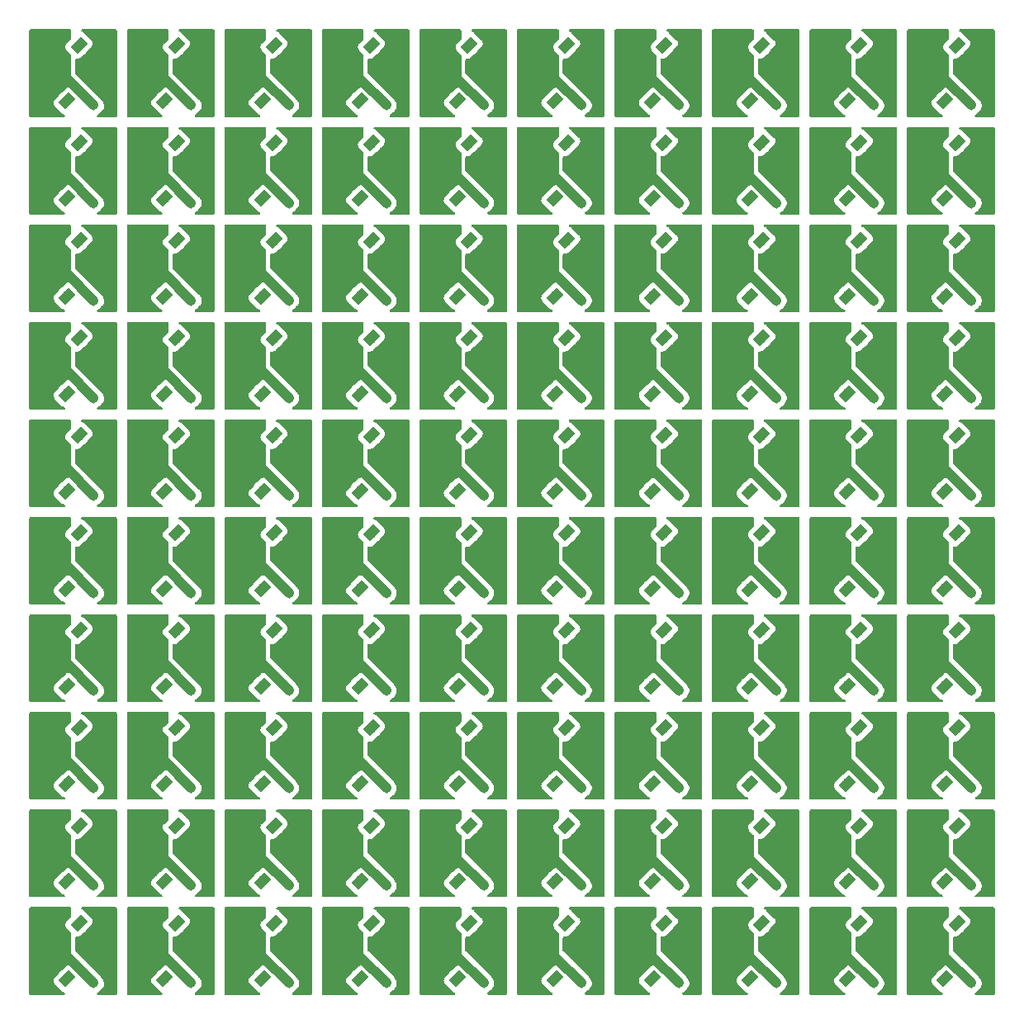
<source format=gbr>
%TF.GenerationSoftware,KiCad,Pcbnew,(6.0.7)*%
%TF.CreationDate,2022-09-25T18:43:39+08:00*%
%TF.ProjectId,WS2812bCricuitPanelization,57533238-3132-4624-9372-696375697450,rev?*%
%TF.SameCoordinates,Original*%
%TF.FileFunction,Copper,L1,Top*%
%TF.FilePolarity,Positive*%
%FSLAX46Y46*%
G04 Gerber Fmt 4.6, Leading zero omitted, Abs format (unit mm)*
G04 Created by KiCad (PCBNEW (6.0.7)) date 2022-09-25 18:43:39*
%MOMM*%
%LPD*%
G01*
G04 APERTURE LIST*
G04 Aperture macros list*
%AMRoundRect*
0 Rectangle with rounded corners*
0 $1 Rounding radius*
0 $2 $3 $4 $5 $6 $7 $8 $9 X,Y pos of 4 corners*
0 Add a 4 corners polygon primitive as box body*
4,1,4,$2,$3,$4,$5,$6,$7,$8,$9,$2,$3,0*
0 Add four circle primitives for the rounded corners*
1,1,$1+$1,$2,$3*
1,1,$1+$1,$4,$5*
1,1,$1+$1,$6,$7*
1,1,$1+$1,$8,$9*
0 Add four rect primitives between the rounded corners*
20,1,$1+$1,$2,$3,$4,$5,0*
20,1,$1+$1,$4,$5,$6,$7,0*
20,1,$1+$1,$6,$7,$8,$9,0*
20,1,$1+$1,$8,$9,$2,$3,0*%
%AMRotRect*
0 Rectangle, with rotation*
0 The origin of the aperture is its center*
0 $1 length*
0 $2 width*
0 $3 Rotation angle, in degrees counterclockwise*
0 Add horizontal line*
21,1,$1,$2,0,0,$3*%
G04 Aperture macros list end*
%TA.AperFunction,SMDPad,CuDef*%
%ADD10RoundRect,0.225000X0.017678X-0.335876X0.335876X-0.017678X-0.017678X0.335876X-0.335876X0.017678X0*%
%TD*%
%TA.AperFunction,SMDPad,CuDef*%
%ADD11RotRect,1.500000X1.000000X45.000000*%
%TD*%
%TA.AperFunction,ViaPad*%
%ADD12C,1.000000*%
%TD*%
%TA.AperFunction,Conductor*%
%ADD13C,1.000000*%
%TD*%
G04 APERTURE END LIST*
D10*
%TO.P,C100,1*%
%TO.N,Net-(C1-Pad1)*%
X202053984Y-160646016D03*
%TO.P,C100,2*%
%TO.N,Net-(C1-Pad2)*%
X203150000Y-159550000D03*
%TD*%
D11*
%TO.P,D100,1,VDD*%
%TO.N,Net-(C1-Pad1)*%
X197086218Y-157951041D03*
%TO.P,D100,2,DOUT*%
%TO.N,unconnected-(D1-Pad2)*%
X199348959Y-160213782D03*
%TO.P,D100,3,VSS*%
%TO.N,Net-(C1-Pad2)*%
X202813782Y-156748959D03*
%TO.P,D100,4,DIN*%
%TO.N,unconnected-(D1-Pad4)*%
X200551041Y-154486218D03*
%TD*%
D10*
%TO.P,C99,1*%
%TO.N,Net-(C1-Pad1)*%
X192053984Y-160646016D03*
%TO.P,C99,2*%
%TO.N,Net-(C1-Pad2)*%
X193150000Y-159550000D03*
%TD*%
D11*
%TO.P,D99,1,VDD*%
%TO.N,Net-(C1-Pad1)*%
X187086218Y-157951041D03*
%TO.P,D99,2,DOUT*%
%TO.N,unconnected-(D1-Pad2)*%
X189348959Y-160213782D03*
%TO.P,D99,3,VSS*%
%TO.N,Net-(C1-Pad2)*%
X192813782Y-156748959D03*
%TO.P,D99,4,DIN*%
%TO.N,unconnected-(D1-Pad4)*%
X190551041Y-154486218D03*
%TD*%
D10*
%TO.P,C98,1*%
%TO.N,Net-(C1-Pad1)*%
X182053984Y-160646016D03*
%TO.P,C98,2*%
%TO.N,Net-(C1-Pad2)*%
X183150000Y-159550000D03*
%TD*%
D11*
%TO.P,D98,1,VDD*%
%TO.N,Net-(C1-Pad1)*%
X177086218Y-157951041D03*
%TO.P,D98,2,DOUT*%
%TO.N,unconnected-(D1-Pad2)*%
X179348959Y-160213782D03*
%TO.P,D98,3,VSS*%
%TO.N,Net-(C1-Pad2)*%
X182813782Y-156748959D03*
%TO.P,D98,4,DIN*%
%TO.N,unconnected-(D1-Pad4)*%
X180551041Y-154486218D03*
%TD*%
D10*
%TO.P,C97,1*%
%TO.N,Net-(C1-Pad1)*%
X172053984Y-160646016D03*
%TO.P,C97,2*%
%TO.N,Net-(C1-Pad2)*%
X173150000Y-159550000D03*
%TD*%
D11*
%TO.P,D97,1,VDD*%
%TO.N,Net-(C1-Pad1)*%
X167086218Y-157951041D03*
%TO.P,D97,2,DOUT*%
%TO.N,unconnected-(D1-Pad2)*%
X169348959Y-160213782D03*
%TO.P,D97,3,VSS*%
%TO.N,Net-(C1-Pad2)*%
X172813782Y-156748959D03*
%TO.P,D97,4,DIN*%
%TO.N,unconnected-(D1-Pad4)*%
X170551041Y-154486218D03*
%TD*%
D10*
%TO.P,C96,1*%
%TO.N,Net-(C1-Pad1)*%
X162053984Y-160646016D03*
%TO.P,C96,2*%
%TO.N,Net-(C1-Pad2)*%
X163150000Y-159550000D03*
%TD*%
D11*
%TO.P,D96,1,VDD*%
%TO.N,Net-(C1-Pad1)*%
X157086218Y-157951041D03*
%TO.P,D96,2,DOUT*%
%TO.N,unconnected-(D1-Pad2)*%
X159348959Y-160213782D03*
%TO.P,D96,3,VSS*%
%TO.N,Net-(C1-Pad2)*%
X162813782Y-156748959D03*
%TO.P,D96,4,DIN*%
%TO.N,unconnected-(D1-Pad4)*%
X160551041Y-154486218D03*
%TD*%
D10*
%TO.P,C95,1*%
%TO.N,Net-(C1-Pad1)*%
X152053984Y-160646016D03*
%TO.P,C95,2*%
%TO.N,Net-(C1-Pad2)*%
X153150000Y-159550000D03*
%TD*%
D11*
%TO.P,D95,1,VDD*%
%TO.N,Net-(C1-Pad1)*%
X147086218Y-157951041D03*
%TO.P,D95,2,DOUT*%
%TO.N,unconnected-(D1-Pad2)*%
X149348959Y-160213782D03*
%TO.P,D95,3,VSS*%
%TO.N,Net-(C1-Pad2)*%
X152813782Y-156748959D03*
%TO.P,D95,4,DIN*%
%TO.N,unconnected-(D1-Pad4)*%
X150551041Y-154486218D03*
%TD*%
D10*
%TO.P,C94,1*%
%TO.N,Net-(C1-Pad1)*%
X142053984Y-160646016D03*
%TO.P,C94,2*%
%TO.N,Net-(C1-Pad2)*%
X143150000Y-159550000D03*
%TD*%
D11*
%TO.P,D94,1,VDD*%
%TO.N,Net-(C1-Pad1)*%
X137086218Y-157951041D03*
%TO.P,D94,2,DOUT*%
%TO.N,unconnected-(D1-Pad2)*%
X139348959Y-160213782D03*
%TO.P,D94,3,VSS*%
%TO.N,Net-(C1-Pad2)*%
X142813782Y-156748959D03*
%TO.P,D94,4,DIN*%
%TO.N,unconnected-(D1-Pad4)*%
X140551041Y-154486218D03*
%TD*%
D10*
%TO.P,C93,1*%
%TO.N,Net-(C1-Pad1)*%
X132053984Y-160646016D03*
%TO.P,C93,2*%
%TO.N,Net-(C1-Pad2)*%
X133150000Y-159550000D03*
%TD*%
D11*
%TO.P,D93,1,VDD*%
%TO.N,Net-(C1-Pad1)*%
X127086218Y-157951041D03*
%TO.P,D93,2,DOUT*%
%TO.N,unconnected-(D1-Pad2)*%
X129348959Y-160213782D03*
%TO.P,D93,3,VSS*%
%TO.N,Net-(C1-Pad2)*%
X132813782Y-156748959D03*
%TO.P,D93,4,DIN*%
%TO.N,unconnected-(D1-Pad4)*%
X130551041Y-154486218D03*
%TD*%
D10*
%TO.P,C92,1*%
%TO.N,Net-(C1-Pad1)*%
X122053984Y-160646016D03*
%TO.P,C92,2*%
%TO.N,Net-(C1-Pad2)*%
X123150000Y-159550000D03*
%TD*%
D11*
%TO.P,D92,1,VDD*%
%TO.N,Net-(C1-Pad1)*%
X117086218Y-157951041D03*
%TO.P,D92,2,DOUT*%
%TO.N,unconnected-(D1-Pad2)*%
X119348959Y-160213782D03*
%TO.P,D92,3,VSS*%
%TO.N,Net-(C1-Pad2)*%
X122813782Y-156748959D03*
%TO.P,D92,4,DIN*%
%TO.N,unconnected-(D1-Pad4)*%
X120551041Y-154486218D03*
%TD*%
D10*
%TO.P,C91,1*%
%TO.N,Net-(C1-Pad1)*%
X112053984Y-160646016D03*
%TO.P,C91,2*%
%TO.N,Net-(C1-Pad2)*%
X113150000Y-159550000D03*
%TD*%
D11*
%TO.P,D91,1,VDD*%
%TO.N,Net-(C1-Pad1)*%
X107086218Y-157951041D03*
%TO.P,D91,2,DOUT*%
%TO.N,unconnected-(D1-Pad2)*%
X109348959Y-160213782D03*
%TO.P,D91,3,VSS*%
%TO.N,Net-(C1-Pad2)*%
X112813782Y-156748959D03*
%TO.P,D91,4,DIN*%
%TO.N,unconnected-(D1-Pad4)*%
X110551041Y-154486218D03*
%TD*%
D10*
%TO.P,C90,1*%
%TO.N,Net-(C1-Pad1)*%
X202053984Y-150646016D03*
%TO.P,C90,2*%
%TO.N,Net-(C1-Pad2)*%
X203150000Y-149550000D03*
%TD*%
D11*
%TO.P,D90,1,VDD*%
%TO.N,Net-(C1-Pad1)*%
X197086218Y-147951041D03*
%TO.P,D90,2,DOUT*%
%TO.N,unconnected-(D1-Pad2)*%
X199348959Y-150213782D03*
%TO.P,D90,3,VSS*%
%TO.N,Net-(C1-Pad2)*%
X202813782Y-146748959D03*
%TO.P,D90,4,DIN*%
%TO.N,unconnected-(D1-Pad4)*%
X200551041Y-144486218D03*
%TD*%
D10*
%TO.P,C89,1*%
%TO.N,Net-(C1-Pad1)*%
X192053984Y-150646016D03*
%TO.P,C89,2*%
%TO.N,Net-(C1-Pad2)*%
X193150000Y-149550000D03*
%TD*%
D11*
%TO.P,D89,1,VDD*%
%TO.N,Net-(C1-Pad1)*%
X187086218Y-147951041D03*
%TO.P,D89,2,DOUT*%
%TO.N,unconnected-(D1-Pad2)*%
X189348959Y-150213782D03*
%TO.P,D89,3,VSS*%
%TO.N,Net-(C1-Pad2)*%
X192813782Y-146748959D03*
%TO.P,D89,4,DIN*%
%TO.N,unconnected-(D1-Pad4)*%
X190551041Y-144486218D03*
%TD*%
D10*
%TO.P,C88,1*%
%TO.N,Net-(C1-Pad1)*%
X182053984Y-150646016D03*
%TO.P,C88,2*%
%TO.N,Net-(C1-Pad2)*%
X183150000Y-149550000D03*
%TD*%
D11*
%TO.P,D88,1,VDD*%
%TO.N,Net-(C1-Pad1)*%
X177086218Y-147951041D03*
%TO.P,D88,2,DOUT*%
%TO.N,unconnected-(D1-Pad2)*%
X179348959Y-150213782D03*
%TO.P,D88,3,VSS*%
%TO.N,Net-(C1-Pad2)*%
X182813782Y-146748959D03*
%TO.P,D88,4,DIN*%
%TO.N,unconnected-(D1-Pad4)*%
X180551041Y-144486218D03*
%TD*%
D10*
%TO.P,C87,1*%
%TO.N,Net-(C1-Pad1)*%
X172053984Y-150646016D03*
%TO.P,C87,2*%
%TO.N,Net-(C1-Pad2)*%
X173150000Y-149550000D03*
%TD*%
D11*
%TO.P,D87,1,VDD*%
%TO.N,Net-(C1-Pad1)*%
X167086218Y-147951041D03*
%TO.P,D87,2,DOUT*%
%TO.N,unconnected-(D1-Pad2)*%
X169348959Y-150213782D03*
%TO.P,D87,3,VSS*%
%TO.N,Net-(C1-Pad2)*%
X172813782Y-146748959D03*
%TO.P,D87,4,DIN*%
%TO.N,unconnected-(D1-Pad4)*%
X170551041Y-144486218D03*
%TD*%
D10*
%TO.P,C86,1*%
%TO.N,Net-(C1-Pad1)*%
X162053984Y-150646016D03*
%TO.P,C86,2*%
%TO.N,Net-(C1-Pad2)*%
X163150000Y-149550000D03*
%TD*%
D11*
%TO.P,D86,1,VDD*%
%TO.N,Net-(C1-Pad1)*%
X157086218Y-147951041D03*
%TO.P,D86,2,DOUT*%
%TO.N,unconnected-(D1-Pad2)*%
X159348959Y-150213782D03*
%TO.P,D86,3,VSS*%
%TO.N,Net-(C1-Pad2)*%
X162813782Y-146748959D03*
%TO.P,D86,4,DIN*%
%TO.N,unconnected-(D1-Pad4)*%
X160551041Y-144486218D03*
%TD*%
D10*
%TO.P,C85,1*%
%TO.N,Net-(C1-Pad1)*%
X152053984Y-150646016D03*
%TO.P,C85,2*%
%TO.N,Net-(C1-Pad2)*%
X153150000Y-149550000D03*
%TD*%
D11*
%TO.P,D85,1,VDD*%
%TO.N,Net-(C1-Pad1)*%
X147086218Y-147951041D03*
%TO.P,D85,2,DOUT*%
%TO.N,unconnected-(D1-Pad2)*%
X149348959Y-150213782D03*
%TO.P,D85,3,VSS*%
%TO.N,Net-(C1-Pad2)*%
X152813782Y-146748959D03*
%TO.P,D85,4,DIN*%
%TO.N,unconnected-(D1-Pad4)*%
X150551041Y-144486218D03*
%TD*%
D10*
%TO.P,C84,1*%
%TO.N,Net-(C1-Pad1)*%
X142053984Y-150646016D03*
%TO.P,C84,2*%
%TO.N,Net-(C1-Pad2)*%
X143150000Y-149550000D03*
%TD*%
D11*
%TO.P,D84,1,VDD*%
%TO.N,Net-(C1-Pad1)*%
X137086218Y-147951041D03*
%TO.P,D84,2,DOUT*%
%TO.N,unconnected-(D1-Pad2)*%
X139348959Y-150213782D03*
%TO.P,D84,3,VSS*%
%TO.N,Net-(C1-Pad2)*%
X142813782Y-146748959D03*
%TO.P,D84,4,DIN*%
%TO.N,unconnected-(D1-Pad4)*%
X140551041Y-144486218D03*
%TD*%
D10*
%TO.P,C83,1*%
%TO.N,Net-(C1-Pad1)*%
X132053984Y-150646016D03*
%TO.P,C83,2*%
%TO.N,Net-(C1-Pad2)*%
X133150000Y-149550000D03*
%TD*%
D11*
%TO.P,D83,1,VDD*%
%TO.N,Net-(C1-Pad1)*%
X127086218Y-147951041D03*
%TO.P,D83,2,DOUT*%
%TO.N,unconnected-(D1-Pad2)*%
X129348959Y-150213782D03*
%TO.P,D83,3,VSS*%
%TO.N,Net-(C1-Pad2)*%
X132813782Y-146748959D03*
%TO.P,D83,4,DIN*%
%TO.N,unconnected-(D1-Pad4)*%
X130551041Y-144486218D03*
%TD*%
D10*
%TO.P,C82,1*%
%TO.N,Net-(C1-Pad1)*%
X122053984Y-150646016D03*
%TO.P,C82,2*%
%TO.N,Net-(C1-Pad2)*%
X123150000Y-149550000D03*
%TD*%
D11*
%TO.P,D82,1,VDD*%
%TO.N,Net-(C1-Pad1)*%
X117086218Y-147951041D03*
%TO.P,D82,2,DOUT*%
%TO.N,unconnected-(D1-Pad2)*%
X119348959Y-150213782D03*
%TO.P,D82,3,VSS*%
%TO.N,Net-(C1-Pad2)*%
X122813782Y-146748959D03*
%TO.P,D82,4,DIN*%
%TO.N,unconnected-(D1-Pad4)*%
X120551041Y-144486218D03*
%TD*%
D10*
%TO.P,C81,1*%
%TO.N,Net-(C1-Pad1)*%
X112053984Y-150646016D03*
%TO.P,C81,2*%
%TO.N,Net-(C1-Pad2)*%
X113150000Y-149550000D03*
%TD*%
D11*
%TO.P,D81,1,VDD*%
%TO.N,Net-(C1-Pad1)*%
X107086218Y-147951041D03*
%TO.P,D81,2,DOUT*%
%TO.N,unconnected-(D1-Pad2)*%
X109348959Y-150213782D03*
%TO.P,D81,3,VSS*%
%TO.N,Net-(C1-Pad2)*%
X112813782Y-146748959D03*
%TO.P,D81,4,DIN*%
%TO.N,unconnected-(D1-Pad4)*%
X110551041Y-144486218D03*
%TD*%
D10*
%TO.P,C80,1*%
%TO.N,Net-(C1-Pad1)*%
X202053984Y-140646016D03*
%TO.P,C80,2*%
%TO.N,Net-(C1-Pad2)*%
X203150000Y-139550000D03*
%TD*%
D11*
%TO.P,D80,1,VDD*%
%TO.N,Net-(C1-Pad1)*%
X197086218Y-137951041D03*
%TO.P,D80,2,DOUT*%
%TO.N,unconnected-(D1-Pad2)*%
X199348959Y-140213782D03*
%TO.P,D80,3,VSS*%
%TO.N,Net-(C1-Pad2)*%
X202813782Y-136748959D03*
%TO.P,D80,4,DIN*%
%TO.N,unconnected-(D1-Pad4)*%
X200551041Y-134486218D03*
%TD*%
D10*
%TO.P,C79,1*%
%TO.N,Net-(C1-Pad1)*%
X192053984Y-140646016D03*
%TO.P,C79,2*%
%TO.N,Net-(C1-Pad2)*%
X193150000Y-139550000D03*
%TD*%
D11*
%TO.P,D79,1,VDD*%
%TO.N,Net-(C1-Pad1)*%
X187086218Y-137951041D03*
%TO.P,D79,2,DOUT*%
%TO.N,unconnected-(D1-Pad2)*%
X189348959Y-140213782D03*
%TO.P,D79,3,VSS*%
%TO.N,Net-(C1-Pad2)*%
X192813782Y-136748959D03*
%TO.P,D79,4,DIN*%
%TO.N,unconnected-(D1-Pad4)*%
X190551041Y-134486218D03*
%TD*%
D10*
%TO.P,C78,1*%
%TO.N,Net-(C1-Pad1)*%
X182053984Y-140646016D03*
%TO.P,C78,2*%
%TO.N,Net-(C1-Pad2)*%
X183150000Y-139550000D03*
%TD*%
D11*
%TO.P,D78,1,VDD*%
%TO.N,Net-(C1-Pad1)*%
X177086218Y-137951041D03*
%TO.P,D78,2,DOUT*%
%TO.N,unconnected-(D1-Pad2)*%
X179348959Y-140213782D03*
%TO.P,D78,3,VSS*%
%TO.N,Net-(C1-Pad2)*%
X182813782Y-136748959D03*
%TO.P,D78,4,DIN*%
%TO.N,unconnected-(D1-Pad4)*%
X180551041Y-134486218D03*
%TD*%
D10*
%TO.P,C77,1*%
%TO.N,Net-(C1-Pad1)*%
X172053984Y-140646016D03*
%TO.P,C77,2*%
%TO.N,Net-(C1-Pad2)*%
X173150000Y-139550000D03*
%TD*%
D11*
%TO.P,D77,1,VDD*%
%TO.N,Net-(C1-Pad1)*%
X167086218Y-137951041D03*
%TO.P,D77,2,DOUT*%
%TO.N,unconnected-(D1-Pad2)*%
X169348959Y-140213782D03*
%TO.P,D77,3,VSS*%
%TO.N,Net-(C1-Pad2)*%
X172813782Y-136748959D03*
%TO.P,D77,4,DIN*%
%TO.N,unconnected-(D1-Pad4)*%
X170551041Y-134486218D03*
%TD*%
D10*
%TO.P,C76,1*%
%TO.N,Net-(C1-Pad1)*%
X162053984Y-140646016D03*
%TO.P,C76,2*%
%TO.N,Net-(C1-Pad2)*%
X163150000Y-139550000D03*
%TD*%
D11*
%TO.P,D76,1,VDD*%
%TO.N,Net-(C1-Pad1)*%
X157086218Y-137951041D03*
%TO.P,D76,2,DOUT*%
%TO.N,unconnected-(D1-Pad2)*%
X159348959Y-140213782D03*
%TO.P,D76,3,VSS*%
%TO.N,Net-(C1-Pad2)*%
X162813782Y-136748959D03*
%TO.P,D76,4,DIN*%
%TO.N,unconnected-(D1-Pad4)*%
X160551041Y-134486218D03*
%TD*%
D10*
%TO.P,C75,1*%
%TO.N,Net-(C1-Pad1)*%
X152053984Y-140646016D03*
%TO.P,C75,2*%
%TO.N,Net-(C1-Pad2)*%
X153150000Y-139550000D03*
%TD*%
D11*
%TO.P,D75,1,VDD*%
%TO.N,Net-(C1-Pad1)*%
X147086218Y-137951041D03*
%TO.P,D75,2,DOUT*%
%TO.N,unconnected-(D1-Pad2)*%
X149348959Y-140213782D03*
%TO.P,D75,3,VSS*%
%TO.N,Net-(C1-Pad2)*%
X152813782Y-136748959D03*
%TO.P,D75,4,DIN*%
%TO.N,unconnected-(D1-Pad4)*%
X150551041Y-134486218D03*
%TD*%
D10*
%TO.P,C74,1*%
%TO.N,Net-(C1-Pad1)*%
X142053984Y-140646016D03*
%TO.P,C74,2*%
%TO.N,Net-(C1-Pad2)*%
X143150000Y-139550000D03*
%TD*%
D11*
%TO.P,D74,1,VDD*%
%TO.N,Net-(C1-Pad1)*%
X137086218Y-137951041D03*
%TO.P,D74,2,DOUT*%
%TO.N,unconnected-(D1-Pad2)*%
X139348959Y-140213782D03*
%TO.P,D74,3,VSS*%
%TO.N,Net-(C1-Pad2)*%
X142813782Y-136748959D03*
%TO.P,D74,4,DIN*%
%TO.N,unconnected-(D1-Pad4)*%
X140551041Y-134486218D03*
%TD*%
D10*
%TO.P,C73,1*%
%TO.N,Net-(C1-Pad1)*%
X132053984Y-140646016D03*
%TO.P,C73,2*%
%TO.N,Net-(C1-Pad2)*%
X133150000Y-139550000D03*
%TD*%
D11*
%TO.P,D73,1,VDD*%
%TO.N,Net-(C1-Pad1)*%
X127086218Y-137951041D03*
%TO.P,D73,2,DOUT*%
%TO.N,unconnected-(D1-Pad2)*%
X129348959Y-140213782D03*
%TO.P,D73,3,VSS*%
%TO.N,Net-(C1-Pad2)*%
X132813782Y-136748959D03*
%TO.P,D73,4,DIN*%
%TO.N,unconnected-(D1-Pad4)*%
X130551041Y-134486218D03*
%TD*%
D10*
%TO.P,C72,1*%
%TO.N,Net-(C1-Pad1)*%
X122053984Y-140646016D03*
%TO.P,C72,2*%
%TO.N,Net-(C1-Pad2)*%
X123150000Y-139550000D03*
%TD*%
D11*
%TO.P,D72,1,VDD*%
%TO.N,Net-(C1-Pad1)*%
X117086218Y-137951041D03*
%TO.P,D72,2,DOUT*%
%TO.N,unconnected-(D1-Pad2)*%
X119348959Y-140213782D03*
%TO.P,D72,3,VSS*%
%TO.N,Net-(C1-Pad2)*%
X122813782Y-136748959D03*
%TO.P,D72,4,DIN*%
%TO.N,unconnected-(D1-Pad4)*%
X120551041Y-134486218D03*
%TD*%
D10*
%TO.P,C71,1*%
%TO.N,Net-(C1-Pad1)*%
X112053984Y-140646016D03*
%TO.P,C71,2*%
%TO.N,Net-(C1-Pad2)*%
X113150000Y-139550000D03*
%TD*%
D11*
%TO.P,D71,1,VDD*%
%TO.N,Net-(C1-Pad1)*%
X107086218Y-137951041D03*
%TO.P,D71,2,DOUT*%
%TO.N,unconnected-(D1-Pad2)*%
X109348959Y-140213782D03*
%TO.P,D71,3,VSS*%
%TO.N,Net-(C1-Pad2)*%
X112813782Y-136748959D03*
%TO.P,D71,4,DIN*%
%TO.N,unconnected-(D1-Pad4)*%
X110551041Y-134486218D03*
%TD*%
D10*
%TO.P,C70,1*%
%TO.N,Net-(C1-Pad1)*%
X202053984Y-130646016D03*
%TO.P,C70,2*%
%TO.N,Net-(C1-Pad2)*%
X203150000Y-129550000D03*
%TD*%
D11*
%TO.P,D70,1,VDD*%
%TO.N,Net-(C1-Pad1)*%
X197086218Y-127951041D03*
%TO.P,D70,2,DOUT*%
%TO.N,unconnected-(D1-Pad2)*%
X199348959Y-130213782D03*
%TO.P,D70,3,VSS*%
%TO.N,Net-(C1-Pad2)*%
X202813782Y-126748959D03*
%TO.P,D70,4,DIN*%
%TO.N,unconnected-(D1-Pad4)*%
X200551041Y-124486218D03*
%TD*%
D10*
%TO.P,C69,1*%
%TO.N,Net-(C1-Pad1)*%
X192053984Y-130646016D03*
%TO.P,C69,2*%
%TO.N,Net-(C1-Pad2)*%
X193150000Y-129550000D03*
%TD*%
D11*
%TO.P,D69,1,VDD*%
%TO.N,Net-(C1-Pad1)*%
X187086218Y-127951041D03*
%TO.P,D69,2,DOUT*%
%TO.N,unconnected-(D1-Pad2)*%
X189348959Y-130213782D03*
%TO.P,D69,3,VSS*%
%TO.N,Net-(C1-Pad2)*%
X192813782Y-126748959D03*
%TO.P,D69,4,DIN*%
%TO.N,unconnected-(D1-Pad4)*%
X190551041Y-124486218D03*
%TD*%
D10*
%TO.P,C68,1*%
%TO.N,Net-(C1-Pad1)*%
X182053984Y-130646016D03*
%TO.P,C68,2*%
%TO.N,Net-(C1-Pad2)*%
X183150000Y-129550000D03*
%TD*%
D11*
%TO.P,D68,1,VDD*%
%TO.N,Net-(C1-Pad1)*%
X177086218Y-127951041D03*
%TO.P,D68,2,DOUT*%
%TO.N,unconnected-(D1-Pad2)*%
X179348959Y-130213782D03*
%TO.P,D68,3,VSS*%
%TO.N,Net-(C1-Pad2)*%
X182813782Y-126748959D03*
%TO.P,D68,4,DIN*%
%TO.N,unconnected-(D1-Pad4)*%
X180551041Y-124486218D03*
%TD*%
D10*
%TO.P,C67,1*%
%TO.N,Net-(C1-Pad1)*%
X172053984Y-130646016D03*
%TO.P,C67,2*%
%TO.N,Net-(C1-Pad2)*%
X173150000Y-129550000D03*
%TD*%
D11*
%TO.P,D67,1,VDD*%
%TO.N,Net-(C1-Pad1)*%
X167086218Y-127951041D03*
%TO.P,D67,2,DOUT*%
%TO.N,unconnected-(D1-Pad2)*%
X169348959Y-130213782D03*
%TO.P,D67,3,VSS*%
%TO.N,Net-(C1-Pad2)*%
X172813782Y-126748959D03*
%TO.P,D67,4,DIN*%
%TO.N,unconnected-(D1-Pad4)*%
X170551041Y-124486218D03*
%TD*%
D10*
%TO.P,C66,1*%
%TO.N,Net-(C1-Pad1)*%
X162053984Y-130646016D03*
%TO.P,C66,2*%
%TO.N,Net-(C1-Pad2)*%
X163150000Y-129550000D03*
%TD*%
D11*
%TO.P,D66,1,VDD*%
%TO.N,Net-(C1-Pad1)*%
X157086218Y-127951041D03*
%TO.P,D66,2,DOUT*%
%TO.N,unconnected-(D1-Pad2)*%
X159348959Y-130213782D03*
%TO.P,D66,3,VSS*%
%TO.N,Net-(C1-Pad2)*%
X162813782Y-126748959D03*
%TO.P,D66,4,DIN*%
%TO.N,unconnected-(D1-Pad4)*%
X160551041Y-124486218D03*
%TD*%
D10*
%TO.P,C65,1*%
%TO.N,Net-(C1-Pad1)*%
X152053984Y-130646016D03*
%TO.P,C65,2*%
%TO.N,Net-(C1-Pad2)*%
X153150000Y-129550000D03*
%TD*%
D11*
%TO.P,D65,1,VDD*%
%TO.N,Net-(C1-Pad1)*%
X147086218Y-127951041D03*
%TO.P,D65,2,DOUT*%
%TO.N,unconnected-(D1-Pad2)*%
X149348959Y-130213782D03*
%TO.P,D65,3,VSS*%
%TO.N,Net-(C1-Pad2)*%
X152813782Y-126748959D03*
%TO.P,D65,4,DIN*%
%TO.N,unconnected-(D1-Pad4)*%
X150551041Y-124486218D03*
%TD*%
D10*
%TO.P,C64,1*%
%TO.N,Net-(C1-Pad1)*%
X142053984Y-130646016D03*
%TO.P,C64,2*%
%TO.N,Net-(C1-Pad2)*%
X143150000Y-129550000D03*
%TD*%
D11*
%TO.P,D64,1,VDD*%
%TO.N,Net-(C1-Pad1)*%
X137086218Y-127951041D03*
%TO.P,D64,2,DOUT*%
%TO.N,unconnected-(D1-Pad2)*%
X139348959Y-130213782D03*
%TO.P,D64,3,VSS*%
%TO.N,Net-(C1-Pad2)*%
X142813782Y-126748959D03*
%TO.P,D64,4,DIN*%
%TO.N,unconnected-(D1-Pad4)*%
X140551041Y-124486218D03*
%TD*%
D10*
%TO.P,C63,1*%
%TO.N,Net-(C1-Pad1)*%
X132053984Y-130646016D03*
%TO.P,C63,2*%
%TO.N,Net-(C1-Pad2)*%
X133150000Y-129550000D03*
%TD*%
D11*
%TO.P,D63,1,VDD*%
%TO.N,Net-(C1-Pad1)*%
X127086218Y-127951041D03*
%TO.P,D63,2,DOUT*%
%TO.N,unconnected-(D1-Pad2)*%
X129348959Y-130213782D03*
%TO.P,D63,3,VSS*%
%TO.N,Net-(C1-Pad2)*%
X132813782Y-126748959D03*
%TO.P,D63,4,DIN*%
%TO.N,unconnected-(D1-Pad4)*%
X130551041Y-124486218D03*
%TD*%
D10*
%TO.P,C62,1*%
%TO.N,Net-(C1-Pad1)*%
X122053984Y-130646016D03*
%TO.P,C62,2*%
%TO.N,Net-(C1-Pad2)*%
X123150000Y-129550000D03*
%TD*%
D11*
%TO.P,D62,1,VDD*%
%TO.N,Net-(C1-Pad1)*%
X117086218Y-127951041D03*
%TO.P,D62,2,DOUT*%
%TO.N,unconnected-(D1-Pad2)*%
X119348959Y-130213782D03*
%TO.P,D62,3,VSS*%
%TO.N,Net-(C1-Pad2)*%
X122813782Y-126748959D03*
%TO.P,D62,4,DIN*%
%TO.N,unconnected-(D1-Pad4)*%
X120551041Y-124486218D03*
%TD*%
D10*
%TO.P,C61,1*%
%TO.N,Net-(C1-Pad1)*%
X112053984Y-130646016D03*
%TO.P,C61,2*%
%TO.N,Net-(C1-Pad2)*%
X113150000Y-129550000D03*
%TD*%
D11*
%TO.P,D61,1,VDD*%
%TO.N,Net-(C1-Pad1)*%
X107086218Y-127951041D03*
%TO.P,D61,2,DOUT*%
%TO.N,unconnected-(D1-Pad2)*%
X109348959Y-130213782D03*
%TO.P,D61,3,VSS*%
%TO.N,Net-(C1-Pad2)*%
X112813782Y-126748959D03*
%TO.P,D61,4,DIN*%
%TO.N,unconnected-(D1-Pad4)*%
X110551041Y-124486218D03*
%TD*%
D10*
%TO.P,C60,1*%
%TO.N,Net-(C1-Pad1)*%
X202053984Y-120646016D03*
%TO.P,C60,2*%
%TO.N,Net-(C1-Pad2)*%
X203150000Y-119550000D03*
%TD*%
D11*
%TO.P,D60,1,VDD*%
%TO.N,Net-(C1-Pad1)*%
X197086218Y-117951041D03*
%TO.P,D60,2,DOUT*%
%TO.N,unconnected-(D1-Pad2)*%
X199348959Y-120213782D03*
%TO.P,D60,3,VSS*%
%TO.N,Net-(C1-Pad2)*%
X202813782Y-116748959D03*
%TO.P,D60,4,DIN*%
%TO.N,unconnected-(D1-Pad4)*%
X200551041Y-114486218D03*
%TD*%
D10*
%TO.P,C59,1*%
%TO.N,Net-(C1-Pad1)*%
X192053984Y-120646016D03*
%TO.P,C59,2*%
%TO.N,Net-(C1-Pad2)*%
X193150000Y-119550000D03*
%TD*%
D11*
%TO.P,D59,1,VDD*%
%TO.N,Net-(C1-Pad1)*%
X187086218Y-117951041D03*
%TO.P,D59,2,DOUT*%
%TO.N,unconnected-(D1-Pad2)*%
X189348959Y-120213782D03*
%TO.P,D59,3,VSS*%
%TO.N,Net-(C1-Pad2)*%
X192813782Y-116748959D03*
%TO.P,D59,4,DIN*%
%TO.N,unconnected-(D1-Pad4)*%
X190551041Y-114486218D03*
%TD*%
D10*
%TO.P,C58,1*%
%TO.N,Net-(C1-Pad1)*%
X182053984Y-120646016D03*
%TO.P,C58,2*%
%TO.N,Net-(C1-Pad2)*%
X183150000Y-119550000D03*
%TD*%
D11*
%TO.P,D58,1,VDD*%
%TO.N,Net-(C1-Pad1)*%
X177086218Y-117951041D03*
%TO.P,D58,2,DOUT*%
%TO.N,unconnected-(D1-Pad2)*%
X179348959Y-120213782D03*
%TO.P,D58,3,VSS*%
%TO.N,Net-(C1-Pad2)*%
X182813782Y-116748959D03*
%TO.P,D58,4,DIN*%
%TO.N,unconnected-(D1-Pad4)*%
X180551041Y-114486218D03*
%TD*%
D10*
%TO.P,C57,1*%
%TO.N,Net-(C1-Pad1)*%
X172053984Y-120646016D03*
%TO.P,C57,2*%
%TO.N,Net-(C1-Pad2)*%
X173150000Y-119550000D03*
%TD*%
D11*
%TO.P,D57,1,VDD*%
%TO.N,Net-(C1-Pad1)*%
X167086218Y-117951041D03*
%TO.P,D57,2,DOUT*%
%TO.N,unconnected-(D1-Pad2)*%
X169348959Y-120213782D03*
%TO.P,D57,3,VSS*%
%TO.N,Net-(C1-Pad2)*%
X172813782Y-116748959D03*
%TO.P,D57,4,DIN*%
%TO.N,unconnected-(D1-Pad4)*%
X170551041Y-114486218D03*
%TD*%
D10*
%TO.P,C56,1*%
%TO.N,Net-(C1-Pad1)*%
X162053984Y-120646016D03*
%TO.P,C56,2*%
%TO.N,Net-(C1-Pad2)*%
X163150000Y-119550000D03*
%TD*%
D11*
%TO.P,D56,1,VDD*%
%TO.N,Net-(C1-Pad1)*%
X157086218Y-117951041D03*
%TO.P,D56,2,DOUT*%
%TO.N,unconnected-(D1-Pad2)*%
X159348959Y-120213782D03*
%TO.P,D56,3,VSS*%
%TO.N,Net-(C1-Pad2)*%
X162813782Y-116748959D03*
%TO.P,D56,4,DIN*%
%TO.N,unconnected-(D1-Pad4)*%
X160551041Y-114486218D03*
%TD*%
D10*
%TO.P,C55,1*%
%TO.N,Net-(C1-Pad1)*%
X152053984Y-120646016D03*
%TO.P,C55,2*%
%TO.N,Net-(C1-Pad2)*%
X153150000Y-119550000D03*
%TD*%
D11*
%TO.P,D55,1,VDD*%
%TO.N,Net-(C1-Pad1)*%
X147086218Y-117951041D03*
%TO.P,D55,2,DOUT*%
%TO.N,unconnected-(D1-Pad2)*%
X149348959Y-120213782D03*
%TO.P,D55,3,VSS*%
%TO.N,Net-(C1-Pad2)*%
X152813782Y-116748959D03*
%TO.P,D55,4,DIN*%
%TO.N,unconnected-(D1-Pad4)*%
X150551041Y-114486218D03*
%TD*%
D10*
%TO.P,C54,1*%
%TO.N,Net-(C1-Pad1)*%
X142053984Y-120646016D03*
%TO.P,C54,2*%
%TO.N,Net-(C1-Pad2)*%
X143150000Y-119550000D03*
%TD*%
D11*
%TO.P,D54,1,VDD*%
%TO.N,Net-(C1-Pad1)*%
X137086218Y-117951041D03*
%TO.P,D54,2,DOUT*%
%TO.N,unconnected-(D1-Pad2)*%
X139348959Y-120213782D03*
%TO.P,D54,3,VSS*%
%TO.N,Net-(C1-Pad2)*%
X142813782Y-116748959D03*
%TO.P,D54,4,DIN*%
%TO.N,unconnected-(D1-Pad4)*%
X140551041Y-114486218D03*
%TD*%
D10*
%TO.P,C53,1*%
%TO.N,Net-(C1-Pad1)*%
X132053984Y-120646016D03*
%TO.P,C53,2*%
%TO.N,Net-(C1-Pad2)*%
X133150000Y-119550000D03*
%TD*%
D11*
%TO.P,D53,1,VDD*%
%TO.N,Net-(C1-Pad1)*%
X127086218Y-117951041D03*
%TO.P,D53,2,DOUT*%
%TO.N,unconnected-(D1-Pad2)*%
X129348959Y-120213782D03*
%TO.P,D53,3,VSS*%
%TO.N,Net-(C1-Pad2)*%
X132813782Y-116748959D03*
%TO.P,D53,4,DIN*%
%TO.N,unconnected-(D1-Pad4)*%
X130551041Y-114486218D03*
%TD*%
D10*
%TO.P,C52,1*%
%TO.N,Net-(C1-Pad1)*%
X122053984Y-120646016D03*
%TO.P,C52,2*%
%TO.N,Net-(C1-Pad2)*%
X123150000Y-119550000D03*
%TD*%
D11*
%TO.P,D52,1,VDD*%
%TO.N,Net-(C1-Pad1)*%
X117086218Y-117951041D03*
%TO.P,D52,2,DOUT*%
%TO.N,unconnected-(D1-Pad2)*%
X119348959Y-120213782D03*
%TO.P,D52,3,VSS*%
%TO.N,Net-(C1-Pad2)*%
X122813782Y-116748959D03*
%TO.P,D52,4,DIN*%
%TO.N,unconnected-(D1-Pad4)*%
X120551041Y-114486218D03*
%TD*%
D10*
%TO.P,C51,1*%
%TO.N,Net-(C1-Pad1)*%
X112053984Y-120646016D03*
%TO.P,C51,2*%
%TO.N,Net-(C1-Pad2)*%
X113150000Y-119550000D03*
%TD*%
D11*
%TO.P,D51,1,VDD*%
%TO.N,Net-(C1-Pad1)*%
X107086218Y-117951041D03*
%TO.P,D51,2,DOUT*%
%TO.N,unconnected-(D1-Pad2)*%
X109348959Y-120213782D03*
%TO.P,D51,3,VSS*%
%TO.N,Net-(C1-Pad2)*%
X112813782Y-116748959D03*
%TO.P,D51,4,DIN*%
%TO.N,unconnected-(D1-Pad4)*%
X110551041Y-114486218D03*
%TD*%
D10*
%TO.P,C50,1*%
%TO.N,Net-(C1-Pad1)*%
X202053984Y-110646016D03*
%TO.P,C50,2*%
%TO.N,Net-(C1-Pad2)*%
X203150000Y-109550000D03*
%TD*%
D11*
%TO.P,D50,1,VDD*%
%TO.N,Net-(C1-Pad1)*%
X197086218Y-107951041D03*
%TO.P,D50,2,DOUT*%
%TO.N,unconnected-(D1-Pad2)*%
X199348959Y-110213782D03*
%TO.P,D50,3,VSS*%
%TO.N,Net-(C1-Pad2)*%
X202813782Y-106748959D03*
%TO.P,D50,4,DIN*%
%TO.N,unconnected-(D1-Pad4)*%
X200551041Y-104486218D03*
%TD*%
D10*
%TO.P,C49,1*%
%TO.N,Net-(C1-Pad1)*%
X192053984Y-110646016D03*
%TO.P,C49,2*%
%TO.N,Net-(C1-Pad2)*%
X193150000Y-109550000D03*
%TD*%
D11*
%TO.P,D49,1,VDD*%
%TO.N,Net-(C1-Pad1)*%
X187086218Y-107951041D03*
%TO.P,D49,2,DOUT*%
%TO.N,unconnected-(D1-Pad2)*%
X189348959Y-110213782D03*
%TO.P,D49,3,VSS*%
%TO.N,Net-(C1-Pad2)*%
X192813782Y-106748959D03*
%TO.P,D49,4,DIN*%
%TO.N,unconnected-(D1-Pad4)*%
X190551041Y-104486218D03*
%TD*%
D10*
%TO.P,C48,1*%
%TO.N,Net-(C1-Pad1)*%
X182053984Y-110646016D03*
%TO.P,C48,2*%
%TO.N,Net-(C1-Pad2)*%
X183150000Y-109550000D03*
%TD*%
D11*
%TO.P,D48,1,VDD*%
%TO.N,Net-(C1-Pad1)*%
X177086218Y-107951041D03*
%TO.P,D48,2,DOUT*%
%TO.N,unconnected-(D1-Pad2)*%
X179348959Y-110213782D03*
%TO.P,D48,3,VSS*%
%TO.N,Net-(C1-Pad2)*%
X182813782Y-106748959D03*
%TO.P,D48,4,DIN*%
%TO.N,unconnected-(D1-Pad4)*%
X180551041Y-104486218D03*
%TD*%
D10*
%TO.P,C47,1*%
%TO.N,Net-(C1-Pad1)*%
X172053984Y-110646016D03*
%TO.P,C47,2*%
%TO.N,Net-(C1-Pad2)*%
X173150000Y-109550000D03*
%TD*%
D11*
%TO.P,D47,1,VDD*%
%TO.N,Net-(C1-Pad1)*%
X167086218Y-107951041D03*
%TO.P,D47,2,DOUT*%
%TO.N,unconnected-(D1-Pad2)*%
X169348959Y-110213782D03*
%TO.P,D47,3,VSS*%
%TO.N,Net-(C1-Pad2)*%
X172813782Y-106748959D03*
%TO.P,D47,4,DIN*%
%TO.N,unconnected-(D1-Pad4)*%
X170551041Y-104486218D03*
%TD*%
D10*
%TO.P,C46,1*%
%TO.N,Net-(C1-Pad1)*%
X162053984Y-110646016D03*
%TO.P,C46,2*%
%TO.N,Net-(C1-Pad2)*%
X163150000Y-109550000D03*
%TD*%
D11*
%TO.P,D46,1,VDD*%
%TO.N,Net-(C1-Pad1)*%
X157086218Y-107951041D03*
%TO.P,D46,2,DOUT*%
%TO.N,unconnected-(D1-Pad2)*%
X159348959Y-110213782D03*
%TO.P,D46,3,VSS*%
%TO.N,Net-(C1-Pad2)*%
X162813782Y-106748959D03*
%TO.P,D46,4,DIN*%
%TO.N,unconnected-(D1-Pad4)*%
X160551041Y-104486218D03*
%TD*%
D10*
%TO.P,C45,1*%
%TO.N,Net-(C1-Pad1)*%
X152053984Y-110646016D03*
%TO.P,C45,2*%
%TO.N,Net-(C1-Pad2)*%
X153150000Y-109550000D03*
%TD*%
D11*
%TO.P,D45,1,VDD*%
%TO.N,Net-(C1-Pad1)*%
X147086218Y-107951041D03*
%TO.P,D45,2,DOUT*%
%TO.N,unconnected-(D1-Pad2)*%
X149348959Y-110213782D03*
%TO.P,D45,3,VSS*%
%TO.N,Net-(C1-Pad2)*%
X152813782Y-106748959D03*
%TO.P,D45,4,DIN*%
%TO.N,unconnected-(D1-Pad4)*%
X150551041Y-104486218D03*
%TD*%
D10*
%TO.P,C44,1*%
%TO.N,Net-(C1-Pad1)*%
X142053984Y-110646016D03*
%TO.P,C44,2*%
%TO.N,Net-(C1-Pad2)*%
X143150000Y-109550000D03*
%TD*%
D11*
%TO.P,D44,1,VDD*%
%TO.N,Net-(C1-Pad1)*%
X137086218Y-107951041D03*
%TO.P,D44,2,DOUT*%
%TO.N,unconnected-(D1-Pad2)*%
X139348959Y-110213782D03*
%TO.P,D44,3,VSS*%
%TO.N,Net-(C1-Pad2)*%
X142813782Y-106748959D03*
%TO.P,D44,4,DIN*%
%TO.N,unconnected-(D1-Pad4)*%
X140551041Y-104486218D03*
%TD*%
D10*
%TO.P,C43,1*%
%TO.N,Net-(C1-Pad1)*%
X132053984Y-110646016D03*
%TO.P,C43,2*%
%TO.N,Net-(C1-Pad2)*%
X133150000Y-109550000D03*
%TD*%
D11*
%TO.P,D43,1,VDD*%
%TO.N,Net-(C1-Pad1)*%
X127086218Y-107951041D03*
%TO.P,D43,2,DOUT*%
%TO.N,unconnected-(D1-Pad2)*%
X129348959Y-110213782D03*
%TO.P,D43,3,VSS*%
%TO.N,Net-(C1-Pad2)*%
X132813782Y-106748959D03*
%TO.P,D43,4,DIN*%
%TO.N,unconnected-(D1-Pad4)*%
X130551041Y-104486218D03*
%TD*%
D10*
%TO.P,C42,1*%
%TO.N,Net-(C1-Pad1)*%
X122053984Y-110646016D03*
%TO.P,C42,2*%
%TO.N,Net-(C1-Pad2)*%
X123150000Y-109550000D03*
%TD*%
D11*
%TO.P,D42,1,VDD*%
%TO.N,Net-(C1-Pad1)*%
X117086218Y-107951041D03*
%TO.P,D42,2,DOUT*%
%TO.N,unconnected-(D1-Pad2)*%
X119348959Y-110213782D03*
%TO.P,D42,3,VSS*%
%TO.N,Net-(C1-Pad2)*%
X122813782Y-106748959D03*
%TO.P,D42,4,DIN*%
%TO.N,unconnected-(D1-Pad4)*%
X120551041Y-104486218D03*
%TD*%
D10*
%TO.P,C41,1*%
%TO.N,Net-(C1-Pad1)*%
X112053984Y-110646016D03*
%TO.P,C41,2*%
%TO.N,Net-(C1-Pad2)*%
X113150000Y-109550000D03*
%TD*%
D11*
%TO.P,D41,1,VDD*%
%TO.N,Net-(C1-Pad1)*%
X107086218Y-107951041D03*
%TO.P,D41,2,DOUT*%
%TO.N,unconnected-(D1-Pad2)*%
X109348959Y-110213782D03*
%TO.P,D41,3,VSS*%
%TO.N,Net-(C1-Pad2)*%
X112813782Y-106748959D03*
%TO.P,D41,4,DIN*%
%TO.N,unconnected-(D1-Pad4)*%
X110551041Y-104486218D03*
%TD*%
D10*
%TO.P,C40,1*%
%TO.N,Net-(C1-Pad1)*%
X202053984Y-100646016D03*
%TO.P,C40,2*%
%TO.N,Net-(C1-Pad2)*%
X203150000Y-99550000D03*
%TD*%
D11*
%TO.P,D40,1,VDD*%
%TO.N,Net-(C1-Pad1)*%
X197086218Y-97951041D03*
%TO.P,D40,2,DOUT*%
%TO.N,unconnected-(D1-Pad2)*%
X199348959Y-100213782D03*
%TO.P,D40,3,VSS*%
%TO.N,Net-(C1-Pad2)*%
X202813782Y-96748959D03*
%TO.P,D40,4,DIN*%
%TO.N,unconnected-(D1-Pad4)*%
X200551041Y-94486218D03*
%TD*%
D10*
%TO.P,C39,1*%
%TO.N,Net-(C1-Pad1)*%
X192053984Y-100646016D03*
%TO.P,C39,2*%
%TO.N,Net-(C1-Pad2)*%
X193150000Y-99550000D03*
%TD*%
D11*
%TO.P,D39,1,VDD*%
%TO.N,Net-(C1-Pad1)*%
X187086218Y-97951041D03*
%TO.P,D39,2,DOUT*%
%TO.N,unconnected-(D1-Pad2)*%
X189348959Y-100213782D03*
%TO.P,D39,3,VSS*%
%TO.N,Net-(C1-Pad2)*%
X192813782Y-96748959D03*
%TO.P,D39,4,DIN*%
%TO.N,unconnected-(D1-Pad4)*%
X190551041Y-94486218D03*
%TD*%
D10*
%TO.P,C38,1*%
%TO.N,Net-(C1-Pad1)*%
X182053984Y-100646016D03*
%TO.P,C38,2*%
%TO.N,Net-(C1-Pad2)*%
X183150000Y-99550000D03*
%TD*%
D11*
%TO.P,D38,1,VDD*%
%TO.N,Net-(C1-Pad1)*%
X177086218Y-97951041D03*
%TO.P,D38,2,DOUT*%
%TO.N,unconnected-(D1-Pad2)*%
X179348959Y-100213782D03*
%TO.P,D38,3,VSS*%
%TO.N,Net-(C1-Pad2)*%
X182813782Y-96748959D03*
%TO.P,D38,4,DIN*%
%TO.N,unconnected-(D1-Pad4)*%
X180551041Y-94486218D03*
%TD*%
D10*
%TO.P,C37,1*%
%TO.N,Net-(C1-Pad1)*%
X172053984Y-100646016D03*
%TO.P,C37,2*%
%TO.N,Net-(C1-Pad2)*%
X173150000Y-99550000D03*
%TD*%
D11*
%TO.P,D37,1,VDD*%
%TO.N,Net-(C1-Pad1)*%
X167086218Y-97951041D03*
%TO.P,D37,2,DOUT*%
%TO.N,unconnected-(D1-Pad2)*%
X169348959Y-100213782D03*
%TO.P,D37,3,VSS*%
%TO.N,Net-(C1-Pad2)*%
X172813782Y-96748959D03*
%TO.P,D37,4,DIN*%
%TO.N,unconnected-(D1-Pad4)*%
X170551041Y-94486218D03*
%TD*%
D10*
%TO.P,C36,1*%
%TO.N,Net-(C1-Pad1)*%
X162053984Y-100646016D03*
%TO.P,C36,2*%
%TO.N,Net-(C1-Pad2)*%
X163150000Y-99550000D03*
%TD*%
D11*
%TO.P,D36,1,VDD*%
%TO.N,Net-(C1-Pad1)*%
X157086218Y-97951041D03*
%TO.P,D36,2,DOUT*%
%TO.N,unconnected-(D1-Pad2)*%
X159348959Y-100213782D03*
%TO.P,D36,3,VSS*%
%TO.N,Net-(C1-Pad2)*%
X162813782Y-96748959D03*
%TO.P,D36,4,DIN*%
%TO.N,unconnected-(D1-Pad4)*%
X160551041Y-94486218D03*
%TD*%
D10*
%TO.P,C35,1*%
%TO.N,Net-(C1-Pad1)*%
X152053984Y-100646016D03*
%TO.P,C35,2*%
%TO.N,Net-(C1-Pad2)*%
X153150000Y-99550000D03*
%TD*%
D11*
%TO.P,D35,1,VDD*%
%TO.N,Net-(C1-Pad1)*%
X147086218Y-97951041D03*
%TO.P,D35,2,DOUT*%
%TO.N,unconnected-(D1-Pad2)*%
X149348959Y-100213782D03*
%TO.P,D35,3,VSS*%
%TO.N,Net-(C1-Pad2)*%
X152813782Y-96748959D03*
%TO.P,D35,4,DIN*%
%TO.N,unconnected-(D1-Pad4)*%
X150551041Y-94486218D03*
%TD*%
D10*
%TO.P,C34,1*%
%TO.N,Net-(C1-Pad1)*%
X142053984Y-100646016D03*
%TO.P,C34,2*%
%TO.N,Net-(C1-Pad2)*%
X143150000Y-99550000D03*
%TD*%
D11*
%TO.P,D34,1,VDD*%
%TO.N,Net-(C1-Pad1)*%
X137086218Y-97951041D03*
%TO.P,D34,2,DOUT*%
%TO.N,unconnected-(D1-Pad2)*%
X139348959Y-100213782D03*
%TO.P,D34,3,VSS*%
%TO.N,Net-(C1-Pad2)*%
X142813782Y-96748959D03*
%TO.P,D34,4,DIN*%
%TO.N,unconnected-(D1-Pad4)*%
X140551041Y-94486218D03*
%TD*%
D10*
%TO.P,C33,1*%
%TO.N,Net-(C1-Pad1)*%
X132053984Y-100646016D03*
%TO.P,C33,2*%
%TO.N,Net-(C1-Pad2)*%
X133150000Y-99550000D03*
%TD*%
D11*
%TO.P,D33,1,VDD*%
%TO.N,Net-(C1-Pad1)*%
X127086218Y-97951041D03*
%TO.P,D33,2,DOUT*%
%TO.N,unconnected-(D1-Pad2)*%
X129348959Y-100213782D03*
%TO.P,D33,3,VSS*%
%TO.N,Net-(C1-Pad2)*%
X132813782Y-96748959D03*
%TO.P,D33,4,DIN*%
%TO.N,unconnected-(D1-Pad4)*%
X130551041Y-94486218D03*
%TD*%
D10*
%TO.P,C32,1*%
%TO.N,Net-(C1-Pad1)*%
X122053984Y-100646016D03*
%TO.P,C32,2*%
%TO.N,Net-(C1-Pad2)*%
X123150000Y-99550000D03*
%TD*%
D11*
%TO.P,D32,1,VDD*%
%TO.N,Net-(C1-Pad1)*%
X117086218Y-97951041D03*
%TO.P,D32,2,DOUT*%
%TO.N,unconnected-(D1-Pad2)*%
X119348959Y-100213782D03*
%TO.P,D32,3,VSS*%
%TO.N,Net-(C1-Pad2)*%
X122813782Y-96748959D03*
%TO.P,D32,4,DIN*%
%TO.N,unconnected-(D1-Pad4)*%
X120551041Y-94486218D03*
%TD*%
D10*
%TO.P,C31,1*%
%TO.N,Net-(C1-Pad1)*%
X112053984Y-100646016D03*
%TO.P,C31,2*%
%TO.N,Net-(C1-Pad2)*%
X113150000Y-99550000D03*
%TD*%
D11*
%TO.P,D31,1,VDD*%
%TO.N,Net-(C1-Pad1)*%
X107086218Y-97951041D03*
%TO.P,D31,2,DOUT*%
%TO.N,unconnected-(D1-Pad2)*%
X109348959Y-100213782D03*
%TO.P,D31,3,VSS*%
%TO.N,Net-(C1-Pad2)*%
X112813782Y-96748959D03*
%TO.P,D31,4,DIN*%
%TO.N,unconnected-(D1-Pad4)*%
X110551041Y-94486218D03*
%TD*%
D10*
%TO.P,C30,1*%
%TO.N,Net-(C1-Pad1)*%
X202053984Y-90646016D03*
%TO.P,C30,2*%
%TO.N,Net-(C1-Pad2)*%
X203150000Y-89550000D03*
%TD*%
D11*
%TO.P,D30,1,VDD*%
%TO.N,Net-(C1-Pad1)*%
X197086218Y-87951041D03*
%TO.P,D30,2,DOUT*%
%TO.N,unconnected-(D1-Pad2)*%
X199348959Y-90213782D03*
%TO.P,D30,3,VSS*%
%TO.N,Net-(C1-Pad2)*%
X202813782Y-86748959D03*
%TO.P,D30,4,DIN*%
%TO.N,unconnected-(D1-Pad4)*%
X200551041Y-84486218D03*
%TD*%
D10*
%TO.P,C29,1*%
%TO.N,Net-(C1-Pad1)*%
X192053984Y-90646016D03*
%TO.P,C29,2*%
%TO.N,Net-(C1-Pad2)*%
X193150000Y-89550000D03*
%TD*%
D11*
%TO.P,D29,1,VDD*%
%TO.N,Net-(C1-Pad1)*%
X187086218Y-87951041D03*
%TO.P,D29,2,DOUT*%
%TO.N,unconnected-(D1-Pad2)*%
X189348959Y-90213782D03*
%TO.P,D29,3,VSS*%
%TO.N,Net-(C1-Pad2)*%
X192813782Y-86748959D03*
%TO.P,D29,4,DIN*%
%TO.N,unconnected-(D1-Pad4)*%
X190551041Y-84486218D03*
%TD*%
D10*
%TO.P,C28,1*%
%TO.N,Net-(C1-Pad1)*%
X182053984Y-90646016D03*
%TO.P,C28,2*%
%TO.N,Net-(C1-Pad2)*%
X183150000Y-89550000D03*
%TD*%
D11*
%TO.P,D28,1,VDD*%
%TO.N,Net-(C1-Pad1)*%
X177086218Y-87951041D03*
%TO.P,D28,2,DOUT*%
%TO.N,unconnected-(D1-Pad2)*%
X179348959Y-90213782D03*
%TO.P,D28,3,VSS*%
%TO.N,Net-(C1-Pad2)*%
X182813782Y-86748959D03*
%TO.P,D28,4,DIN*%
%TO.N,unconnected-(D1-Pad4)*%
X180551041Y-84486218D03*
%TD*%
D10*
%TO.P,C27,1*%
%TO.N,Net-(C1-Pad1)*%
X172053984Y-90646016D03*
%TO.P,C27,2*%
%TO.N,Net-(C1-Pad2)*%
X173150000Y-89550000D03*
%TD*%
D11*
%TO.P,D27,1,VDD*%
%TO.N,Net-(C1-Pad1)*%
X167086218Y-87951041D03*
%TO.P,D27,2,DOUT*%
%TO.N,unconnected-(D1-Pad2)*%
X169348959Y-90213782D03*
%TO.P,D27,3,VSS*%
%TO.N,Net-(C1-Pad2)*%
X172813782Y-86748959D03*
%TO.P,D27,4,DIN*%
%TO.N,unconnected-(D1-Pad4)*%
X170551041Y-84486218D03*
%TD*%
D10*
%TO.P,C26,1*%
%TO.N,Net-(C1-Pad1)*%
X162053984Y-90646016D03*
%TO.P,C26,2*%
%TO.N,Net-(C1-Pad2)*%
X163150000Y-89550000D03*
%TD*%
D11*
%TO.P,D26,1,VDD*%
%TO.N,Net-(C1-Pad1)*%
X157086218Y-87951041D03*
%TO.P,D26,2,DOUT*%
%TO.N,unconnected-(D1-Pad2)*%
X159348959Y-90213782D03*
%TO.P,D26,3,VSS*%
%TO.N,Net-(C1-Pad2)*%
X162813782Y-86748959D03*
%TO.P,D26,4,DIN*%
%TO.N,unconnected-(D1-Pad4)*%
X160551041Y-84486218D03*
%TD*%
D10*
%TO.P,C25,1*%
%TO.N,Net-(C1-Pad1)*%
X152053984Y-90646016D03*
%TO.P,C25,2*%
%TO.N,Net-(C1-Pad2)*%
X153150000Y-89550000D03*
%TD*%
D11*
%TO.P,D25,1,VDD*%
%TO.N,Net-(C1-Pad1)*%
X147086218Y-87951041D03*
%TO.P,D25,2,DOUT*%
%TO.N,unconnected-(D1-Pad2)*%
X149348959Y-90213782D03*
%TO.P,D25,3,VSS*%
%TO.N,Net-(C1-Pad2)*%
X152813782Y-86748959D03*
%TO.P,D25,4,DIN*%
%TO.N,unconnected-(D1-Pad4)*%
X150551041Y-84486218D03*
%TD*%
D10*
%TO.P,C24,1*%
%TO.N,Net-(C1-Pad1)*%
X142053984Y-90646016D03*
%TO.P,C24,2*%
%TO.N,Net-(C1-Pad2)*%
X143150000Y-89550000D03*
%TD*%
D11*
%TO.P,D24,1,VDD*%
%TO.N,Net-(C1-Pad1)*%
X137086218Y-87951041D03*
%TO.P,D24,2,DOUT*%
%TO.N,unconnected-(D1-Pad2)*%
X139348959Y-90213782D03*
%TO.P,D24,3,VSS*%
%TO.N,Net-(C1-Pad2)*%
X142813782Y-86748959D03*
%TO.P,D24,4,DIN*%
%TO.N,unconnected-(D1-Pad4)*%
X140551041Y-84486218D03*
%TD*%
D10*
%TO.P,C23,1*%
%TO.N,Net-(C1-Pad1)*%
X132053984Y-90646016D03*
%TO.P,C23,2*%
%TO.N,Net-(C1-Pad2)*%
X133150000Y-89550000D03*
%TD*%
D11*
%TO.P,D23,1,VDD*%
%TO.N,Net-(C1-Pad1)*%
X127086218Y-87951041D03*
%TO.P,D23,2,DOUT*%
%TO.N,unconnected-(D1-Pad2)*%
X129348959Y-90213782D03*
%TO.P,D23,3,VSS*%
%TO.N,Net-(C1-Pad2)*%
X132813782Y-86748959D03*
%TO.P,D23,4,DIN*%
%TO.N,unconnected-(D1-Pad4)*%
X130551041Y-84486218D03*
%TD*%
D10*
%TO.P,C22,1*%
%TO.N,Net-(C1-Pad1)*%
X122053984Y-90646016D03*
%TO.P,C22,2*%
%TO.N,Net-(C1-Pad2)*%
X123150000Y-89550000D03*
%TD*%
D11*
%TO.P,D22,1,VDD*%
%TO.N,Net-(C1-Pad1)*%
X117086218Y-87951041D03*
%TO.P,D22,2,DOUT*%
%TO.N,unconnected-(D1-Pad2)*%
X119348959Y-90213782D03*
%TO.P,D22,3,VSS*%
%TO.N,Net-(C1-Pad2)*%
X122813782Y-86748959D03*
%TO.P,D22,4,DIN*%
%TO.N,unconnected-(D1-Pad4)*%
X120551041Y-84486218D03*
%TD*%
D10*
%TO.P,C21,1*%
%TO.N,Net-(C1-Pad1)*%
X112053984Y-90646016D03*
%TO.P,C21,2*%
%TO.N,Net-(C1-Pad2)*%
X113150000Y-89550000D03*
%TD*%
D11*
%TO.P,D21,1,VDD*%
%TO.N,Net-(C1-Pad1)*%
X107086218Y-87951041D03*
%TO.P,D21,2,DOUT*%
%TO.N,unconnected-(D1-Pad2)*%
X109348959Y-90213782D03*
%TO.P,D21,3,VSS*%
%TO.N,Net-(C1-Pad2)*%
X112813782Y-86748959D03*
%TO.P,D21,4,DIN*%
%TO.N,unconnected-(D1-Pad4)*%
X110551041Y-84486218D03*
%TD*%
D10*
%TO.P,C20,1*%
%TO.N,Net-(C1-Pad1)*%
X202053984Y-80646016D03*
%TO.P,C20,2*%
%TO.N,Net-(C1-Pad2)*%
X203150000Y-79550000D03*
%TD*%
D11*
%TO.P,D20,1,VDD*%
%TO.N,Net-(C1-Pad1)*%
X197086218Y-77951041D03*
%TO.P,D20,2,DOUT*%
%TO.N,unconnected-(D1-Pad2)*%
X199348959Y-80213782D03*
%TO.P,D20,3,VSS*%
%TO.N,Net-(C1-Pad2)*%
X202813782Y-76748959D03*
%TO.P,D20,4,DIN*%
%TO.N,unconnected-(D1-Pad4)*%
X200551041Y-74486218D03*
%TD*%
D10*
%TO.P,C19,1*%
%TO.N,Net-(C1-Pad1)*%
X192053984Y-80646016D03*
%TO.P,C19,2*%
%TO.N,Net-(C1-Pad2)*%
X193150000Y-79550000D03*
%TD*%
D11*
%TO.P,D19,1,VDD*%
%TO.N,Net-(C1-Pad1)*%
X187086218Y-77951041D03*
%TO.P,D19,2,DOUT*%
%TO.N,unconnected-(D1-Pad2)*%
X189348959Y-80213782D03*
%TO.P,D19,3,VSS*%
%TO.N,Net-(C1-Pad2)*%
X192813782Y-76748959D03*
%TO.P,D19,4,DIN*%
%TO.N,unconnected-(D1-Pad4)*%
X190551041Y-74486218D03*
%TD*%
D10*
%TO.P,C18,1*%
%TO.N,Net-(C1-Pad1)*%
X182053984Y-80646016D03*
%TO.P,C18,2*%
%TO.N,Net-(C1-Pad2)*%
X183150000Y-79550000D03*
%TD*%
D11*
%TO.P,D18,1,VDD*%
%TO.N,Net-(C1-Pad1)*%
X177086218Y-77951041D03*
%TO.P,D18,2,DOUT*%
%TO.N,unconnected-(D1-Pad2)*%
X179348959Y-80213782D03*
%TO.P,D18,3,VSS*%
%TO.N,Net-(C1-Pad2)*%
X182813782Y-76748959D03*
%TO.P,D18,4,DIN*%
%TO.N,unconnected-(D1-Pad4)*%
X180551041Y-74486218D03*
%TD*%
D10*
%TO.P,C17,1*%
%TO.N,Net-(C1-Pad1)*%
X172053984Y-80646016D03*
%TO.P,C17,2*%
%TO.N,Net-(C1-Pad2)*%
X173150000Y-79550000D03*
%TD*%
D11*
%TO.P,D17,1,VDD*%
%TO.N,Net-(C1-Pad1)*%
X167086218Y-77951041D03*
%TO.P,D17,2,DOUT*%
%TO.N,unconnected-(D1-Pad2)*%
X169348959Y-80213782D03*
%TO.P,D17,3,VSS*%
%TO.N,Net-(C1-Pad2)*%
X172813782Y-76748959D03*
%TO.P,D17,4,DIN*%
%TO.N,unconnected-(D1-Pad4)*%
X170551041Y-74486218D03*
%TD*%
D10*
%TO.P,C16,1*%
%TO.N,Net-(C1-Pad1)*%
X162053984Y-80646016D03*
%TO.P,C16,2*%
%TO.N,Net-(C1-Pad2)*%
X163150000Y-79550000D03*
%TD*%
D11*
%TO.P,D16,1,VDD*%
%TO.N,Net-(C1-Pad1)*%
X157086218Y-77951041D03*
%TO.P,D16,2,DOUT*%
%TO.N,unconnected-(D1-Pad2)*%
X159348959Y-80213782D03*
%TO.P,D16,3,VSS*%
%TO.N,Net-(C1-Pad2)*%
X162813782Y-76748959D03*
%TO.P,D16,4,DIN*%
%TO.N,unconnected-(D1-Pad4)*%
X160551041Y-74486218D03*
%TD*%
D10*
%TO.P,C15,1*%
%TO.N,Net-(C1-Pad1)*%
X152053984Y-80646016D03*
%TO.P,C15,2*%
%TO.N,Net-(C1-Pad2)*%
X153150000Y-79550000D03*
%TD*%
D11*
%TO.P,D15,1,VDD*%
%TO.N,Net-(C1-Pad1)*%
X147086218Y-77951041D03*
%TO.P,D15,2,DOUT*%
%TO.N,unconnected-(D1-Pad2)*%
X149348959Y-80213782D03*
%TO.P,D15,3,VSS*%
%TO.N,Net-(C1-Pad2)*%
X152813782Y-76748959D03*
%TO.P,D15,4,DIN*%
%TO.N,unconnected-(D1-Pad4)*%
X150551041Y-74486218D03*
%TD*%
D10*
%TO.P,C14,1*%
%TO.N,Net-(C1-Pad1)*%
X142053984Y-80646016D03*
%TO.P,C14,2*%
%TO.N,Net-(C1-Pad2)*%
X143150000Y-79550000D03*
%TD*%
D11*
%TO.P,D14,1,VDD*%
%TO.N,Net-(C1-Pad1)*%
X137086218Y-77951041D03*
%TO.P,D14,2,DOUT*%
%TO.N,unconnected-(D1-Pad2)*%
X139348959Y-80213782D03*
%TO.P,D14,3,VSS*%
%TO.N,Net-(C1-Pad2)*%
X142813782Y-76748959D03*
%TO.P,D14,4,DIN*%
%TO.N,unconnected-(D1-Pad4)*%
X140551041Y-74486218D03*
%TD*%
D10*
%TO.P,C13,1*%
%TO.N,Net-(C1-Pad1)*%
X132053984Y-80646016D03*
%TO.P,C13,2*%
%TO.N,Net-(C1-Pad2)*%
X133150000Y-79550000D03*
%TD*%
D11*
%TO.P,D13,1,VDD*%
%TO.N,Net-(C1-Pad1)*%
X127086218Y-77951041D03*
%TO.P,D13,2,DOUT*%
%TO.N,unconnected-(D1-Pad2)*%
X129348959Y-80213782D03*
%TO.P,D13,3,VSS*%
%TO.N,Net-(C1-Pad2)*%
X132813782Y-76748959D03*
%TO.P,D13,4,DIN*%
%TO.N,unconnected-(D1-Pad4)*%
X130551041Y-74486218D03*
%TD*%
D10*
%TO.P,C12,1*%
%TO.N,Net-(C1-Pad1)*%
X122053984Y-80646016D03*
%TO.P,C12,2*%
%TO.N,Net-(C1-Pad2)*%
X123150000Y-79550000D03*
%TD*%
D11*
%TO.P,D12,1,VDD*%
%TO.N,Net-(C1-Pad1)*%
X117086218Y-77951041D03*
%TO.P,D12,2,DOUT*%
%TO.N,unconnected-(D1-Pad2)*%
X119348959Y-80213782D03*
%TO.P,D12,3,VSS*%
%TO.N,Net-(C1-Pad2)*%
X122813782Y-76748959D03*
%TO.P,D12,4,DIN*%
%TO.N,unconnected-(D1-Pad4)*%
X120551041Y-74486218D03*
%TD*%
D10*
%TO.P,C11,1*%
%TO.N,Net-(C1-Pad1)*%
X112053984Y-80646016D03*
%TO.P,C11,2*%
%TO.N,Net-(C1-Pad2)*%
X113150000Y-79550000D03*
%TD*%
D11*
%TO.P,D11,1,VDD*%
%TO.N,Net-(C1-Pad1)*%
X107086218Y-77951041D03*
%TO.P,D11,2,DOUT*%
%TO.N,unconnected-(D1-Pad2)*%
X109348959Y-80213782D03*
%TO.P,D11,3,VSS*%
%TO.N,Net-(C1-Pad2)*%
X112813782Y-76748959D03*
%TO.P,D11,4,DIN*%
%TO.N,unconnected-(D1-Pad4)*%
X110551041Y-74486218D03*
%TD*%
D10*
%TO.P,C10,1*%
%TO.N,Net-(C1-Pad1)*%
X202053984Y-70646016D03*
%TO.P,C10,2*%
%TO.N,Net-(C1-Pad2)*%
X203150000Y-69550000D03*
%TD*%
D11*
%TO.P,D10,1,VDD*%
%TO.N,Net-(C1-Pad1)*%
X197086218Y-67951041D03*
%TO.P,D10,2,DOUT*%
%TO.N,unconnected-(D1-Pad2)*%
X199348959Y-70213782D03*
%TO.P,D10,3,VSS*%
%TO.N,Net-(C1-Pad2)*%
X202813782Y-66748959D03*
%TO.P,D10,4,DIN*%
%TO.N,unconnected-(D1-Pad4)*%
X200551041Y-64486218D03*
%TD*%
D10*
%TO.P,C9,1*%
%TO.N,Net-(C1-Pad1)*%
X192053984Y-70646016D03*
%TO.P,C9,2*%
%TO.N,Net-(C1-Pad2)*%
X193150000Y-69550000D03*
%TD*%
D11*
%TO.P,D9,1,VDD*%
%TO.N,Net-(C1-Pad1)*%
X187086218Y-67951041D03*
%TO.P,D9,2,DOUT*%
%TO.N,unconnected-(D1-Pad2)*%
X189348959Y-70213782D03*
%TO.P,D9,3,VSS*%
%TO.N,Net-(C1-Pad2)*%
X192813782Y-66748959D03*
%TO.P,D9,4,DIN*%
%TO.N,unconnected-(D1-Pad4)*%
X190551041Y-64486218D03*
%TD*%
D10*
%TO.P,C8,1*%
%TO.N,Net-(C1-Pad1)*%
X182053984Y-70646016D03*
%TO.P,C8,2*%
%TO.N,Net-(C1-Pad2)*%
X183150000Y-69550000D03*
%TD*%
D11*
%TO.P,D8,1,VDD*%
%TO.N,Net-(C1-Pad1)*%
X177086218Y-67951041D03*
%TO.P,D8,2,DOUT*%
%TO.N,unconnected-(D1-Pad2)*%
X179348959Y-70213782D03*
%TO.P,D8,3,VSS*%
%TO.N,Net-(C1-Pad2)*%
X182813782Y-66748959D03*
%TO.P,D8,4,DIN*%
%TO.N,unconnected-(D1-Pad4)*%
X180551041Y-64486218D03*
%TD*%
D10*
%TO.P,C7,1*%
%TO.N,Net-(C1-Pad1)*%
X172053984Y-70646016D03*
%TO.P,C7,2*%
%TO.N,Net-(C1-Pad2)*%
X173150000Y-69550000D03*
%TD*%
D11*
%TO.P,D7,1,VDD*%
%TO.N,Net-(C1-Pad1)*%
X167086218Y-67951041D03*
%TO.P,D7,2,DOUT*%
%TO.N,unconnected-(D1-Pad2)*%
X169348959Y-70213782D03*
%TO.P,D7,3,VSS*%
%TO.N,Net-(C1-Pad2)*%
X172813782Y-66748959D03*
%TO.P,D7,4,DIN*%
%TO.N,unconnected-(D1-Pad4)*%
X170551041Y-64486218D03*
%TD*%
D10*
%TO.P,C6,1*%
%TO.N,Net-(C1-Pad1)*%
X162053984Y-70646016D03*
%TO.P,C6,2*%
%TO.N,Net-(C1-Pad2)*%
X163150000Y-69550000D03*
%TD*%
D11*
%TO.P,D6,1,VDD*%
%TO.N,Net-(C1-Pad1)*%
X157086218Y-67951041D03*
%TO.P,D6,2,DOUT*%
%TO.N,unconnected-(D1-Pad2)*%
X159348959Y-70213782D03*
%TO.P,D6,3,VSS*%
%TO.N,Net-(C1-Pad2)*%
X162813782Y-66748959D03*
%TO.P,D6,4,DIN*%
%TO.N,unconnected-(D1-Pad4)*%
X160551041Y-64486218D03*
%TD*%
D10*
%TO.P,C5,1*%
%TO.N,Net-(C1-Pad1)*%
X152053984Y-70646016D03*
%TO.P,C5,2*%
%TO.N,Net-(C1-Pad2)*%
X153150000Y-69550000D03*
%TD*%
D11*
%TO.P,D5,1,VDD*%
%TO.N,Net-(C1-Pad1)*%
X147086218Y-67951041D03*
%TO.P,D5,2,DOUT*%
%TO.N,unconnected-(D1-Pad2)*%
X149348959Y-70213782D03*
%TO.P,D5,3,VSS*%
%TO.N,Net-(C1-Pad2)*%
X152813782Y-66748959D03*
%TO.P,D5,4,DIN*%
%TO.N,unconnected-(D1-Pad4)*%
X150551041Y-64486218D03*
%TD*%
D10*
%TO.P,C4,1*%
%TO.N,Net-(C1-Pad1)*%
X142053984Y-70646016D03*
%TO.P,C4,2*%
%TO.N,Net-(C1-Pad2)*%
X143150000Y-69550000D03*
%TD*%
D11*
%TO.P,D4,1,VDD*%
%TO.N,Net-(C1-Pad1)*%
X137086218Y-67951041D03*
%TO.P,D4,2,DOUT*%
%TO.N,unconnected-(D1-Pad2)*%
X139348959Y-70213782D03*
%TO.P,D4,3,VSS*%
%TO.N,Net-(C1-Pad2)*%
X142813782Y-66748959D03*
%TO.P,D4,4,DIN*%
%TO.N,unconnected-(D1-Pad4)*%
X140551041Y-64486218D03*
%TD*%
D10*
%TO.P,C3,1*%
%TO.N,Net-(C1-Pad1)*%
X132053984Y-70646016D03*
%TO.P,C3,2*%
%TO.N,Net-(C1-Pad2)*%
X133150000Y-69550000D03*
%TD*%
D11*
%TO.P,D3,1,VDD*%
%TO.N,Net-(C1-Pad1)*%
X127086218Y-67951041D03*
%TO.P,D3,2,DOUT*%
%TO.N,unconnected-(D1-Pad2)*%
X129348959Y-70213782D03*
%TO.P,D3,3,VSS*%
%TO.N,Net-(C1-Pad2)*%
X132813782Y-66748959D03*
%TO.P,D3,4,DIN*%
%TO.N,unconnected-(D1-Pad4)*%
X130551041Y-64486218D03*
%TD*%
D10*
%TO.P,C2,1*%
%TO.N,Net-(C1-Pad1)*%
X122053984Y-70646016D03*
%TO.P,C2,2*%
%TO.N,Net-(C1-Pad2)*%
X123150000Y-69550000D03*
%TD*%
D11*
%TO.P,D2,1,VDD*%
%TO.N,Net-(C1-Pad1)*%
X117086218Y-67951041D03*
%TO.P,D2,2,DOUT*%
%TO.N,unconnected-(D1-Pad2)*%
X119348959Y-70213782D03*
%TO.P,D2,3,VSS*%
%TO.N,Net-(C1-Pad2)*%
X122813782Y-66748959D03*
%TO.P,D2,4,DIN*%
%TO.N,unconnected-(D1-Pad4)*%
X120551041Y-64486218D03*
%TD*%
D10*
%TO.P,C1,1*%
%TO.N,Net-(C1-Pad1)*%
X112053984Y-70646016D03*
%TO.P,C1,2*%
%TO.N,Net-(C1-Pad2)*%
X113150000Y-69550000D03*
%TD*%
D11*
%TO.P,D1,1,VDD*%
%TO.N,Net-(C1-Pad1)*%
X107086218Y-67951041D03*
%TO.P,D1,2,DOUT*%
%TO.N,unconnected-(D1-Pad2)*%
X109348959Y-70213782D03*
%TO.P,D1,3,VSS*%
%TO.N,Net-(C1-Pad2)*%
X112813782Y-66748959D03*
%TO.P,D1,4,DIN*%
%TO.N,unconnected-(D1-Pad4)*%
X110551041Y-64486218D03*
%TD*%
D12*
%TO.N,Net-(C1-Pad2)*%
X202750000Y-156750000D03*
%TO.N,unconnected-(D1-Pad2)*%
X199350000Y-160150000D03*
%TO.N,unconnected-(D1-Pad4)*%
X200550000Y-154550000D03*
%TO.N,Net-(C1-Pad1)*%
X197150000Y-157950000D03*
%TO.N,Net-(C1-Pad2)*%
X192750000Y-156750000D03*
%TO.N,unconnected-(D1-Pad2)*%
X189350000Y-160150000D03*
%TO.N,unconnected-(D1-Pad4)*%
X190550000Y-154550000D03*
%TO.N,Net-(C1-Pad1)*%
X187150000Y-157950000D03*
%TO.N,Net-(C1-Pad2)*%
X182750000Y-156750000D03*
%TO.N,unconnected-(D1-Pad2)*%
X179350000Y-160150000D03*
%TO.N,unconnected-(D1-Pad4)*%
X180550000Y-154550000D03*
%TO.N,Net-(C1-Pad1)*%
X177150000Y-157950000D03*
%TO.N,Net-(C1-Pad2)*%
X172750000Y-156750000D03*
%TO.N,unconnected-(D1-Pad2)*%
X169350000Y-160150000D03*
%TO.N,unconnected-(D1-Pad4)*%
X170550000Y-154550000D03*
%TO.N,Net-(C1-Pad1)*%
X167150000Y-157950000D03*
%TO.N,Net-(C1-Pad2)*%
X162750000Y-156750000D03*
%TO.N,unconnected-(D1-Pad2)*%
X159350000Y-160150000D03*
%TO.N,unconnected-(D1-Pad4)*%
X160550000Y-154550000D03*
%TO.N,Net-(C1-Pad1)*%
X157150000Y-157950000D03*
%TO.N,Net-(C1-Pad2)*%
X152750000Y-156750000D03*
%TO.N,unconnected-(D1-Pad2)*%
X149350000Y-160150000D03*
%TO.N,unconnected-(D1-Pad4)*%
X150550000Y-154550000D03*
%TO.N,Net-(C1-Pad1)*%
X147150000Y-157950000D03*
%TO.N,Net-(C1-Pad2)*%
X142750000Y-156750000D03*
%TO.N,unconnected-(D1-Pad2)*%
X139350000Y-160150000D03*
%TO.N,unconnected-(D1-Pad4)*%
X140550000Y-154550000D03*
%TO.N,Net-(C1-Pad1)*%
X137150000Y-157950000D03*
%TO.N,Net-(C1-Pad2)*%
X132750000Y-156750000D03*
%TO.N,unconnected-(D1-Pad2)*%
X129350000Y-160150000D03*
%TO.N,unconnected-(D1-Pad4)*%
X130550000Y-154550000D03*
%TO.N,Net-(C1-Pad1)*%
X127150000Y-157950000D03*
%TO.N,Net-(C1-Pad2)*%
X122750000Y-156750000D03*
%TO.N,unconnected-(D1-Pad2)*%
X119350000Y-160150000D03*
%TO.N,unconnected-(D1-Pad4)*%
X120550000Y-154550000D03*
%TO.N,Net-(C1-Pad1)*%
X117150000Y-157950000D03*
%TO.N,Net-(C1-Pad2)*%
X112750000Y-156750000D03*
%TO.N,unconnected-(D1-Pad2)*%
X109350000Y-160150000D03*
%TO.N,unconnected-(D1-Pad4)*%
X110550000Y-154550000D03*
%TO.N,Net-(C1-Pad1)*%
X107150000Y-157950000D03*
%TO.N,Net-(C1-Pad2)*%
X202750000Y-146750000D03*
%TO.N,unconnected-(D1-Pad2)*%
X199350000Y-150150000D03*
%TO.N,unconnected-(D1-Pad4)*%
X200550000Y-144550000D03*
%TO.N,Net-(C1-Pad1)*%
X197150000Y-147950000D03*
%TO.N,Net-(C1-Pad2)*%
X192750000Y-146750000D03*
%TO.N,unconnected-(D1-Pad2)*%
X189350000Y-150150000D03*
%TO.N,unconnected-(D1-Pad4)*%
X190550000Y-144550000D03*
%TO.N,Net-(C1-Pad1)*%
X187150000Y-147950000D03*
%TO.N,Net-(C1-Pad2)*%
X182750000Y-146750000D03*
%TO.N,unconnected-(D1-Pad2)*%
X179350000Y-150150000D03*
%TO.N,unconnected-(D1-Pad4)*%
X180550000Y-144550000D03*
%TO.N,Net-(C1-Pad1)*%
X177150000Y-147950000D03*
%TO.N,Net-(C1-Pad2)*%
X172750000Y-146750000D03*
%TO.N,unconnected-(D1-Pad2)*%
X169350000Y-150150000D03*
%TO.N,unconnected-(D1-Pad4)*%
X170550000Y-144550000D03*
%TO.N,Net-(C1-Pad1)*%
X167150000Y-147950000D03*
%TO.N,Net-(C1-Pad2)*%
X162750000Y-146750000D03*
%TO.N,unconnected-(D1-Pad2)*%
X159350000Y-150150000D03*
%TO.N,unconnected-(D1-Pad4)*%
X160550000Y-144550000D03*
%TO.N,Net-(C1-Pad1)*%
X157150000Y-147950000D03*
%TO.N,Net-(C1-Pad2)*%
X152750000Y-146750000D03*
%TO.N,unconnected-(D1-Pad2)*%
X149350000Y-150150000D03*
%TO.N,unconnected-(D1-Pad4)*%
X150550000Y-144550000D03*
%TO.N,Net-(C1-Pad1)*%
X147150000Y-147950000D03*
%TO.N,Net-(C1-Pad2)*%
X142750000Y-146750000D03*
%TO.N,unconnected-(D1-Pad2)*%
X139350000Y-150150000D03*
%TO.N,unconnected-(D1-Pad4)*%
X140550000Y-144550000D03*
%TO.N,Net-(C1-Pad1)*%
X137150000Y-147950000D03*
%TO.N,Net-(C1-Pad2)*%
X132750000Y-146750000D03*
%TO.N,unconnected-(D1-Pad2)*%
X129350000Y-150150000D03*
%TO.N,unconnected-(D1-Pad4)*%
X130550000Y-144550000D03*
%TO.N,Net-(C1-Pad1)*%
X127150000Y-147950000D03*
%TO.N,Net-(C1-Pad2)*%
X122750000Y-146750000D03*
%TO.N,unconnected-(D1-Pad2)*%
X119350000Y-150150000D03*
%TO.N,unconnected-(D1-Pad4)*%
X120550000Y-144550000D03*
%TO.N,Net-(C1-Pad1)*%
X117150000Y-147950000D03*
%TO.N,Net-(C1-Pad2)*%
X112750000Y-146750000D03*
%TO.N,unconnected-(D1-Pad2)*%
X109350000Y-150150000D03*
%TO.N,unconnected-(D1-Pad4)*%
X110550000Y-144550000D03*
%TO.N,Net-(C1-Pad1)*%
X107150000Y-147950000D03*
%TO.N,Net-(C1-Pad2)*%
X202750000Y-136750000D03*
%TO.N,unconnected-(D1-Pad2)*%
X199350000Y-140150000D03*
%TO.N,unconnected-(D1-Pad4)*%
X200550000Y-134550000D03*
%TO.N,Net-(C1-Pad1)*%
X197150000Y-137950000D03*
%TO.N,Net-(C1-Pad2)*%
X192750000Y-136750000D03*
%TO.N,unconnected-(D1-Pad2)*%
X189350000Y-140150000D03*
%TO.N,unconnected-(D1-Pad4)*%
X190550000Y-134550000D03*
%TO.N,Net-(C1-Pad1)*%
X187150000Y-137950000D03*
%TO.N,Net-(C1-Pad2)*%
X182750000Y-136750000D03*
%TO.N,unconnected-(D1-Pad2)*%
X179350000Y-140150000D03*
%TO.N,unconnected-(D1-Pad4)*%
X180550000Y-134550000D03*
%TO.N,Net-(C1-Pad1)*%
X177150000Y-137950000D03*
%TO.N,Net-(C1-Pad2)*%
X172750000Y-136750000D03*
%TO.N,unconnected-(D1-Pad2)*%
X169350000Y-140150000D03*
%TO.N,unconnected-(D1-Pad4)*%
X170550000Y-134550000D03*
%TO.N,Net-(C1-Pad1)*%
X167150000Y-137950000D03*
%TO.N,Net-(C1-Pad2)*%
X162750000Y-136750000D03*
%TO.N,unconnected-(D1-Pad2)*%
X159350000Y-140150000D03*
%TO.N,unconnected-(D1-Pad4)*%
X160550000Y-134550000D03*
%TO.N,Net-(C1-Pad1)*%
X157150000Y-137950000D03*
%TO.N,Net-(C1-Pad2)*%
X152750000Y-136750000D03*
%TO.N,unconnected-(D1-Pad2)*%
X149350000Y-140150000D03*
%TO.N,unconnected-(D1-Pad4)*%
X150550000Y-134550000D03*
%TO.N,Net-(C1-Pad1)*%
X147150000Y-137950000D03*
%TO.N,Net-(C1-Pad2)*%
X142750000Y-136750000D03*
%TO.N,unconnected-(D1-Pad2)*%
X139350000Y-140150000D03*
%TO.N,unconnected-(D1-Pad4)*%
X140550000Y-134550000D03*
%TO.N,Net-(C1-Pad1)*%
X137150000Y-137950000D03*
%TO.N,Net-(C1-Pad2)*%
X132750000Y-136750000D03*
%TO.N,unconnected-(D1-Pad2)*%
X129350000Y-140150000D03*
%TO.N,unconnected-(D1-Pad4)*%
X130550000Y-134550000D03*
%TO.N,Net-(C1-Pad1)*%
X127150000Y-137950000D03*
%TO.N,Net-(C1-Pad2)*%
X122750000Y-136750000D03*
%TO.N,unconnected-(D1-Pad2)*%
X119350000Y-140150000D03*
%TO.N,unconnected-(D1-Pad4)*%
X120550000Y-134550000D03*
%TO.N,Net-(C1-Pad1)*%
X117150000Y-137950000D03*
%TO.N,Net-(C1-Pad2)*%
X112750000Y-136750000D03*
%TO.N,unconnected-(D1-Pad2)*%
X109350000Y-140150000D03*
%TO.N,unconnected-(D1-Pad4)*%
X110550000Y-134550000D03*
%TO.N,Net-(C1-Pad1)*%
X107150000Y-137950000D03*
%TO.N,Net-(C1-Pad2)*%
X202750000Y-126750000D03*
%TO.N,unconnected-(D1-Pad2)*%
X199350000Y-130150000D03*
%TO.N,unconnected-(D1-Pad4)*%
X200550000Y-124550000D03*
%TO.N,Net-(C1-Pad1)*%
X197150000Y-127950000D03*
%TO.N,Net-(C1-Pad2)*%
X192750000Y-126750000D03*
%TO.N,unconnected-(D1-Pad2)*%
X189350000Y-130150000D03*
%TO.N,unconnected-(D1-Pad4)*%
X190550000Y-124550000D03*
%TO.N,Net-(C1-Pad1)*%
X187150000Y-127950000D03*
%TO.N,Net-(C1-Pad2)*%
X182750000Y-126750000D03*
%TO.N,unconnected-(D1-Pad2)*%
X179350000Y-130150000D03*
%TO.N,unconnected-(D1-Pad4)*%
X180550000Y-124550000D03*
%TO.N,Net-(C1-Pad1)*%
X177150000Y-127950000D03*
%TO.N,Net-(C1-Pad2)*%
X172750000Y-126750000D03*
%TO.N,unconnected-(D1-Pad2)*%
X169350000Y-130150000D03*
%TO.N,unconnected-(D1-Pad4)*%
X170550000Y-124550000D03*
%TO.N,Net-(C1-Pad1)*%
X167150000Y-127950000D03*
%TO.N,Net-(C1-Pad2)*%
X162750000Y-126750000D03*
%TO.N,unconnected-(D1-Pad2)*%
X159350000Y-130150000D03*
%TO.N,unconnected-(D1-Pad4)*%
X160550000Y-124550000D03*
%TO.N,Net-(C1-Pad1)*%
X157150000Y-127950000D03*
%TO.N,Net-(C1-Pad2)*%
X152750000Y-126750000D03*
%TO.N,unconnected-(D1-Pad2)*%
X149350000Y-130150000D03*
%TO.N,unconnected-(D1-Pad4)*%
X150550000Y-124550000D03*
%TO.N,Net-(C1-Pad1)*%
X147150000Y-127950000D03*
%TO.N,Net-(C1-Pad2)*%
X142750000Y-126750000D03*
%TO.N,unconnected-(D1-Pad2)*%
X139350000Y-130150000D03*
%TO.N,unconnected-(D1-Pad4)*%
X140550000Y-124550000D03*
%TO.N,Net-(C1-Pad1)*%
X137150000Y-127950000D03*
%TO.N,Net-(C1-Pad2)*%
X132750000Y-126750000D03*
%TO.N,unconnected-(D1-Pad2)*%
X129350000Y-130150000D03*
%TO.N,unconnected-(D1-Pad4)*%
X130550000Y-124550000D03*
%TO.N,Net-(C1-Pad1)*%
X127150000Y-127950000D03*
%TO.N,Net-(C1-Pad2)*%
X122750000Y-126750000D03*
%TO.N,unconnected-(D1-Pad2)*%
X119350000Y-130150000D03*
%TO.N,unconnected-(D1-Pad4)*%
X120550000Y-124550000D03*
%TO.N,Net-(C1-Pad1)*%
X117150000Y-127950000D03*
%TO.N,Net-(C1-Pad2)*%
X112750000Y-126750000D03*
%TO.N,unconnected-(D1-Pad2)*%
X109350000Y-130150000D03*
%TO.N,unconnected-(D1-Pad4)*%
X110550000Y-124550000D03*
%TO.N,Net-(C1-Pad1)*%
X107150000Y-127950000D03*
%TO.N,Net-(C1-Pad2)*%
X202750000Y-116750000D03*
%TO.N,unconnected-(D1-Pad2)*%
X199350000Y-120150000D03*
%TO.N,unconnected-(D1-Pad4)*%
X200550000Y-114550000D03*
%TO.N,Net-(C1-Pad1)*%
X197150000Y-117950000D03*
%TO.N,Net-(C1-Pad2)*%
X192750000Y-116750000D03*
%TO.N,unconnected-(D1-Pad2)*%
X189350000Y-120150000D03*
%TO.N,unconnected-(D1-Pad4)*%
X190550000Y-114550000D03*
%TO.N,Net-(C1-Pad1)*%
X187150000Y-117950000D03*
%TO.N,Net-(C1-Pad2)*%
X182750000Y-116750000D03*
%TO.N,unconnected-(D1-Pad2)*%
X179350000Y-120150000D03*
%TO.N,unconnected-(D1-Pad4)*%
X180550000Y-114550000D03*
%TO.N,Net-(C1-Pad1)*%
X177150000Y-117950000D03*
%TO.N,Net-(C1-Pad2)*%
X172750000Y-116750000D03*
%TO.N,unconnected-(D1-Pad2)*%
X169350000Y-120150000D03*
%TO.N,unconnected-(D1-Pad4)*%
X170550000Y-114550000D03*
%TO.N,Net-(C1-Pad1)*%
X167150000Y-117950000D03*
%TO.N,Net-(C1-Pad2)*%
X162750000Y-116750000D03*
%TO.N,unconnected-(D1-Pad2)*%
X159350000Y-120150000D03*
%TO.N,unconnected-(D1-Pad4)*%
X160550000Y-114550000D03*
%TO.N,Net-(C1-Pad1)*%
X157150000Y-117950000D03*
%TO.N,Net-(C1-Pad2)*%
X152750000Y-116750000D03*
%TO.N,unconnected-(D1-Pad2)*%
X149350000Y-120150000D03*
%TO.N,unconnected-(D1-Pad4)*%
X150550000Y-114550000D03*
%TO.N,Net-(C1-Pad1)*%
X147150000Y-117950000D03*
%TO.N,Net-(C1-Pad2)*%
X142750000Y-116750000D03*
%TO.N,unconnected-(D1-Pad2)*%
X139350000Y-120150000D03*
%TO.N,unconnected-(D1-Pad4)*%
X140550000Y-114550000D03*
%TO.N,Net-(C1-Pad1)*%
X137150000Y-117950000D03*
%TO.N,Net-(C1-Pad2)*%
X132750000Y-116750000D03*
%TO.N,unconnected-(D1-Pad2)*%
X129350000Y-120150000D03*
%TO.N,unconnected-(D1-Pad4)*%
X130550000Y-114550000D03*
%TO.N,Net-(C1-Pad1)*%
X127150000Y-117950000D03*
%TO.N,Net-(C1-Pad2)*%
X122750000Y-116750000D03*
%TO.N,unconnected-(D1-Pad2)*%
X119350000Y-120150000D03*
%TO.N,unconnected-(D1-Pad4)*%
X120550000Y-114550000D03*
%TO.N,Net-(C1-Pad1)*%
X117150000Y-117950000D03*
%TO.N,Net-(C1-Pad2)*%
X112750000Y-116750000D03*
%TO.N,unconnected-(D1-Pad2)*%
X109350000Y-120150000D03*
%TO.N,unconnected-(D1-Pad4)*%
X110550000Y-114550000D03*
%TO.N,Net-(C1-Pad1)*%
X107150000Y-117950000D03*
%TO.N,Net-(C1-Pad2)*%
X202750000Y-106750000D03*
%TO.N,unconnected-(D1-Pad2)*%
X199350000Y-110150000D03*
%TO.N,unconnected-(D1-Pad4)*%
X200550000Y-104550000D03*
%TO.N,Net-(C1-Pad1)*%
X197150000Y-107950000D03*
%TO.N,Net-(C1-Pad2)*%
X192750000Y-106750000D03*
%TO.N,unconnected-(D1-Pad2)*%
X189350000Y-110150000D03*
%TO.N,unconnected-(D1-Pad4)*%
X190550000Y-104550000D03*
%TO.N,Net-(C1-Pad1)*%
X187150000Y-107950000D03*
%TO.N,Net-(C1-Pad2)*%
X182750000Y-106750000D03*
%TO.N,unconnected-(D1-Pad2)*%
X179350000Y-110150000D03*
%TO.N,unconnected-(D1-Pad4)*%
X180550000Y-104550000D03*
%TO.N,Net-(C1-Pad1)*%
X177150000Y-107950000D03*
%TO.N,Net-(C1-Pad2)*%
X172750000Y-106750000D03*
%TO.N,unconnected-(D1-Pad2)*%
X169350000Y-110150000D03*
%TO.N,unconnected-(D1-Pad4)*%
X170550000Y-104550000D03*
%TO.N,Net-(C1-Pad1)*%
X167150000Y-107950000D03*
%TO.N,Net-(C1-Pad2)*%
X162750000Y-106750000D03*
%TO.N,unconnected-(D1-Pad2)*%
X159350000Y-110150000D03*
%TO.N,unconnected-(D1-Pad4)*%
X160550000Y-104550000D03*
%TO.N,Net-(C1-Pad1)*%
X157150000Y-107950000D03*
%TO.N,Net-(C1-Pad2)*%
X152750000Y-106750000D03*
%TO.N,unconnected-(D1-Pad2)*%
X149350000Y-110150000D03*
%TO.N,unconnected-(D1-Pad4)*%
X150550000Y-104550000D03*
%TO.N,Net-(C1-Pad1)*%
X147150000Y-107950000D03*
%TO.N,Net-(C1-Pad2)*%
X142750000Y-106750000D03*
%TO.N,unconnected-(D1-Pad2)*%
X139350000Y-110150000D03*
%TO.N,unconnected-(D1-Pad4)*%
X140550000Y-104550000D03*
%TO.N,Net-(C1-Pad1)*%
X137150000Y-107950000D03*
%TO.N,Net-(C1-Pad2)*%
X132750000Y-106750000D03*
%TO.N,unconnected-(D1-Pad2)*%
X129350000Y-110150000D03*
%TO.N,unconnected-(D1-Pad4)*%
X130550000Y-104550000D03*
%TO.N,Net-(C1-Pad1)*%
X127150000Y-107950000D03*
%TO.N,Net-(C1-Pad2)*%
X122750000Y-106750000D03*
%TO.N,unconnected-(D1-Pad2)*%
X119350000Y-110150000D03*
%TO.N,unconnected-(D1-Pad4)*%
X120550000Y-104550000D03*
%TO.N,Net-(C1-Pad1)*%
X117150000Y-107950000D03*
%TO.N,Net-(C1-Pad2)*%
X112750000Y-106750000D03*
%TO.N,unconnected-(D1-Pad2)*%
X109350000Y-110150000D03*
%TO.N,unconnected-(D1-Pad4)*%
X110550000Y-104550000D03*
%TO.N,Net-(C1-Pad1)*%
X107150000Y-107950000D03*
%TO.N,Net-(C1-Pad2)*%
X202750000Y-96750000D03*
%TO.N,unconnected-(D1-Pad2)*%
X199350000Y-100150000D03*
%TO.N,unconnected-(D1-Pad4)*%
X200550000Y-94550000D03*
%TO.N,Net-(C1-Pad1)*%
X197150000Y-97950000D03*
%TO.N,Net-(C1-Pad2)*%
X192750000Y-96750000D03*
%TO.N,unconnected-(D1-Pad2)*%
X189350000Y-100150000D03*
%TO.N,unconnected-(D1-Pad4)*%
X190550000Y-94550000D03*
%TO.N,Net-(C1-Pad1)*%
X187150000Y-97950000D03*
%TO.N,Net-(C1-Pad2)*%
X182750000Y-96750000D03*
%TO.N,unconnected-(D1-Pad2)*%
X179350000Y-100150000D03*
%TO.N,unconnected-(D1-Pad4)*%
X180550000Y-94550000D03*
%TO.N,Net-(C1-Pad1)*%
X177150000Y-97950000D03*
%TO.N,Net-(C1-Pad2)*%
X172750000Y-96750000D03*
%TO.N,unconnected-(D1-Pad2)*%
X169350000Y-100150000D03*
%TO.N,unconnected-(D1-Pad4)*%
X170550000Y-94550000D03*
%TO.N,Net-(C1-Pad1)*%
X167150000Y-97950000D03*
%TO.N,Net-(C1-Pad2)*%
X162750000Y-96750000D03*
%TO.N,unconnected-(D1-Pad2)*%
X159350000Y-100150000D03*
%TO.N,unconnected-(D1-Pad4)*%
X160550000Y-94550000D03*
%TO.N,Net-(C1-Pad1)*%
X157150000Y-97950000D03*
%TO.N,Net-(C1-Pad2)*%
X152750000Y-96750000D03*
%TO.N,unconnected-(D1-Pad2)*%
X149350000Y-100150000D03*
%TO.N,unconnected-(D1-Pad4)*%
X150550000Y-94550000D03*
%TO.N,Net-(C1-Pad1)*%
X147150000Y-97950000D03*
%TO.N,Net-(C1-Pad2)*%
X142750000Y-96750000D03*
%TO.N,unconnected-(D1-Pad2)*%
X139350000Y-100150000D03*
%TO.N,unconnected-(D1-Pad4)*%
X140550000Y-94550000D03*
%TO.N,Net-(C1-Pad1)*%
X137150000Y-97950000D03*
%TO.N,Net-(C1-Pad2)*%
X132750000Y-96750000D03*
%TO.N,unconnected-(D1-Pad2)*%
X129350000Y-100150000D03*
%TO.N,unconnected-(D1-Pad4)*%
X130550000Y-94550000D03*
%TO.N,Net-(C1-Pad1)*%
X127150000Y-97950000D03*
%TO.N,Net-(C1-Pad2)*%
X122750000Y-96750000D03*
%TO.N,unconnected-(D1-Pad2)*%
X119350000Y-100150000D03*
%TO.N,unconnected-(D1-Pad4)*%
X120550000Y-94550000D03*
%TO.N,Net-(C1-Pad1)*%
X117150000Y-97950000D03*
%TO.N,Net-(C1-Pad2)*%
X112750000Y-96750000D03*
%TO.N,unconnected-(D1-Pad2)*%
X109350000Y-100150000D03*
%TO.N,unconnected-(D1-Pad4)*%
X110550000Y-94550000D03*
%TO.N,Net-(C1-Pad1)*%
X107150000Y-97950000D03*
%TO.N,Net-(C1-Pad2)*%
X202750000Y-86750000D03*
%TO.N,unconnected-(D1-Pad2)*%
X199350000Y-90150000D03*
%TO.N,unconnected-(D1-Pad4)*%
X200550000Y-84550000D03*
%TO.N,Net-(C1-Pad1)*%
X197150000Y-87950000D03*
%TO.N,Net-(C1-Pad2)*%
X192750000Y-86750000D03*
%TO.N,unconnected-(D1-Pad2)*%
X189350000Y-90150000D03*
%TO.N,unconnected-(D1-Pad4)*%
X190550000Y-84550000D03*
%TO.N,Net-(C1-Pad1)*%
X187150000Y-87950000D03*
%TO.N,Net-(C1-Pad2)*%
X182750000Y-86750000D03*
%TO.N,unconnected-(D1-Pad2)*%
X179350000Y-90150000D03*
%TO.N,unconnected-(D1-Pad4)*%
X180550000Y-84550000D03*
%TO.N,Net-(C1-Pad1)*%
X177150000Y-87950000D03*
%TO.N,Net-(C1-Pad2)*%
X172750000Y-86750000D03*
%TO.N,unconnected-(D1-Pad2)*%
X169350000Y-90150000D03*
%TO.N,unconnected-(D1-Pad4)*%
X170550000Y-84550000D03*
%TO.N,Net-(C1-Pad1)*%
X167150000Y-87950000D03*
%TO.N,Net-(C1-Pad2)*%
X162750000Y-86750000D03*
%TO.N,unconnected-(D1-Pad2)*%
X159350000Y-90150000D03*
%TO.N,unconnected-(D1-Pad4)*%
X160550000Y-84550000D03*
%TO.N,Net-(C1-Pad1)*%
X157150000Y-87950000D03*
%TO.N,Net-(C1-Pad2)*%
X152750000Y-86750000D03*
%TO.N,unconnected-(D1-Pad2)*%
X149350000Y-90150000D03*
%TO.N,unconnected-(D1-Pad4)*%
X150550000Y-84550000D03*
%TO.N,Net-(C1-Pad1)*%
X147150000Y-87950000D03*
%TO.N,Net-(C1-Pad2)*%
X142750000Y-86750000D03*
%TO.N,unconnected-(D1-Pad2)*%
X139350000Y-90150000D03*
%TO.N,unconnected-(D1-Pad4)*%
X140550000Y-84550000D03*
%TO.N,Net-(C1-Pad1)*%
X137150000Y-87950000D03*
%TO.N,Net-(C1-Pad2)*%
X132750000Y-86750000D03*
%TO.N,unconnected-(D1-Pad2)*%
X129350000Y-90150000D03*
%TO.N,unconnected-(D1-Pad4)*%
X130550000Y-84550000D03*
%TO.N,Net-(C1-Pad1)*%
X127150000Y-87950000D03*
%TO.N,Net-(C1-Pad2)*%
X122750000Y-86750000D03*
%TO.N,unconnected-(D1-Pad2)*%
X119350000Y-90150000D03*
%TO.N,unconnected-(D1-Pad4)*%
X120550000Y-84550000D03*
%TO.N,Net-(C1-Pad1)*%
X117150000Y-87950000D03*
%TO.N,Net-(C1-Pad2)*%
X112750000Y-86750000D03*
%TO.N,unconnected-(D1-Pad2)*%
X109350000Y-90150000D03*
%TO.N,unconnected-(D1-Pad4)*%
X110550000Y-84550000D03*
%TO.N,Net-(C1-Pad1)*%
X107150000Y-87950000D03*
%TO.N,Net-(C1-Pad2)*%
X202750000Y-76750000D03*
%TO.N,unconnected-(D1-Pad2)*%
X199350000Y-80150000D03*
%TO.N,unconnected-(D1-Pad4)*%
X200550000Y-74550000D03*
%TO.N,Net-(C1-Pad1)*%
X197150000Y-77950000D03*
%TO.N,Net-(C1-Pad2)*%
X192750000Y-76750000D03*
%TO.N,unconnected-(D1-Pad2)*%
X189350000Y-80150000D03*
%TO.N,unconnected-(D1-Pad4)*%
X190550000Y-74550000D03*
%TO.N,Net-(C1-Pad1)*%
X187150000Y-77950000D03*
%TO.N,Net-(C1-Pad2)*%
X182750000Y-76750000D03*
%TO.N,unconnected-(D1-Pad2)*%
X179350000Y-80150000D03*
%TO.N,unconnected-(D1-Pad4)*%
X180550000Y-74550000D03*
%TO.N,Net-(C1-Pad1)*%
X177150000Y-77950000D03*
%TO.N,Net-(C1-Pad2)*%
X172750000Y-76750000D03*
%TO.N,unconnected-(D1-Pad2)*%
X169350000Y-80150000D03*
%TO.N,unconnected-(D1-Pad4)*%
X170550000Y-74550000D03*
%TO.N,Net-(C1-Pad1)*%
X167150000Y-77950000D03*
%TO.N,Net-(C1-Pad2)*%
X162750000Y-76750000D03*
%TO.N,unconnected-(D1-Pad2)*%
X159350000Y-80150000D03*
%TO.N,unconnected-(D1-Pad4)*%
X160550000Y-74550000D03*
%TO.N,Net-(C1-Pad1)*%
X157150000Y-77950000D03*
%TO.N,Net-(C1-Pad2)*%
X152750000Y-76750000D03*
%TO.N,unconnected-(D1-Pad2)*%
X149350000Y-80150000D03*
%TO.N,unconnected-(D1-Pad4)*%
X150550000Y-74550000D03*
%TO.N,Net-(C1-Pad1)*%
X147150000Y-77950000D03*
%TO.N,Net-(C1-Pad2)*%
X142750000Y-76750000D03*
%TO.N,unconnected-(D1-Pad2)*%
X139350000Y-80150000D03*
%TO.N,unconnected-(D1-Pad4)*%
X140550000Y-74550000D03*
%TO.N,Net-(C1-Pad1)*%
X137150000Y-77950000D03*
%TO.N,Net-(C1-Pad2)*%
X132750000Y-76750000D03*
%TO.N,unconnected-(D1-Pad2)*%
X129350000Y-80150000D03*
%TO.N,unconnected-(D1-Pad4)*%
X130550000Y-74550000D03*
%TO.N,Net-(C1-Pad1)*%
X127150000Y-77950000D03*
%TO.N,Net-(C1-Pad2)*%
X122750000Y-76750000D03*
%TO.N,unconnected-(D1-Pad2)*%
X119350000Y-80150000D03*
%TO.N,unconnected-(D1-Pad4)*%
X120550000Y-74550000D03*
%TO.N,Net-(C1-Pad1)*%
X117150000Y-77950000D03*
%TO.N,Net-(C1-Pad2)*%
X112750000Y-76750000D03*
%TO.N,unconnected-(D1-Pad2)*%
X109350000Y-80150000D03*
%TO.N,unconnected-(D1-Pad4)*%
X110550000Y-74550000D03*
%TO.N,Net-(C1-Pad1)*%
X107150000Y-77950000D03*
%TO.N,Net-(C1-Pad2)*%
X202750000Y-66750000D03*
%TO.N,unconnected-(D1-Pad2)*%
X199350000Y-70150000D03*
%TO.N,unconnected-(D1-Pad4)*%
X200550000Y-64550000D03*
%TO.N,Net-(C1-Pad1)*%
X197150000Y-67950000D03*
%TO.N,Net-(C1-Pad2)*%
X192750000Y-66750000D03*
%TO.N,unconnected-(D1-Pad2)*%
X189350000Y-70150000D03*
%TO.N,unconnected-(D1-Pad4)*%
X190550000Y-64550000D03*
%TO.N,Net-(C1-Pad1)*%
X187150000Y-67950000D03*
%TO.N,Net-(C1-Pad2)*%
X182750000Y-66750000D03*
%TO.N,unconnected-(D1-Pad2)*%
X179350000Y-70150000D03*
%TO.N,unconnected-(D1-Pad4)*%
X180550000Y-64550000D03*
%TO.N,Net-(C1-Pad1)*%
X177150000Y-67950000D03*
%TO.N,Net-(C1-Pad2)*%
X172750000Y-66750000D03*
%TO.N,unconnected-(D1-Pad2)*%
X169350000Y-70150000D03*
%TO.N,unconnected-(D1-Pad4)*%
X170550000Y-64550000D03*
%TO.N,Net-(C1-Pad1)*%
X167150000Y-67950000D03*
%TO.N,Net-(C1-Pad2)*%
X162750000Y-66750000D03*
%TO.N,unconnected-(D1-Pad2)*%
X159350000Y-70150000D03*
%TO.N,unconnected-(D1-Pad4)*%
X160550000Y-64550000D03*
%TO.N,Net-(C1-Pad1)*%
X157150000Y-67950000D03*
%TO.N,Net-(C1-Pad2)*%
X152750000Y-66750000D03*
%TO.N,unconnected-(D1-Pad2)*%
X149350000Y-70150000D03*
%TO.N,unconnected-(D1-Pad4)*%
X150550000Y-64550000D03*
%TO.N,Net-(C1-Pad1)*%
X147150000Y-67950000D03*
%TO.N,Net-(C1-Pad2)*%
X142750000Y-66750000D03*
%TO.N,unconnected-(D1-Pad2)*%
X139350000Y-70150000D03*
%TO.N,unconnected-(D1-Pad4)*%
X140550000Y-64550000D03*
%TO.N,Net-(C1-Pad1)*%
X137150000Y-67950000D03*
%TO.N,Net-(C1-Pad2)*%
X132750000Y-66750000D03*
%TO.N,unconnected-(D1-Pad2)*%
X129350000Y-70150000D03*
%TO.N,unconnected-(D1-Pad4)*%
X130550000Y-64550000D03*
%TO.N,Net-(C1-Pad1)*%
X127150000Y-67950000D03*
%TO.N,Net-(C1-Pad2)*%
X122750000Y-66750000D03*
%TO.N,unconnected-(D1-Pad2)*%
X119350000Y-70150000D03*
%TO.N,unconnected-(D1-Pad4)*%
X120550000Y-64550000D03*
%TO.N,Net-(C1-Pad1)*%
X117150000Y-67950000D03*
X107150000Y-67950000D03*
%TO.N,unconnected-(D1-Pad2)*%
X109350000Y-70150000D03*
%TO.N,Net-(C1-Pad2)*%
X112750000Y-66750000D03*
%TO.N,unconnected-(D1-Pad4)*%
X110550000Y-64550000D03*
%TD*%
D13*
%TO.N,Net-(C1-Pad1)*%
X197086218Y-157951041D02*
X199359009Y-157951041D01*
X199359009Y-157951041D02*
X202053984Y-160646016D01*
%TO.N,Net-(C1-Pad2)*%
X203150000Y-157085177D02*
X202813782Y-156748959D01*
X203150000Y-159550000D02*
X203150000Y-157085177D01*
%TO.N,Net-(C1-Pad1)*%
X187086218Y-157951041D02*
X189359009Y-157951041D01*
X189359009Y-157951041D02*
X192053984Y-160646016D01*
%TO.N,Net-(C1-Pad2)*%
X193150000Y-157085177D02*
X192813782Y-156748959D01*
X193150000Y-159550000D02*
X193150000Y-157085177D01*
%TO.N,Net-(C1-Pad1)*%
X177086218Y-157951041D02*
X179359009Y-157951041D01*
X179359009Y-157951041D02*
X182053984Y-160646016D01*
%TO.N,Net-(C1-Pad2)*%
X183150000Y-157085177D02*
X182813782Y-156748959D01*
X183150000Y-159550000D02*
X183150000Y-157085177D01*
%TO.N,Net-(C1-Pad1)*%
X167086218Y-157951041D02*
X169359009Y-157951041D01*
X169359009Y-157951041D02*
X172053984Y-160646016D01*
%TO.N,Net-(C1-Pad2)*%
X173150000Y-157085177D02*
X172813782Y-156748959D01*
X173150000Y-159550000D02*
X173150000Y-157085177D01*
%TO.N,Net-(C1-Pad1)*%
X157086218Y-157951041D02*
X159359009Y-157951041D01*
X159359009Y-157951041D02*
X162053984Y-160646016D01*
%TO.N,Net-(C1-Pad2)*%
X163150000Y-157085177D02*
X162813782Y-156748959D01*
X163150000Y-159550000D02*
X163150000Y-157085177D01*
%TO.N,Net-(C1-Pad1)*%
X147086218Y-157951041D02*
X149359009Y-157951041D01*
X149359009Y-157951041D02*
X152053984Y-160646016D01*
%TO.N,Net-(C1-Pad2)*%
X153150000Y-157085177D02*
X152813782Y-156748959D01*
X153150000Y-159550000D02*
X153150000Y-157085177D01*
%TO.N,Net-(C1-Pad1)*%
X137086218Y-157951041D02*
X139359009Y-157951041D01*
X139359009Y-157951041D02*
X142053984Y-160646016D01*
%TO.N,Net-(C1-Pad2)*%
X143150000Y-157085177D02*
X142813782Y-156748959D01*
X143150000Y-159550000D02*
X143150000Y-157085177D01*
%TO.N,Net-(C1-Pad1)*%
X127086218Y-157951041D02*
X129359009Y-157951041D01*
X129359009Y-157951041D02*
X132053984Y-160646016D01*
%TO.N,Net-(C1-Pad2)*%
X133150000Y-157085177D02*
X132813782Y-156748959D01*
X133150000Y-159550000D02*
X133150000Y-157085177D01*
%TO.N,Net-(C1-Pad1)*%
X117086218Y-157951041D02*
X119359009Y-157951041D01*
X119359009Y-157951041D02*
X122053984Y-160646016D01*
%TO.N,Net-(C1-Pad2)*%
X123150000Y-157085177D02*
X122813782Y-156748959D01*
X123150000Y-159550000D02*
X123150000Y-157085177D01*
%TO.N,Net-(C1-Pad1)*%
X107086218Y-157951041D02*
X109359009Y-157951041D01*
X109359009Y-157951041D02*
X112053984Y-160646016D01*
%TO.N,Net-(C1-Pad2)*%
X113150000Y-157085177D02*
X112813782Y-156748959D01*
X113150000Y-159550000D02*
X113150000Y-157085177D01*
%TO.N,Net-(C1-Pad1)*%
X197086218Y-147951041D02*
X199359009Y-147951041D01*
X199359009Y-147951041D02*
X202053984Y-150646016D01*
%TO.N,Net-(C1-Pad2)*%
X203150000Y-147085177D02*
X202813782Y-146748959D01*
X203150000Y-149550000D02*
X203150000Y-147085177D01*
%TO.N,Net-(C1-Pad1)*%
X187086218Y-147951041D02*
X189359009Y-147951041D01*
X189359009Y-147951041D02*
X192053984Y-150646016D01*
%TO.N,Net-(C1-Pad2)*%
X193150000Y-147085177D02*
X192813782Y-146748959D01*
X193150000Y-149550000D02*
X193150000Y-147085177D01*
%TO.N,Net-(C1-Pad1)*%
X177086218Y-147951041D02*
X179359009Y-147951041D01*
X179359009Y-147951041D02*
X182053984Y-150646016D01*
%TO.N,Net-(C1-Pad2)*%
X183150000Y-147085177D02*
X182813782Y-146748959D01*
X183150000Y-149550000D02*
X183150000Y-147085177D01*
%TO.N,Net-(C1-Pad1)*%
X167086218Y-147951041D02*
X169359009Y-147951041D01*
X169359009Y-147951041D02*
X172053984Y-150646016D01*
%TO.N,Net-(C1-Pad2)*%
X173150000Y-147085177D02*
X172813782Y-146748959D01*
X173150000Y-149550000D02*
X173150000Y-147085177D01*
%TO.N,Net-(C1-Pad1)*%
X157086218Y-147951041D02*
X159359009Y-147951041D01*
X159359009Y-147951041D02*
X162053984Y-150646016D01*
%TO.N,Net-(C1-Pad2)*%
X163150000Y-147085177D02*
X162813782Y-146748959D01*
X163150000Y-149550000D02*
X163150000Y-147085177D01*
%TO.N,Net-(C1-Pad1)*%
X147086218Y-147951041D02*
X149359009Y-147951041D01*
X149359009Y-147951041D02*
X152053984Y-150646016D01*
%TO.N,Net-(C1-Pad2)*%
X153150000Y-147085177D02*
X152813782Y-146748959D01*
X153150000Y-149550000D02*
X153150000Y-147085177D01*
%TO.N,Net-(C1-Pad1)*%
X137086218Y-147951041D02*
X139359009Y-147951041D01*
X139359009Y-147951041D02*
X142053984Y-150646016D01*
%TO.N,Net-(C1-Pad2)*%
X143150000Y-147085177D02*
X142813782Y-146748959D01*
X143150000Y-149550000D02*
X143150000Y-147085177D01*
%TO.N,Net-(C1-Pad1)*%
X127086218Y-147951041D02*
X129359009Y-147951041D01*
X129359009Y-147951041D02*
X132053984Y-150646016D01*
%TO.N,Net-(C1-Pad2)*%
X133150000Y-147085177D02*
X132813782Y-146748959D01*
X133150000Y-149550000D02*
X133150000Y-147085177D01*
%TO.N,Net-(C1-Pad1)*%
X117086218Y-147951041D02*
X119359009Y-147951041D01*
X119359009Y-147951041D02*
X122053984Y-150646016D01*
%TO.N,Net-(C1-Pad2)*%
X123150000Y-147085177D02*
X122813782Y-146748959D01*
X123150000Y-149550000D02*
X123150000Y-147085177D01*
%TO.N,Net-(C1-Pad1)*%
X107086218Y-147951041D02*
X109359009Y-147951041D01*
X109359009Y-147951041D02*
X112053984Y-150646016D01*
%TO.N,Net-(C1-Pad2)*%
X113150000Y-147085177D02*
X112813782Y-146748959D01*
X113150000Y-149550000D02*
X113150000Y-147085177D01*
%TO.N,Net-(C1-Pad1)*%
X197086218Y-137951041D02*
X199359009Y-137951041D01*
X199359009Y-137951041D02*
X202053984Y-140646016D01*
%TO.N,Net-(C1-Pad2)*%
X203150000Y-137085177D02*
X202813782Y-136748959D01*
X203150000Y-139550000D02*
X203150000Y-137085177D01*
%TO.N,Net-(C1-Pad1)*%
X187086218Y-137951041D02*
X189359009Y-137951041D01*
X189359009Y-137951041D02*
X192053984Y-140646016D01*
%TO.N,Net-(C1-Pad2)*%
X193150000Y-137085177D02*
X192813782Y-136748959D01*
X193150000Y-139550000D02*
X193150000Y-137085177D01*
%TO.N,Net-(C1-Pad1)*%
X177086218Y-137951041D02*
X179359009Y-137951041D01*
X179359009Y-137951041D02*
X182053984Y-140646016D01*
%TO.N,Net-(C1-Pad2)*%
X183150000Y-137085177D02*
X182813782Y-136748959D01*
X183150000Y-139550000D02*
X183150000Y-137085177D01*
%TO.N,Net-(C1-Pad1)*%
X167086218Y-137951041D02*
X169359009Y-137951041D01*
X169359009Y-137951041D02*
X172053984Y-140646016D01*
%TO.N,Net-(C1-Pad2)*%
X173150000Y-137085177D02*
X172813782Y-136748959D01*
X173150000Y-139550000D02*
X173150000Y-137085177D01*
%TO.N,Net-(C1-Pad1)*%
X157086218Y-137951041D02*
X159359009Y-137951041D01*
X159359009Y-137951041D02*
X162053984Y-140646016D01*
%TO.N,Net-(C1-Pad2)*%
X163150000Y-137085177D02*
X162813782Y-136748959D01*
X163150000Y-139550000D02*
X163150000Y-137085177D01*
%TO.N,Net-(C1-Pad1)*%
X147086218Y-137951041D02*
X149359009Y-137951041D01*
X149359009Y-137951041D02*
X152053984Y-140646016D01*
%TO.N,Net-(C1-Pad2)*%
X153150000Y-137085177D02*
X152813782Y-136748959D01*
X153150000Y-139550000D02*
X153150000Y-137085177D01*
%TO.N,Net-(C1-Pad1)*%
X137086218Y-137951041D02*
X139359009Y-137951041D01*
X139359009Y-137951041D02*
X142053984Y-140646016D01*
%TO.N,Net-(C1-Pad2)*%
X143150000Y-137085177D02*
X142813782Y-136748959D01*
X143150000Y-139550000D02*
X143150000Y-137085177D01*
%TO.N,Net-(C1-Pad1)*%
X127086218Y-137951041D02*
X129359009Y-137951041D01*
X129359009Y-137951041D02*
X132053984Y-140646016D01*
%TO.N,Net-(C1-Pad2)*%
X133150000Y-137085177D02*
X132813782Y-136748959D01*
X133150000Y-139550000D02*
X133150000Y-137085177D01*
%TO.N,Net-(C1-Pad1)*%
X117086218Y-137951041D02*
X119359009Y-137951041D01*
X119359009Y-137951041D02*
X122053984Y-140646016D01*
%TO.N,Net-(C1-Pad2)*%
X123150000Y-137085177D02*
X122813782Y-136748959D01*
X123150000Y-139550000D02*
X123150000Y-137085177D01*
%TO.N,Net-(C1-Pad1)*%
X107086218Y-137951041D02*
X109359009Y-137951041D01*
X109359009Y-137951041D02*
X112053984Y-140646016D01*
%TO.N,Net-(C1-Pad2)*%
X113150000Y-137085177D02*
X112813782Y-136748959D01*
X113150000Y-139550000D02*
X113150000Y-137085177D01*
%TO.N,Net-(C1-Pad1)*%
X197086218Y-127951041D02*
X199359009Y-127951041D01*
X199359009Y-127951041D02*
X202053984Y-130646016D01*
%TO.N,Net-(C1-Pad2)*%
X203150000Y-127085177D02*
X202813782Y-126748959D01*
X203150000Y-129550000D02*
X203150000Y-127085177D01*
%TO.N,Net-(C1-Pad1)*%
X187086218Y-127951041D02*
X189359009Y-127951041D01*
X189359009Y-127951041D02*
X192053984Y-130646016D01*
%TO.N,Net-(C1-Pad2)*%
X193150000Y-127085177D02*
X192813782Y-126748959D01*
X193150000Y-129550000D02*
X193150000Y-127085177D01*
%TO.N,Net-(C1-Pad1)*%
X177086218Y-127951041D02*
X179359009Y-127951041D01*
X179359009Y-127951041D02*
X182053984Y-130646016D01*
%TO.N,Net-(C1-Pad2)*%
X183150000Y-127085177D02*
X182813782Y-126748959D01*
X183150000Y-129550000D02*
X183150000Y-127085177D01*
%TO.N,Net-(C1-Pad1)*%
X167086218Y-127951041D02*
X169359009Y-127951041D01*
X169359009Y-127951041D02*
X172053984Y-130646016D01*
%TO.N,Net-(C1-Pad2)*%
X173150000Y-127085177D02*
X172813782Y-126748959D01*
X173150000Y-129550000D02*
X173150000Y-127085177D01*
%TO.N,Net-(C1-Pad1)*%
X157086218Y-127951041D02*
X159359009Y-127951041D01*
X159359009Y-127951041D02*
X162053984Y-130646016D01*
%TO.N,Net-(C1-Pad2)*%
X163150000Y-127085177D02*
X162813782Y-126748959D01*
X163150000Y-129550000D02*
X163150000Y-127085177D01*
%TO.N,Net-(C1-Pad1)*%
X147086218Y-127951041D02*
X149359009Y-127951041D01*
X149359009Y-127951041D02*
X152053984Y-130646016D01*
%TO.N,Net-(C1-Pad2)*%
X153150000Y-127085177D02*
X152813782Y-126748959D01*
X153150000Y-129550000D02*
X153150000Y-127085177D01*
%TO.N,Net-(C1-Pad1)*%
X137086218Y-127951041D02*
X139359009Y-127951041D01*
X139359009Y-127951041D02*
X142053984Y-130646016D01*
%TO.N,Net-(C1-Pad2)*%
X143150000Y-127085177D02*
X142813782Y-126748959D01*
X143150000Y-129550000D02*
X143150000Y-127085177D01*
%TO.N,Net-(C1-Pad1)*%
X127086218Y-127951041D02*
X129359009Y-127951041D01*
X129359009Y-127951041D02*
X132053984Y-130646016D01*
%TO.N,Net-(C1-Pad2)*%
X133150000Y-127085177D02*
X132813782Y-126748959D01*
X133150000Y-129550000D02*
X133150000Y-127085177D01*
%TO.N,Net-(C1-Pad1)*%
X117086218Y-127951041D02*
X119359009Y-127951041D01*
X119359009Y-127951041D02*
X122053984Y-130646016D01*
%TO.N,Net-(C1-Pad2)*%
X123150000Y-127085177D02*
X122813782Y-126748959D01*
X123150000Y-129550000D02*
X123150000Y-127085177D01*
%TO.N,Net-(C1-Pad1)*%
X107086218Y-127951041D02*
X109359009Y-127951041D01*
X109359009Y-127951041D02*
X112053984Y-130646016D01*
%TO.N,Net-(C1-Pad2)*%
X113150000Y-127085177D02*
X112813782Y-126748959D01*
X113150000Y-129550000D02*
X113150000Y-127085177D01*
%TO.N,Net-(C1-Pad1)*%
X197086218Y-117951041D02*
X199359009Y-117951041D01*
X199359009Y-117951041D02*
X202053984Y-120646016D01*
%TO.N,Net-(C1-Pad2)*%
X203150000Y-117085177D02*
X202813782Y-116748959D01*
X203150000Y-119550000D02*
X203150000Y-117085177D01*
%TO.N,Net-(C1-Pad1)*%
X187086218Y-117951041D02*
X189359009Y-117951041D01*
X189359009Y-117951041D02*
X192053984Y-120646016D01*
%TO.N,Net-(C1-Pad2)*%
X193150000Y-117085177D02*
X192813782Y-116748959D01*
X193150000Y-119550000D02*
X193150000Y-117085177D01*
%TO.N,Net-(C1-Pad1)*%
X177086218Y-117951041D02*
X179359009Y-117951041D01*
X179359009Y-117951041D02*
X182053984Y-120646016D01*
%TO.N,Net-(C1-Pad2)*%
X183150000Y-117085177D02*
X182813782Y-116748959D01*
X183150000Y-119550000D02*
X183150000Y-117085177D01*
%TO.N,Net-(C1-Pad1)*%
X167086218Y-117951041D02*
X169359009Y-117951041D01*
X169359009Y-117951041D02*
X172053984Y-120646016D01*
%TO.N,Net-(C1-Pad2)*%
X173150000Y-117085177D02*
X172813782Y-116748959D01*
X173150000Y-119550000D02*
X173150000Y-117085177D01*
%TO.N,Net-(C1-Pad1)*%
X157086218Y-117951041D02*
X159359009Y-117951041D01*
X159359009Y-117951041D02*
X162053984Y-120646016D01*
%TO.N,Net-(C1-Pad2)*%
X163150000Y-117085177D02*
X162813782Y-116748959D01*
X163150000Y-119550000D02*
X163150000Y-117085177D01*
%TO.N,Net-(C1-Pad1)*%
X147086218Y-117951041D02*
X149359009Y-117951041D01*
X149359009Y-117951041D02*
X152053984Y-120646016D01*
%TO.N,Net-(C1-Pad2)*%
X153150000Y-117085177D02*
X152813782Y-116748959D01*
X153150000Y-119550000D02*
X153150000Y-117085177D01*
%TO.N,Net-(C1-Pad1)*%
X137086218Y-117951041D02*
X139359009Y-117951041D01*
X139359009Y-117951041D02*
X142053984Y-120646016D01*
%TO.N,Net-(C1-Pad2)*%
X143150000Y-117085177D02*
X142813782Y-116748959D01*
X143150000Y-119550000D02*
X143150000Y-117085177D01*
%TO.N,Net-(C1-Pad1)*%
X127086218Y-117951041D02*
X129359009Y-117951041D01*
X129359009Y-117951041D02*
X132053984Y-120646016D01*
%TO.N,Net-(C1-Pad2)*%
X133150000Y-117085177D02*
X132813782Y-116748959D01*
X133150000Y-119550000D02*
X133150000Y-117085177D01*
%TO.N,Net-(C1-Pad1)*%
X117086218Y-117951041D02*
X119359009Y-117951041D01*
X119359009Y-117951041D02*
X122053984Y-120646016D01*
%TO.N,Net-(C1-Pad2)*%
X123150000Y-117085177D02*
X122813782Y-116748959D01*
X123150000Y-119550000D02*
X123150000Y-117085177D01*
%TO.N,Net-(C1-Pad1)*%
X107086218Y-117951041D02*
X109359009Y-117951041D01*
X109359009Y-117951041D02*
X112053984Y-120646016D01*
%TO.N,Net-(C1-Pad2)*%
X113150000Y-117085177D02*
X112813782Y-116748959D01*
X113150000Y-119550000D02*
X113150000Y-117085177D01*
%TO.N,Net-(C1-Pad1)*%
X197086218Y-107951041D02*
X199359009Y-107951041D01*
X199359009Y-107951041D02*
X202053984Y-110646016D01*
%TO.N,Net-(C1-Pad2)*%
X203150000Y-107085177D02*
X202813782Y-106748959D01*
X203150000Y-109550000D02*
X203150000Y-107085177D01*
%TO.N,Net-(C1-Pad1)*%
X187086218Y-107951041D02*
X189359009Y-107951041D01*
X189359009Y-107951041D02*
X192053984Y-110646016D01*
%TO.N,Net-(C1-Pad2)*%
X193150000Y-107085177D02*
X192813782Y-106748959D01*
X193150000Y-109550000D02*
X193150000Y-107085177D01*
%TO.N,Net-(C1-Pad1)*%
X177086218Y-107951041D02*
X179359009Y-107951041D01*
X179359009Y-107951041D02*
X182053984Y-110646016D01*
%TO.N,Net-(C1-Pad2)*%
X183150000Y-107085177D02*
X182813782Y-106748959D01*
X183150000Y-109550000D02*
X183150000Y-107085177D01*
%TO.N,Net-(C1-Pad1)*%
X167086218Y-107951041D02*
X169359009Y-107951041D01*
X169359009Y-107951041D02*
X172053984Y-110646016D01*
%TO.N,Net-(C1-Pad2)*%
X173150000Y-107085177D02*
X172813782Y-106748959D01*
X173150000Y-109550000D02*
X173150000Y-107085177D01*
%TO.N,Net-(C1-Pad1)*%
X157086218Y-107951041D02*
X159359009Y-107951041D01*
X159359009Y-107951041D02*
X162053984Y-110646016D01*
%TO.N,Net-(C1-Pad2)*%
X163150000Y-107085177D02*
X162813782Y-106748959D01*
X163150000Y-109550000D02*
X163150000Y-107085177D01*
%TO.N,Net-(C1-Pad1)*%
X147086218Y-107951041D02*
X149359009Y-107951041D01*
X149359009Y-107951041D02*
X152053984Y-110646016D01*
%TO.N,Net-(C1-Pad2)*%
X153150000Y-107085177D02*
X152813782Y-106748959D01*
X153150000Y-109550000D02*
X153150000Y-107085177D01*
%TO.N,Net-(C1-Pad1)*%
X137086218Y-107951041D02*
X139359009Y-107951041D01*
X139359009Y-107951041D02*
X142053984Y-110646016D01*
%TO.N,Net-(C1-Pad2)*%
X143150000Y-107085177D02*
X142813782Y-106748959D01*
X143150000Y-109550000D02*
X143150000Y-107085177D01*
%TO.N,Net-(C1-Pad1)*%
X127086218Y-107951041D02*
X129359009Y-107951041D01*
X129359009Y-107951041D02*
X132053984Y-110646016D01*
%TO.N,Net-(C1-Pad2)*%
X133150000Y-107085177D02*
X132813782Y-106748959D01*
X133150000Y-109550000D02*
X133150000Y-107085177D01*
%TO.N,Net-(C1-Pad1)*%
X117086218Y-107951041D02*
X119359009Y-107951041D01*
X119359009Y-107951041D02*
X122053984Y-110646016D01*
%TO.N,Net-(C1-Pad2)*%
X123150000Y-107085177D02*
X122813782Y-106748959D01*
X123150000Y-109550000D02*
X123150000Y-107085177D01*
%TO.N,Net-(C1-Pad1)*%
X107086218Y-107951041D02*
X109359009Y-107951041D01*
X109359009Y-107951041D02*
X112053984Y-110646016D01*
%TO.N,Net-(C1-Pad2)*%
X113150000Y-107085177D02*
X112813782Y-106748959D01*
X113150000Y-109550000D02*
X113150000Y-107085177D01*
%TO.N,Net-(C1-Pad1)*%
X197086218Y-97951041D02*
X199359009Y-97951041D01*
X199359009Y-97951041D02*
X202053984Y-100646016D01*
%TO.N,Net-(C1-Pad2)*%
X203150000Y-97085177D02*
X202813782Y-96748959D01*
X203150000Y-99550000D02*
X203150000Y-97085177D01*
%TO.N,Net-(C1-Pad1)*%
X187086218Y-97951041D02*
X189359009Y-97951041D01*
X189359009Y-97951041D02*
X192053984Y-100646016D01*
%TO.N,Net-(C1-Pad2)*%
X193150000Y-97085177D02*
X192813782Y-96748959D01*
X193150000Y-99550000D02*
X193150000Y-97085177D01*
%TO.N,Net-(C1-Pad1)*%
X177086218Y-97951041D02*
X179359009Y-97951041D01*
X179359009Y-97951041D02*
X182053984Y-100646016D01*
%TO.N,Net-(C1-Pad2)*%
X183150000Y-97085177D02*
X182813782Y-96748959D01*
X183150000Y-99550000D02*
X183150000Y-97085177D01*
%TO.N,Net-(C1-Pad1)*%
X167086218Y-97951041D02*
X169359009Y-97951041D01*
X169359009Y-97951041D02*
X172053984Y-100646016D01*
%TO.N,Net-(C1-Pad2)*%
X173150000Y-97085177D02*
X172813782Y-96748959D01*
X173150000Y-99550000D02*
X173150000Y-97085177D01*
%TO.N,Net-(C1-Pad1)*%
X157086218Y-97951041D02*
X159359009Y-97951041D01*
X159359009Y-97951041D02*
X162053984Y-100646016D01*
%TO.N,Net-(C1-Pad2)*%
X163150000Y-97085177D02*
X162813782Y-96748959D01*
X163150000Y-99550000D02*
X163150000Y-97085177D01*
%TO.N,Net-(C1-Pad1)*%
X147086218Y-97951041D02*
X149359009Y-97951041D01*
X149359009Y-97951041D02*
X152053984Y-100646016D01*
%TO.N,Net-(C1-Pad2)*%
X153150000Y-97085177D02*
X152813782Y-96748959D01*
X153150000Y-99550000D02*
X153150000Y-97085177D01*
%TO.N,Net-(C1-Pad1)*%
X137086218Y-97951041D02*
X139359009Y-97951041D01*
X139359009Y-97951041D02*
X142053984Y-100646016D01*
%TO.N,Net-(C1-Pad2)*%
X143150000Y-97085177D02*
X142813782Y-96748959D01*
X143150000Y-99550000D02*
X143150000Y-97085177D01*
%TO.N,Net-(C1-Pad1)*%
X127086218Y-97951041D02*
X129359009Y-97951041D01*
X129359009Y-97951041D02*
X132053984Y-100646016D01*
%TO.N,Net-(C1-Pad2)*%
X133150000Y-97085177D02*
X132813782Y-96748959D01*
X133150000Y-99550000D02*
X133150000Y-97085177D01*
%TO.N,Net-(C1-Pad1)*%
X117086218Y-97951041D02*
X119359009Y-97951041D01*
X119359009Y-97951041D02*
X122053984Y-100646016D01*
%TO.N,Net-(C1-Pad2)*%
X123150000Y-97085177D02*
X122813782Y-96748959D01*
X123150000Y-99550000D02*
X123150000Y-97085177D01*
%TO.N,Net-(C1-Pad1)*%
X107086218Y-97951041D02*
X109359009Y-97951041D01*
X109359009Y-97951041D02*
X112053984Y-100646016D01*
%TO.N,Net-(C1-Pad2)*%
X113150000Y-97085177D02*
X112813782Y-96748959D01*
X113150000Y-99550000D02*
X113150000Y-97085177D01*
%TO.N,Net-(C1-Pad1)*%
X197086218Y-87951041D02*
X199359009Y-87951041D01*
X199359009Y-87951041D02*
X202053984Y-90646016D01*
%TO.N,Net-(C1-Pad2)*%
X203150000Y-87085177D02*
X202813782Y-86748959D01*
X203150000Y-89550000D02*
X203150000Y-87085177D01*
%TO.N,Net-(C1-Pad1)*%
X187086218Y-87951041D02*
X189359009Y-87951041D01*
X189359009Y-87951041D02*
X192053984Y-90646016D01*
%TO.N,Net-(C1-Pad2)*%
X193150000Y-87085177D02*
X192813782Y-86748959D01*
X193150000Y-89550000D02*
X193150000Y-87085177D01*
%TO.N,Net-(C1-Pad1)*%
X177086218Y-87951041D02*
X179359009Y-87951041D01*
X179359009Y-87951041D02*
X182053984Y-90646016D01*
%TO.N,Net-(C1-Pad2)*%
X183150000Y-87085177D02*
X182813782Y-86748959D01*
X183150000Y-89550000D02*
X183150000Y-87085177D01*
%TO.N,Net-(C1-Pad1)*%
X167086218Y-87951041D02*
X169359009Y-87951041D01*
X169359009Y-87951041D02*
X172053984Y-90646016D01*
%TO.N,Net-(C1-Pad2)*%
X173150000Y-87085177D02*
X172813782Y-86748959D01*
X173150000Y-89550000D02*
X173150000Y-87085177D01*
%TO.N,Net-(C1-Pad1)*%
X157086218Y-87951041D02*
X159359009Y-87951041D01*
X159359009Y-87951041D02*
X162053984Y-90646016D01*
%TO.N,Net-(C1-Pad2)*%
X163150000Y-87085177D02*
X162813782Y-86748959D01*
X163150000Y-89550000D02*
X163150000Y-87085177D01*
%TO.N,Net-(C1-Pad1)*%
X147086218Y-87951041D02*
X149359009Y-87951041D01*
X149359009Y-87951041D02*
X152053984Y-90646016D01*
%TO.N,Net-(C1-Pad2)*%
X153150000Y-87085177D02*
X152813782Y-86748959D01*
X153150000Y-89550000D02*
X153150000Y-87085177D01*
%TO.N,Net-(C1-Pad1)*%
X137086218Y-87951041D02*
X139359009Y-87951041D01*
X139359009Y-87951041D02*
X142053984Y-90646016D01*
%TO.N,Net-(C1-Pad2)*%
X143150000Y-87085177D02*
X142813782Y-86748959D01*
X143150000Y-89550000D02*
X143150000Y-87085177D01*
%TO.N,Net-(C1-Pad1)*%
X127086218Y-87951041D02*
X129359009Y-87951041D01*
X129359009Y-87951041D02*
X132053984Y-90646016D01*
%TO.N,Net-(C1-Pad2)*%
X133150000Y-87085177D02*
X132813782Y-86748959D01*
X133150000Y-89550000D02*
X133150000Y-87085177D01*
%TO.N,Net-(C1-Pad1)*%
X117086218Y-87951041D02*
X119359009Y-87951041D01*
X119359009Y-87951041D02*
X122053984Y-90646016D01*
%TO.N,Net-(C1-Pad2)*%
X123150000Y-87085177D02*
X122813782Y-86748959D01*
X123150000Y-89550000D02*
X123150000Y-87085177D01*
%TO.N,Net-(C1-Pad1)*%
X107086218Y-87951041D02*
X109359009Y-87951041D01*
X109359009Y-87951041D02*
X112053984Y-90646016D01*
%TO.N,Net-(C1-Pad2)*%
X113150000Y-87085177D02*
X112813782Y-86748959D01*
X113150000Y-89550000D02*
X113150000Y-87085177D01*
%TO.N,Net-(C1-Pad1)*%
X197086218Y-77951041D02*
X199359009Y-77951041D01*
X199359009Y-77951041D02*
X202053984Y-80646016D01*
%TO.N,Net-(C1-Pad2)*%
X203150000Y-77085177D02*
X202813782Y-76748959D01*
X203150000Y-79550000D02*
X203150000Y-77085177D01*
%TO.N,Net-(C1-Pad1)*%
X187086218Y-77951041D02*
X189359009Y-77951041D01*
X189359009Y-77951041D02*
X192053984Y-80646016D01*
%TO.N,Net-(C1-Pad2)*%
X193150000Y-77085177D02*
X192813782Y-76748959D01*
X193150000Y-79550000D02*
X193150000Y-77085177D01*
%TO.N,Net-(C1-Pad1)*%
X177086218Y-77951041D02*
X179359009Y-77951041D01*
X179359009Y-77951041D02*
X182053984Y-80646016D01*
%TO.N,Net-(C1-Pad2)*%
X183150000Y-77085177D02*
X182813782Y-76748959D01*
X183150000Y-79550000D02*
X183150000Y-77085177D01*
%TO.N,Net-(C1-Pad1)*%
X167086218Y-77951041D02*
X169359009Y-77951041D01*
X169359009Y-77951041D02*
X172053984Y-80646016D01*
%TO.N,Net-(C1-Pad2)*%
X173150000Y-77085177D02*
X172813782Y-76748959D01*
X173150000Y-79550000D02*
X173150000Y-77085177D01*
%TO.N,Net-(C1-Pad1)*%
X157086218Y-77951041D02*
X159359009Y-77951041D01*
X159359009Y-77951041D02*
X162053984Y-80646016D01*
%TO.N,Net-(C1-Pad2)*%
X163150000Y-77085177D02*
X162813782Y-76748959D01*
X163150000Y-79550000D02*
X163150000Y-77085177D01*
%TO.N,Net-(C1-Pad1)*%
X147086218Y-77951041D02*
X149359009Y-77951041D01*
X149359009Y-77951041D02*
X152053984Y-80646016D01*
%TO.N,Net-(C1-Pad2)*%
X153150000Y-77085177D02*
X152813782Y-76748959D01*
X153150000Y-79550000D02*
X153150000Y-77085177D01*
%TO.N,Net-(C1-Pad1)*%
X137086218Y-77951041D02*
X139359009Y-77951041D01*
X139359009Y-77951041D02*
X142053984Y-80646016D01*
%TO.N,Net-(C1-Pad2)*%
X143150000Y-77085177D02*
X142813782Y-76748959D01*
X143150000Y-79550000D02*
X143150000Y-77085177D01*
%TO.N,Net-(C1-Pad1)*%
X127086218Y-77951041D02*
X129359009Y-77951041D01*
X129359009Y-77951041D02*
X132053984Y-80646016D01*
%TO.N,Net-(C1-Pad2)*%
X133150000Y-77085177D02*
X132813782Y-76748959D01*
X133150000Y-79550000D02*
X133150000Y-77085177D01*
%TO.N,Net-(C1-Pad1)*%
X117086218Y-77951041D02*
X119359009Y-77951041D01*
X119359009Y-77951041D02*
X122053984Y-80646016D01*
%TO.N,Net-(C1-Pad2)*%
X123150000Y-77085177D02*
X122813782Y-76748959D01*
X123150000Y-79550000D02*
X123150000Y-77085177D01*
%TO.N,Net-(C1-Pad1)*%
X107086218Y-77951041D02*
X109359009Y-77951041D01*
X109359009Y-77951041D02*
X112053984Y-80646016D01*
%TO.N,Net-(C1-Pad2)*%
X113150000Y-77085177D02*
X112813782Y-76748959D01*
X113150000Y-79550000D02*
X113150000Y-77085177D01*
%TO.N,Net-(C1-Pad1)*%
X197086218Y-67951041D02*
X199359009Y-67951041D01*
X199359009Y-67951041D02*
X202053984Y-70646016D01*
%TO.N,Net-(C1-Pad2)*%
X203150000Y-67085177D02*
X202813782Y-66748959D01*
X203150000Y-69550000D02*
X203150000Y-67085177D01*
%TO.N,Net-(C1-Pad1)*%
X187086218Y-67951041D02*
X189359009Y-67951041D01*
X189359009Y-67951041D02*
X192053984Y-70646016D01*
%TO.N,Net-(C1-Pad2)*%
X193150000Y-67085177D02*
X192813782Y-66748959D01*
X193150000Y-69550000D02*
X193150000Y-67085177D01*
%TO.N,Net-(C1-Pad1)*%
X177086218Y-67951041D02*
X179359009Y-67951041D01*
X179359009Y-67951041D02*
X182053984Y-70646016D01*
%TO.N,Net-(C1-Pad2)*%
X183150000Y-67085177D02*
X182813782Y-66748959D01*
X183150000Y-69550000D02*
X183150000Y-67085177D01*
%TO.N,Net-(C1-Pad1)*%
X167086218Y-67951041D02*
X169359009Y-67951041D01*
X169359009Y-67951041D02*
X172053984Y-70646016D01*
%TO.N,Net-(C1-Pad2)*%
X173150000Y-67085177D02*
X172813782Y-66748959D01*
X173150000Y-69550000D02*
X173150000Y-67085177D01*
%TO.N,Net-(C1-Pad1)*%
X157086218Y-67951041D02*
X159359009Y-67951041D01*
X159359009Y-67951041D02*
X162053984Y-70646016D01*
%TO.N,Net-(C1-Pad2)*%
X163150000Y-67085177D02*
X162813782Y-66748959D01*
X163150000Y-69550000D02*
X163150000Y-67085177D01*
%TO.N,Net-(C1-Pad1)*%
X147086218Y-67951041D02*
X149359009Y-67951041D01*
X149359009Y-67951041D02*
X152053984Y-70646016D01*
%TO.N,Net-(C1-Pad2)*%
X153150000Y-67085177D02*
X152813782Y-66748959D01*
X153150000Y-69550000D02*
X153150000Y-67085177D01*
%TO.N,Net-(C1-Pad1)*%
X137086218Y-67951041D02*
X139359009Y-67951041D01*
X139359009Y-67951041D02*
X142053984Y-70646016D01*
%TO.N,Net-(C1-Pad2)*%
X143150000Y-67085177D02*
X142813782Y-66748959D01*
X143150000Y-69550000D02*
X143150000Y-67085177D01*
%TO.N,Net-(C1-Pad1)*%
X127086218Y-67951041D02*
X129359009Y-67951041D01*
X129359009Y-67951041D02*
X132053984Y-70646016D01*
%TO.N,Net-(C1-Pad2)*%
X133150000Y-67085177D02*
X132813782Y-66748959D01*
X133150000Y-69550000D02*
X133150000Y-67085177D01*
%TO.N,Net-(C1-Pad1)*%
X117086218Y-67951041D02*
X119359009Y-67951041D01*
X119359009Y-67951041D02*
X122053984Y-70646016D01*
%TO.N,Net-(C1-Pad2)*%
X123150000Y-67085177D02*
X122813782Y-66748959D01*
X123150000Y-69550000D02*
X123150000Y-67085177D01*
%TO.N,Net-(C1-Pad1)*%
X107086218Y-67951041D02*
X109359009Y-67951041D01*
X109359009Y-67951041D02*
X112053984Y-70646016D01*
%TO.N,Net-(C1-Pad2)*%
X113150000Y-69550000D02*
X113150000Y-67085177D01*
X113150000Y-67085177D02*
X112813782Y-66748959D01*
%TD*%
%TA.AperFunction,Conductor*%
%TO.N,Net-(C1-Pad2)*%
G36*
X114383621Y-62878502D02*
G01*
X114430114Y-62932158D01*
X114441500Y-62984500D01*
X114441500Y-71715500D01*
X114421498Y-71783621D01*
X114367842Y-71830114D01*
X114315500Y-71841500D01*
X112526141Y-71841500D01*
X112458020Y-71821498D01*
X112411527Y-71767842D01*
X112401423Y-71697568D01*
X112430917Y-71632988D01*
X112465354Y-71606207D01*
X112465188Y-71605950D01*
X112468146Y-71604037D01*
X112469624Y-71602887D01*
X112470957Y-71602218D01*
X112470961Y-71602215D01*
X112477111Y-71599129D01*
X112527664Y-71557973D01*
X112553373Y-71537043D01*
X112553377Y-71537039D01*
X112555866Y-71535013D01*
X112570887Y-71519992D01*
X112601218Y-71497629D01*
X112611830Y-71492034D01*
X112765531Y-71367569D01*
X112892130Y-71215620D01*
X112903665Y-71194464D01*
X112925196Y-71165683D01*
X112942981Y-71147898D01*
X113007805Y-71068065D01*
X113084256Y-70915062D01*
X113123458Y-70748574D01*
X113123309Y-70577533D01*
X113083816Y-70411114D01*
X113007097Y-70258244D01*
X113002757Y-70252913D01*
X113002751Y-70252904D01*
X112965377Y-70206998D01*
X112951224Y-70185433D01*
X112906709Y-70099556D01*
X112903876Y-70094090D01*
X112876646Y-70059979D01*
X112809442Y-69975793D01*
X112809435Y-69975786D01*
X112807246Y-69973043D01*
X110186905Y-67352703D01*
X110152879Y-67290391D01*
X110150000Y-67263608D01*
X110150000Y-65997043D01*
X110170002Y-65928922D01*
X110223658Y-65882429D01*
X110293860Y-65872315D01*
X110374264Y-65883830D01*
X110383153Y-65882557D01*
X110509564Y-65864454D01*
X110509567Y-65864453D01*
X110518450Y-65863181D01*
X110651046Y-65802894D01*
X110657199Y-65797947D01*
X110657202Y-65797945D01*
X110697130Y-65765841D01*
X110699792Y-65763701D01*
X111007739Y-65455754D01*
X111040024Y-65432383D01*
X111087495Y-65408404D01*
X111087497Y-65408403D01*
X111092996Y-65405625D01*
X111248847Y-65283861D01*
X111378078Y-65134145D01*
X111433757Y-65036132D01*
X111454218Y-65009275D01*
X111828524Y-64634969D01*
X111841980Y-64618233D01*
X111862768Y-64592379D01*
X111862770Y-64592376D01*
X111867717Y-64586223D01*
X111928004Y-64453627D01*
X111937659Y-64386213D01*
X111947380Y-64318330D01*
X111948653Y-64309441D01*
X111928004Y-64165255D01*
X111867717Y-64032659D01*
X111862770Y-64026506D01*
X111862768Y-64026503D01*
X111830664Y-63986575D01*
X111828524Y-63983913D01*
X111053346Y-63208735D01*
X111036610Y-63195279D01*
X111010756Y-63174491D01*
X111010753Y-63174489D01*
X111004600Y-63169542D01*
X110872004Y-63109255D01*
X110863119Y-63107983D01*
X110854505Y-63105464D01*
X110855571Y-63101817D01*
X110807244Y-63079799D01*
X110768806Y-63020107D01*
X110768742Y-62949111D01*
X110807072Y-62889350D01*
X110871626Y-62859799D01*
X110889670Y-62858500D01*
X114315500Y-62858500D01*
X114383621Y-62878502D01*
G37*
%TD.AperFunction*%
%TD*%
%TA.AperFunction,Conductor*%
%TO.N,Net-(C1-Pad1)*%
G36*
X109692121Y-62878502D02*
G01*
X109738614Y-62932158D01*
X109750000Y-62984500D01*
X109750000Y-63808835D01*
X109729998Y-63876956D01*
X109713095Y-63897930D01*
X109273558Y-64337467D01*
X109271418Y-64340129D01*
X109239314Y-64380057D01*
X109239312Y-64380060D01*
X109234365Y-64386213D01*
X109174078Y-64518809D01*
X109172806Y-64527692D01*
X109172805Y-64527695D01*
X109157443Y-64634969D01*
X109153429Y-64662995D01*
X109174078Y-64807181D01*
X109234365Y-64939777D01*
X109239312Y-64945930D01*
X109239314Y-64945933D01*
X109260102Y-64971787D01*
X109273558Y-64988523D01*
X109713095Y-65428060D01*
X109747121Y-65490372D01*
X109750000Y-65517155D01*
X109750000Y-68702957D01*
X109729998Y-68771078D01*
X109676342Y-68817571D01*
X109606140Y-68827685D01*
X109525736Y-68816170D01*
X109516847Y-68817443D01*
X109390436Y-68835546D01*
X109390433Y-68835547D01*
X109381550Y-68836819D01*
X109248954Y-68897106D01*
X109242801Y-68902053D01*
X109242798Y-68902055D01*
X109216944Y-68922843D01*
X109200208Y-68936299D01*
X108891218Y-69245289D01*
X108860499Y-69267855D01*
X108795110Y-69302040D01*
X108640975Y-69425968D01*
X108513846Y-69577474D01*
X108510879Y-69582872D01*
X108510875Y-69582877D01*
X108467310Y-69662123D01*
X108445990Y-69690517D01*
X108071476Y-70065031D01*
X108069336Y-70067693D01*
X108037232Y-70107621D01*
X108037230Y-70107624D01*
X108032283Y-70113777D01*
X107971996Y-70246373D01*
X107970724Y-70255256D01*
X107970723Y-70255259D01*
X107955361Y-70362533D01*
X107951347Y-70390559D01*
X107971996Y-70534745D01*
X108032283Y-70667341D01*
X108037230Y-70673494D01*
X108037232Y-70673497D01*
X108058020Y-70699351D01*
X108071476Y-70716087D01*
X108846654Y-71491265D01*
X108849316Y-71493405D01*
X108889244Y-71525509D01*
X108889247Y-71525511D01*
X108895400Y-71530458D01*
X109027996Y-71590745D01*
X109036881Y-71592017D01*
X109045495Y-71594536D01*
X109044429Y-71598183D01*
X109092756Y-71620201D01*
X109131194Y-71679893D01*
X109131258Y-71750889D01*
X109092928Y-71810650D01*
X109028374Y-71840201D01*
X109010330Y-71841500D01*
X105584500Y-71841500D01*
X105516379Y-71821498D01*
X105469886Y-71767842D01*
X105458500Y-71715500D01*
X105458500Y-62984500D01*
X105478502Y-62916379D01*
X105532158Y-62869886D01*
X105584500Y-62858500D01*
X109624000Y-62858500D01*
X109692121Y-62878502D01*
G37*
%TD.AperFunction*%
%TD*%
%TA.AperFunction,Conductor*%
%TO.N,Net-(C1-Pad2)*%
G36*
X124383621Y-62878502D02*
G01*
X124430114Y-62932158D01*
X124441500Y-62984500D01*
X124441500Y-71715500D01*
X124421498Y-71783621D01*
X124367842Y-71830114D01*
X124315500Y-71841500D01*
X122526141Y-71841500D01*
X122458020Y-71821498D01*
X122411527Y-71767842D01*
X122401423Y-71697568D01*
X122430917Y-71632988D01*
X122465354Y-71606207D01*
X122465188Y-71605950D01*
X122468146Y-71604037D01*
X122469624Y-71602887D01*
X122470957Y-71602218D01*
X122470961Y-71602215D01*
X122477111Y-71599129D01*
X122527664Y-71557973D01*
X122553373Y-71537043D01*
X122553377Y-71537039D01*
X122555866Y-71535013D01*
X122570887Y-71519992D01*
X122601218Y-71497629D01*
X122611830Y-71492034D01*
X122765531Y-71367569D01*
X122892130Y-71215620D01*
X122903665Y-71194464D01*
X122925196Y-71165683D01*
X122942981Y-71147898D01*
X123007805Y-71068065D01*
X123084256Y-70915062D01*
X123123458Y-70748574D01*
X123123309Y-70577533D01*
X123083816Y-70411114D01*
X123007097Y-70258244D01*
X123002757Y-70252913D01*
X123002751Y-70252904D01*
X122965377Y-70206998D01*
X122951224Y-70185433D01*
X122906709Y-70099556D01*
X122903876Y-70094090D01*
X122876646Y-70059979D01*
X122809442Y-69975793D01*
X122809435Y-69975786D01*
X122807246Y-69973043D01*
X120186905Y-67352703D01*
X120152879Y-67290391D01*
X120150000Y-67263608D01*
X120150000Y-65997043D01*
X120170002Y-65928922D01*
X120223658Y-65882429D01*
X120293860Y-65872315D01*
X120374264Y-65883830D01*
X120383153Y-65882557D01*
X120509564Y-65864454D01*
X120509567Y-65864453D01*
X120518450Y-65863181D01*
X120651046Y-65802894D01*
X120657199Y-65797947D01*
X120657202Y-65797945D01*
X120697130Y-65765841D01*
X120699792Y-65763701D01*
X121007739Y-65455754D01*
X121040024Y-65432383D01*
X121087495Y-65408404D01*
X121087497Y-65408403D01*
X121092996Y-65405625D01*
X121248847Y-65283861D01*
X121378078Y-65134145D01*
X121433757Y-65036132D01*
X121454218Y-65009275D01*
X121828524Y-64634969D01*
X121841980Y-64618233D01*
X121862768Y-64592379D01*
X121862770Y-64592376D01*
X121867717Y-64586223D01*
X121928004Y-64453627D01*
X121937659Y-64386213D01*
X121947380Y-64318330D01*
X121948653Y-64309441D01*
X121928004Y-64165255D01*
X121867717Y-64032659D01*
X121862770Y-64026506D01*
X121862768Y-64026503D01*
X121830664Y-63986575D01*
X121828524Y-63983913D01*
X121053346Y-63208735D01*
X121036610Y-63195279D01*
X121010756Y-63174491D01*
X121010753Y-63174489D01*
X121004600Y-63169542D01*
X120872004Y-63109255D01*
X120863119Y-63107983D01*
X120854505Y-63105464D01*
X120855571Y-63101817D01*
X120807244Y-63079799D01*
X120768806Y-63020107D01*
X120768742Y-62949111D01*
X120807072Y-62889350D01*
X120871626Y-62859799D01*
X120889670Y-62858500D01*
X124315500Y-62858500D01*
X124383621Y-62878502D01*
G37*
%TD.AperFunction*%
%TD*%
%TA.AperFunction,Conductor*%
%TO.N,Net-(C1-Pad1)*%
G36*
X119692121Y-62878502D02*
G01*
X119738614Y-62932158D01*
X119750000Y-62984500D01*
X119750000Y-63808835D01*
X119729998Y-63876956D01*
X119713095Y-63897930D01*
X119273558Y-64337467D01*
X119271418Y-64340129D01*
X119239314Y-64380057D01*
X119239312Y-64380060D01*
X119234365Y-64386213D01*
X119174078Y-64518809D01*
X119172806Y-64527692D01*
X119172805Y-64527695D01*
X119157443Y-64634969D01*
X119153429Y-64662995D01*
X119174078Y-64807181D01*
X119234365Y-64939777D01*
X119239312Y-64945930D01*
X119239314Y-64945933D01*
X119260102Y-64971787D01*
X119273558Y-64988523D01*
X119713095Y-65428060D01*
X119747121Y-65490372D01*
X119750000Y-65517155D01*
X119750000Y-68702957D01*
X119729998Y-68771078D01*
X119676342Y-68817571D01*
X119606140Y-68827685D01*
X119525736Y-68816170D01*
X119516847Y-68817443D01*
X119390436Y-68835546D01*
X119390433Y-68835547D01*
X119381550Y-68836819D01*
X119248954Y-68897106D01*
X119242801Y-68902053D01*
X119242798Y-68902055D01*
X119216944Y-68922843D01*
X119200208Y-68936299D01*
X118891218Y-69245289D01*
X118860499Y-69267855D01*
X118795110Y-69302040D01*
X118640975Y-69425968D01*
X118513846Y-69577474D01*
X118510879Y-69582872D01*
X118510875Y-69582877D01*
X118467310Y-69662123D01*
X118445990Y-69690517D01*
X118071476Y-70065031D01*
X118069336Y-70067693D01*
X118037232Y-70107621D01*
X118037230Y-70107624D01*
X118032283Y-70113777D01*
X117971996Y-70246373D01*
X117970724Y-70255256D01*
X117970723Y-70255259D01*
X117955361Y-70362533D01*
X117951347Y-70390559D01*
X117971996Y-70534745D01*
X118032283Y-70667341D01*
X118037230Y-70673494D01*
X118037232Y-70673497D01*
X118058020Y-70699351D01*
X118071476Y-70716087D01*
X118846654Y-71491265D01*
X118849316Y-71493405D01*
X118889244Y-71525509D01*
X118889247Y-71525511D01*
X118895400Y-71530458D01*
X119027996Y-71590745D01*
X119036881Y-71592017D01*
X119045495Y-71594536D01*
X119044429Y-71598183D01*
X119092756Y-71620201D01*
X119131194Y-71679893D01*
X119131258Y-71750889D01*
X119092928Y-71810650D01*
X119028374Y-71840201D01*
X119010330Y-71841500D01*
X115584500Y-71841500D01*
X115516379Y-71821498D01*
X115469886Y-71767842D01*
X115458500Y-71715500D01*
X115458500Y-62984500D01*
X115478502Y-62916379D01*
X115532158Y-62869886D01*
X115584500Y-62858500D01*
X119624000Y-62858500D01*
X119692121Y-62878502D01*
G37*
%TD.AperFunction*%
%TD*%
%TA.AperFunction,Conductor*%
%TO.N,Net-(C1-Pad2)*%
G36*
X134383621Y-62878502D02*
G01*
X134430114Y-62932158D01*
X134441500Y-62984500D01*
X134441500Y-71715500D01*
X134421498Y-71783621D01*
X134367842Y-71830114D01*
X134315500Y-71841500D01*
X132526141Y-71841500D01*
X132458020Y-71821498D01*
X132411527Y-71767842D01*
X132401423Y-71697568D01*
X132430917Y-71632988D01*
X132465354Y-71606207D01*
X132465188Y-71605950D01*
X132468146Y-71604037D01*
X132469624Y-71602887D01*
X132470957Y-71602218D01*
X132470961Y-71602215D01*
X132477111Y-71599129D01*
X132527664Y-71557973D01*
X132553373Y-71537043D01*
X132553377Y-71537039D01*
X132555866Y-71535013D01*
X132570887Y-71519992D01*
X132601218Y-71497629D01*
X132611830Y-71492034D01*
X132765531Y-71367569D01*
X132892130Y-71215620D01*
X132903665Y-71194464D01*
X132925196Y-71165683D01*
X132942981Y-71147898D01*
X133007805Y-71068065D01*
X133084256Y-70915062D01*
X133123458Y-70748574D01*
X133123309Y-70577533D01*
X133083816Y-70411114D01*
X133007097Y-70258244D01*
X133002757Y-70252913D01*
X133002751Y-70252904D01*
X132965377Y-70206998D01*
X132951224Y-70185433D01*
X132906709Y-70099556D01*
X132903876Y-70094090D01*
X132876646Y-70059979D01*
X132809442Y-69975793D01*
X132809435Y-69975786D01*
X132807246Y-69973043D01*
X130186905Y-67352703D01*
X130152879Y-67290391D01*
X130150000Y-67263608D01*
X130150000Y-65997043D01*
X130170002Y-65928922D01*
X130223658Y-65882429D01*
X130293860Y-65872315D01*
X130374264Y-65883830D01*
X130383153Y-65882557D01*
X130509564Y-65864454D01*
X130509567Y-65864453D01*
X130518450Y-65863181D01*
X130651046Y-65802894D01*
X130657199Y-65797947D01*
X130657202Y-65797945D01*
X130697130Y-65765841D01*
X130699792Y-65763701D01*
X131007739Y-65455754D01*
X131040024Y-65432383D01*
X131087495Y-65408404D01*
X131087497Y-65408403D01*
X131092996Y-65405625D01*
X131248847Y-65283861D01*
X131378078Y-65134145D01*
X131433757Y-65036132D01*
X131454218Y-65009275D01*
X131828524Y-64634969D01*
X131841980Y-64618233D01*
X131862768Y-64592379D01*
X131862770Y-64592376D01*
X131867717Y-64586223D01*
X131928004Y-64453627D01*
X131937659Y-64386213D01*
X131947380Y-64318330D01*
X131948653Y-64309441D01*
X131928004Y-64165255D01*
X131867717Y-64032659D01*
X131862770Y-64026506D01*
X131862768Y-64026503D01*
X131830664Y-63986575D01*
X131828524Y-63983913D01*
X131053346Y-63208735D01*
X131036610Y-63195279D01*
X131010756Y-63174491D01*
X131010753Y-63174489D01*
X131004600Y-63169542D01*
X130872004Y-63109255D01*
X130863119Y-63107983D01*
X130854505Y-63105464D01*
X130855571Y-63101817D01*
X130807244Y-63079799D01*
X130768806Y-63020107D01*
X130768742Y-62949111D01*
X130807072Y-62889350D01*
X130871626Y-62859799D01*
X130889670Y-62858500D01*
X134315500Y-62858500D01*
X134383621Y-62878502D01*
G37*
%TD.AperFunction*%
%TD*%
%TA.AperFunction,Conductor*%
%TO.N,Net-(C1-Pad1)*%
G36*
X129692121Y-62878502D02*
G01*
X129738614Y-62932158D01*
X129750000Y-62984500D01*
X129750000Y-63808835D01*
X129729998Y-63876956D01*
X129713095Y-63897930D01*
X129273558Y-64337467D01*
X129271418Y-64340129D01*
X129239314Y-64380057D01*
X129239312Y-64380060D01*
X129234365Y-64386213D01*
X129174078Y-64518809D01*
X129172806Y-64527692D01*
X129172805Y-64527695D01*
X129157443Y-64634969D01*
X129153429Y-64662995D01*
X129174078Y-64807181D01*
X129234365Y-64939777D01*
X129239312Y-64945930D01*
X129239314Y-64945933D01*
X129260102Y-64971787D01*
X129273558Y-64988523D01*
X129713095Y-65428060D01*
X129747121Y-65490372D01*
X129750000Y-65517155D01*
X129750000Y-68702957D01*
X129729998Y-68771078D01*
X129676342Y-68817571D01*
X129606140Y-68827685D01*
X129525736Y-68816170D01*
X129516847Y-68817443D01*
X129390436Y-68835546D01*
X129390433Y-68835547D01*
X129381550Y-68836819D01*
X129248954Y-68897106D01*
X129242801Y-68902053D01*
X129242798Y-68902055D01*
X129216944Y-68922843D01*
X129200208Y-68936299D01*
X128891218Y-69245289D01*
X128860499Y-69267855D01*
X128795110Y-69302040D01*
X128640975Y-69425968D01*
X128513846Y-69577474D01*
X128510879Y-69582872D01*
X128510875Y-69582877D01*
X128467310Y-69662123D01*
X128445990Y-69690517D01*
X128071476Y-70065031D01*
X128069336Y-70067693D01*
X128037232Y-70107621D01*
X128037230Y-70107624D01*
X128032283Y-70113777D01*
X127971996Y-70246373D01*
X127970724Y-70255256D01*
X127970723Y-70255259D01*
X127955361Y-70362533D01*
X127951347Y-70390559D01*
X127971996Y-70534745D01*
X128032283Y-70667341D01*
X128037230Y-70673494D01*
X128037232Y-70673497D01*
X128058020Y-70699351D01*
X128071476Y-70716087D01*
X128846654Y-71491265D01*
X128849316Y-71493405D01*
X128889244Y-71525509D01*
X128889247Y-71525511D01*
X128895400Y-71530458D01*
X129027996Y-71590745D01*
X129036881Y-71592017D01*
X129045495Y-71594536D01*
X129044429Y-71598183D01*
X129092756Y-71620201D01*
X129131194Y-71679893D01*
X129131258Y-71750889D01*
X129092928Y-71810650D01*
X129028374Y-71840201D01*
X129010330Y-71841500D01*
X125584500Y-71841500D01*
X125516379Y-71821498D01*
X125469886Y-71767842D01*
X125458500Y-71715500D01*
X125458500Y-62984500D01*
X125478502Y-62916379D01*
X125532158Y-62869886D01*
X125584500Y-62858500D01*
X129624000Y-62858500D01*
X129692121Y-62878502D01*
G37*
%TD.AperFunction*%
%TD*%
%TA.AperFunction,Conductor*%
%TO.N,Net-(C1-Pad2)*%
G36*
X144383621Y-62878502D02*
G01*
X144430114Y-62932158D01*
X144441500Y-62984500D01*
X144441500Y-71715500D01*
X144421498Y-71783621D01*
X144367842Y-71830114D01*
X144315500Y-71841500D01*
X142526141Y-71841500D01*
X142458020Y-71821498D01*
X142411527Y-71767842D01*
X142401423Y-71697568D01*
X142430917Y-71632988D01*
X142465354Y-71606207D01*
X142465188Y-71605950D01*
X142468146Y-71604037D01*
X142469624Y-71602887D01*
X142470957Y-71602218D01*
X142470961Y-71602215D01*
X142477111Y-71599129D01*
X142527664Y-71557973D01*
X142553373Y-71537043D01*
X142553377Y-71537039D01*
X142555866Y-71535013D01*
X142570887Y-71519992D01*
X142601218Y-71497629D01*
X142611830Y-71492034D01*
X142765531Y-71367569D01*
X142892130Y-71215620D01*
X142903665Y-71194464D01*
X142925196Y-71165683D01*
X142942981Y-71147898D01*
X143007805Y-71068065D01*
X143084256Y-70915062D01*
X143123458Y-70748574D01*
X143123309Y-70577533D01*
X143083816Y-70411114D01*
X143007097Y-70258244D01*
X143002757Y-70252913D01*
X143002751Y-70252904D01*
X142965377Y-70206998D01*
X142951224Y-70185433D01*
X142906709Y-70099556D01*
X142903876Y-70094090D01*
X142876646Y-70059979D01*
X142809442Y-69975793D01*
X142809435Y-69975786D01*
X142807246Y-69973043D01*
X140186905Y-67352703D01*
X140152879Y-67290391D01*
X140150000Y-67263608D01*
X140150000Y-65997043D01*
X140170002Y-65928922D01*
X140223658Y-65882429D01*
X140293860Y-65872315D01*
X140374264Y-65883830D01*
X140383153Y-65882557D01*
X140509564Y-65864454D01*
X140509567Y-65864453D01*
X140518450Y-65863181D01*
X140651046Y-65802894D01*
X140657199Y-65797947D01*
X140657202Y-65797945D01*
X140697130Y-65765841D01*
X140699792Y-65763701D01*
X141007739Y-65455754D01*
X141040024Y-65432383D01*
X141087495Y-65408404D01*
X141087497Y-65408403D01*
X141092996Y-65405625D01*
X141248847Y-65283861D01*
X141378078Y-65134145D01*
X141433757Y-65036132D01*
X141454218Y-65009275D01*
X141828524Y-64634969D01*
X141841980Y-64618233D01*
X141862768Y-64592379D01*
X141862770Y-64592376D01*
X141867717Y-64586223D01*
X141928004Y-64453627D01*
X141937659Y-64386213D01*
X141947380Y-64318330D01*
X141948653Y-64309441D01*
X141928004Y-64165255D01*
X141867717Y-64032659D01*
X141862770Y-64026506D01*
X141862768Y-64026503D01*
X141830664Y-63986575D01*
X141828524Y-63983913D01*
X141053346Y-63208735D01*
X141036610Y-63195279D01*
X141010756Y-63174491D01*
X141010753Y-63174489D01*
X141004600Y-63169542D01*
X140872004Y-63109255D01*
X140863119Y-63107983D01*
X140854505Y-63105464D01*
X140855571Y-63101817D01*
X140807244Y-63079799D01*
X140768806Y-63020107D01*
X140768742Y-62949111D01*
X140807072Y-62889350D01*
X140871626Y-62859799D01*
X140889670Y-62858500D01*
X144315500Y-62858500D01*
X144383621Y-62878502D01*
G37*
%TD.AperFunction*%
%TD*%
%TA.AperFunction,Conductor*%
%TO.N,Net-(C1-Pad1)*%
G36*
X139692121Y-62878502D02*
G01*
X139738614Y-62932158D01*
X139750000Y-62984500D01*
X139750000Y-63808835D01*
X139729998Y-63876956D01*
X139713095Y-63897930D01*
X139273558Y-64337467D01*
X139271418Y-64340129D01*
X139239314Y-64380057D01*
X139239312Y-64380060D01*
X139234365Y-64386213D01*
X139174078Y-64518809D01*
X139172806Y-64527692D01*
X139172805Y-64527695D01*
X139157443Y-64634969D01*
X139153429Y-64662995D01*
X139174078Y-64807181D01*
X139234365Y-64939777D01*
X139239312Y-64945930D01*
X139239314Y-64945933D01*
X139260102Y-64971787D01*
X139273558Y-64988523D01*
X139713095Y-65428060D01*
X139747121Y-65490372D01*
X139750000Y-65517155D01*
X139750000Y-68702957D01*
X139729998Y-68771078D01*
X139676342Y-68817571D01*
X139606140Y-68827685D01*
X139525736Y-68816170D01*
X139516847Y-68817443D01*
X139390436Y-68835546D01*
X139390433Y-68835547D01*
X139381550Y-68836819D01*
X139248954Y-68897106D01*
X139242801Y-68902053D01*
X139242798Y-68902055D01*
X139216944Y-68922843D01*
X139200208Y-68936299D01*
X138891218Y-69245289D01*
X138860499Y-69267855D01*
X138795110Y-69302040D01*
X138640975Y-69425968D01*
X138513846Y-69577474D01*
X138510879Y-69582872D01*
X138510875Y-69582877D01*
X138467310Y-69662123D01*
X138445990Y-69690517D01*
X138071476Y-70065031D01*
X138069336Y-70067693D01*
X138037232Y-70107621D01*
X138037230Y-70107624D01*
X138032283Y-70113777D01*
X137971996Y-70246373D01*
X137970724Y-70255256D01*
X137970723Y-70255259D01*
X137955361Y-70362533D01*
X137951347Y-70390559D01*
X137971996Y-70534745D01*
X138032283Y-70667341D01*
X138037230Y-70673494D01*
X138037232Y-70673497D01*
X138058020Y-70699351D01*
X138071476Y-70716087D01*
X138846654Y-71491265D01*
X138849316Y-71493405D01*
X138889244Y-71525509D01*
X138889247Y-71525511D01*
X138895400Y-71530458D01*
X139027996Y-71590745D01*
X139036881Y-71592017D01*
X139045495Y-71594536D01*
X139044429Y-71598183D01*
X139092756Y-71620201D01*
X139131194Y-71679893D01*
X139131258Y-71750889D01*
X139092928Y-71810650D01*
X139028374Y-71840201D01*
X139010330Y-71841500D01*
X135584500Y-71841500D01*
X135516379Y-71821498D01*
X135469886Y-71767842D01*
X135458500Y-71715500D01*
X135458500Y-62984500D01*
X135478502Y-62916379D01*
X135532158Y-62869886D01*
X135584500Y-62858500D01*
X139624000Y-62858500D01*
X139692121Y-62878502D01*
G37*
%TD.AperFunction*%
%TD*%
%TA.AperFunction,Conductor*%
%TO.N,Net-(C1-Pad2)*%
G36*
X154383621Y-62878502D02*
G01*
X154430114Y-62932158D01*
X154441500Y-62984500D01*
X154441500Y-71715500D01*
X154421498Y-71783621D01*
X154367842Y-71830114D01*
X154315500Y-71841500D01*
X152526141Y-71841500D01*
X152458020Y-71821498D01*
X152411527Y-71767842D01*
X152401423Y-71697568D01*
X152430917Y-71632988D01*
X152465354Y-71606207D01*
X152465188Y-71605950D01*
X152468146Y-71604037D01*
X152469624Y-71602887D01*
X152470957Y-71602218D01*
X152470961Y-71602215D01*
X152477111Y-71599129D01*
X152527664Y-71557973D01*
X152553373Y-71537043D01*
X152553377Y-71537039D01*
X152555866Y-71535013D01*
X152570887Y-71519992D01*
X152601218Y-71497629D01*
X152611830Y-71492034D01*
X152765531Y-71367569D01*
X152892130Y-71215620D01*
X152903665Y-71194464D01*
X152925196Y-71165683D01*
X152942981Y-71147898D01*
X153007805Y-71068065D01*
X153084256Y-70915062D01*
X153123458Y-70748574D01*
X153123309Y-70577533D01*
X153083816Y-70411114D01*
X153007097Y-70258244D01*
X153002757Y-70252913D01*
X153002751Y-70252904D01*
X152965377Y-70206998D01*
X152951224Y-70185433D01*
X152906709Y-70099556D01*
X152903876Y-70094090D01*
X152876646Y-70059979D01*
X152809442Y-69975793D01*
X152809435Y-69975786D01*
X152807246Y-69973043D01*
X150186905Y-67352703D01*
X150152879Y-67290391D01*
X150150000Y-67263608D01*
X150150000Y-65997043D01*
X150170002Y-65928922D01*
X150223658Y-65882429D01*
X150293860Y-65872315D01*
X150374264Y-65883830D01*
X150383153Y-65882557D01*
X150509564Y-65864454D01*
X150509567Y-65864453D01*
X150518450Y-65863181D01*
X150651046Y-65802894D01*
X150657199Y-65797947D01*
X150657202Y-65797945D01*
X150697130Y-65765841D01*
X150699792Y-65763701D01*
X151007739Y-65455754D01*
X151040024Y-65432383D01*
X151087495Y-65408404D01*
X151087497Y-65408403D01*
X151092996Y-65405625D01*
X151248847Y-65283861D01*
X151378078Y-65134145D01*
X151433757Y-65036132D01*
X151454218Y-65009275D01*
X151828524Y-64634969D01*
X151841980Y-64618233D01*
X151862768Y-64592379D01*
X151862770Y-64592376D01*
X151867717Y-64586223D01*
X151928004Y-64453627D01*
X151937659Y-64386213D01*
X151947380Y-64318330D01*
X151948653Y-64309441D01*
X151928004Y-64165255D01*
X151867717Y-64032659D01*
X151862770Y-64026506D01*
X151862768Y-64026503D01*
X151830664Y-63986575D01*
X151828524Y-63983913D01*
X151053346Y-63208735D01*
X151036610Y-63195279D01*
X151010756Y-63174491D01*
X151010753Y-63174489D01*
X151004600Y-63169542D01*
X150872004Y-63109255D01*
X150863119Y-63107983D01*
X150854505Y-63105464D01*
X150855571Y-63101817D01*
X150807244Y-63079799D01*
X150768806Y-63020107D01*
X150768742Y-62949111D01*
X150807072Y-62889350D01*
X150871626Y-62859799D01*
X150889670Y-62858500D01*
X154315500Y-62858500D01*
X154383621Y-62878502D01*
G37*
%TD.AperFunction*%
%TD*%
%TA.AperFunction,Conductor*%
%TO.N,Net-(C1-Pad1)*%
G36*
X149692121Y-62878502D02*
G01*
X149738614Y-62932158D01*
X149750000Y-62984500D01*
X149750000Y-63808835D01*
X149729998Y-63876956D01*
X149713095Y-63897930D01*
X149273558Y-64337467D01*
X149271418Y-64340129D01*
X149239314Y-64380057D01*
X149239312Y-64380060D01*
X149234365Y-64386213D01*
X149174078Y-64518809D01*
X149172806Y-64527692D01*
X149172805Y-64527695D01*
X149157443Y-64634969D01*
X149153429Y-64662995D01*
X149174078Y-64807181D01*
X149234365Y-64939777D01*
X149239312Y-64945930D01*
X149239314Y-64945933D01*
X149260102Y-64971787D01*
X149273558Y-64988523D01*
X149713095Y-65428060D01*
X149747121Y-65490372D01*
X149750000Y-65517155D01*
X149750000Y-68702957D01*
X149729998Y-68771078D01*
X149676342Y-68817571D01*
X149606140Y-68827685D01*
X149525736Y-68816170D01*
X149516847Y-68817443D01*
X149390436Y-68835546D01*
X149390433Y-68835547D01*
X149381550Y-68836819D01*
X149248954Y-68897106D01*
X149242801Y-68902053D01*
X149242798Y-68902055D01*
X149216944Y-68922843D01*
X149200208Y-68936299D01*
X148891218Y-69245289D01*
X148860499Y-69267855D01*
X148795110Y-69302040D01*
X148640975Y-69425968D01*
X148513846Y-69577474D01*
X148510879Y-69582872D01*
X148510875Y-69582877D01*
X148467310Y-69662123D01*
X148445990Y-69690517D01*
X148071476Y-70065031D01*
X148069336Y-70067693D01*
X148037232Y-70107621D01*
X148037230Y-70107624D01*
X148032283Y-70113777D01*
X147971996Y-70246373D01*
X147970724Y-70255256D01*
X147970723Y-70255259D01*
X147955361Y-70362533D01*
X147951347Y-70390559D01*
X147971996Y-70534745D01*
X148032283Y-70667341D01*
X148037230Y-70673494D01*
X148037232Y-70673497D01*
X148058020Y-70699351D01*
X148071476Y-70716087D01*
X148846654Y-71491265D01*
X148849316Y-71493405D01*
X148889244Y-71525509D01*
X148889247Y-71525511D01*
X148895400Y-71530458D01*
X149027996Y-71590745D01*
X149036881Y-71592017D01*
X149045495Y-71594536D01*
X149044429Y-71598183D01*
X149092756Y-71620201D01*
X149131194Y-71679893D01*
X149131258Y-71750889D01*
X149092928Y-71810650D01*
X149028374Y-71840201D01*
X149010330Y-71841500D01*
X145584500Y-71841500D01*
X145516379Y-71821498D01*
X145469886Y-71767842D01*
X145458500Y-71715500D01*
X145458500Y-62984500D01*
X145478502Y-62916379D01*
X145532158Y-62869886D01*
X145584500Y-62858500D01*
X149624000Y-62858500D01*
X149692121Y-62878502D01*
G37*
%TD.AperFunction*%
%TD*%
%TA.AperFunction,Conductor*%
%TO.N,Net-(C1-Pad2)*%
G36*
X164383621Y-62878502D02*
G01*
X164430114Y-62932158D01*
X164441500Y-62984500D01*
X164441500Y-71715500D01*
X164421498Y-71783621D01*
X164367842Y-71830114D01*
X164315500Y-71841500D01*
X162526141Y-71841500D01*
X162458020Y-71821498D01*
X162411527Y-71767842D01*
X162401423Y-71697568D01*
X162430917Y-71632988D01*
X162465354Y-71606207D01*
X162465188Y-71605950D01*
X162468146Y-71604037D01*
X162469624Y-71602887D01*
X162470957Y-71602218D01*
X162470961Y-71602215D01*
X162477111Y-71599129D01*
X162527664Y-71557973D01*
X162553373Y-71537043D01*
X162553377Y-71537039D01*
X162555866Y-71535013D01*
X162570887Y-71519992D01*
X162601218Y-71497629D01*
X162611830Y-71492034D01*
X162765531Y-71367569D01*
X162892130Y-71215620D01*
X162903665Y-71194464D01*
X162925196Y-71165683D01*
X162942981Y-71147898D01*
X163007805Y-71068065D01*
X163084256Y-70915062D01*
X163123458Y-70748574D01*
X163123309Y-70577533D01*
X163083816Y-70411114D01*
X163007097Y-70258244D01*
X163002757Y-70252913D01*
X163002751Y-70252904D01*
X162965377Y-70206998D01*
X162951224Y-70185433D01*
X162906709Y-70099556D01*
X162903876Y-70094090D01*
X162876646Y-70059979D01*
X162809442Y-69975793D01*
X162809435Y-69975786D01*
X162807246Y-69973043D01*
X160186905Y-67352703D01*
X160152879Y-67290391D01*
X160150000Y-67263608D01*
X160150000Y-65997043D01*
X160170002Y-65928922D01*
X160223658Y-65882429D01*
X160293860Y-65872315D01*
X160374264Y-65883830D01*
X160383153Y-65882557D01*
X160509564Y-65864454D01*
X160509567Y-65864453D01*
X160518450Y-65863181D01*
X160651046Y-65802894D01*
X160657199Y-65797947D01*
X160657202Y-65797945D01*
X160697130Y-65765841D01*
X160699792Y-65763701D01*
X161007739Y-65455754D01*
X161040024Y-65432383D01*
X161087495Y-65408404D01*
X161087497Y-65408403D01*
X161092996Y-65405625D01*
X161248847Y-65283861D01*
X161378078Y-65134145D01*
X161433757Y-65036132D01*
X161454218Y-65009275D01*
X161828524Y-64634969D01*
X161841980Y-64618233D01*
X161862768Y-64592379D01*
X161862770Y-64592376D01*
X161867717Y-64586223D01*
X161928004Y-64453627D01*
X161937659Y-64386213D01*
X161947380Y-64318330D01*
X161948653Y-64309441D01*
X161928004Y-64165255D01*
X161867717Y-64032659D01*
X161862770Y-64026506D01*
X161862768Y-64026503D01*
X161830664Y-63986575D01*
X161828524Y-63983913D01*
X161053346Y-63208735D01*
X161036610Y-63195279D01*
X161010756Y-63174491D01*
X161010753Y-63174489D01*
X161004600Y-63169542D01*
X160872004Y-63109255D01*
X160863119Y-63107983D01*
X160854505Y-63105464D01*
X160855571Y-63101817D01*
X160807244Y-63079799D01*
X160768806Y-63020107D01*
X160768742Y-62949111D01*
X160807072Y-62889350D01*
X160871626Y-62859799D01*
X160889670Y-62858500D01*
X164315500Y-62858500D01*
X164383621Y-62878502D01*
G37*
%TD.AperFunction*%
%TD*%
%TA.AperFunction,Conductor*%
%TO.N,Net-(C1-Pad1)*%
G36*
X159692121Y-62878502D02*
G01*
X159738614Y-62932158D01*
X159750000Y-62984500D01*
X159750000Y-63808835D01*
X159729998Y-63876956D01*
X159713095Y-63897930D01*
X159273558Y-64337467D01*
X159271418Y-64340129D01*
X159239314Y-64380057D01*
X159239312Y-64380060D01*
X159234365Y-64386213D01*
X159174078Y-64518809D01*
X159172806Y-64527692D01*
X159172805Y-64527695D01*
X159157443Y-64634969D01*
X159153429Y-64662995D01*
X159174078Y-64807181D01*
X159234365Y-64939777D01*
X159239312Y-64945930D01*
X159239314Y-64945933D01*
X159260102Y-64971787D01*
X159273558Y-64988523D01*
X159713095Y-65428060D01*
X159747121Y-65490372D01*
X159750000Y-65517155D01*
X159750000Y-68702957D01*
X159729998Y-68771078D01*
X159676342Y-68817571D01*
X159606140Y-68827685D01*
X159525736Y-68816170D01*
X159516847Y-68817443D01*
X159390436Y-68835546D01*
X159390433Y-68835547D01*
X159381550Y-68836819D01*
X159248954Y-68897106D01*
X159242801Y-68902053D01*
X159242798Y-68902055D01*
X159216944Y-68922843D01*
X159200208Y-68936299D01*
X158891218Y-69245289D01*
X158860499Y-69267855D01*
X158795110Y-69302040D01*
X158640975Y-69425968D01*
X158513846Y-69577474D01*
X158510879Y-69582872D01*
X158510875Y-69582877D01*
X158467310Y-69662123D01*
X158445990Y-69690517D01*
X158071476Y-70065031D01*
X158069336Y-70067693D01*
X158037232Y-70107621D01*
X158037230Y-70107624D01*
X158032283Y-70113777D01*
X157971996Y-70246373D01*
X157970724Y-70255256D01*
X157970723Y-70255259D01*
X157955361Y-70362533D01*
X157951347Y-70390559D01*
X157971996Y-70534745D01*
X158032283Y-70667341D01*
X158037230Y-70673494D01*
X158037232Y-70673497D01*
X158058020Y-70699351D01*
X158071476Y-70716087D01*
X158846654Y-71491265D01*
X158849316Y-71493405D01*
X158889244Y-71525509D01*
X158889247Y-71525511D01*
X158895400Y-71530458D01*
X159027996Y-71590745D01*
X159036881Y-71592017D01*
X159045495Y-71594536D01*
X159044429Y-71598183D01*
X159092756Y-71620201D01*
X159131194Y-71679893D01*
X159131258Y-71750889D01*
X159092928Y-71810650D01*
X159028374Y-71840201D01*
X159010330Y-71841500D01*
X155584500Y-71841500D01*
X155516379Y-71821498D01*
X155469886Y-71767842D01*
X155458500Y-71715500D01*
X155458500Y-62984500D01*
X155478502Y-62916379D01*
X155532158Y-62869886D01*
X155584500Y-62858500D01*
X159624000Y-62858500D01*
X159692121Y-62878502D01*
G37*
%TD.AperFunction*%
%TD*%
%TA.AperFunction,Conductor*%
%TO.N,Net-(C1-Pad2)*%
G36*
X174383621Y-62878502D02*
G01*
X174430114Y-62932158D01*
X174441500Y-62984500D01*
X174441500Y-71715500D01*
X174421498Y-71783621D01*
X174367842Y-71830114D01*
X174315500Y-71841500D01*
X172526141Y-71841500D01*
X172458020Y-71821498D01*
X172411527Y-71767842D01*
X172401423Y-71697568D01*
X172430917Y-71632988D01*
X172465354Y-71606207D01*
X172465188Y-71605950D01*
X172468146Y-71604037D01*
X172469624Y-71602887D01*
X172470957Y-71602218D01*
X172470961Y-71602215D01*
X172477111Y-71599129D01*
X172527664Y-71557973D01*
X172553373Y-71537043D01*
X172553377Y-71537039D01*
X172555866Y-71535013D01*
X172570887Y-71519992D01*
X172601218Y-71497629D01*
X172611830Y-71492034D01*
X172765531Y-71367569D01*
X172892130Y-71215620D01*
X172903665Y-71194464D01*
X172925196Y-71165683D01*
X172942981Y-71147898D01*
X173007805Y-71068065D01*
X173084256Y-70915062D01*
X173123458Y-70748574D01*
X173123309Y-70577533D01*
X173083816Y-70411114D01*
X173007097Y-70258244D01*
X173002757Y-70252913D01*
X173002751Y-70252904D01*
X172965377Y-70206998D01*
X172951224Y-70185433D01*
X172906709Y-70099556D01*
X172903876Y-70094090D01*
X172876646Y-70059979D01*
X172809442Y-69975793D01*
X172809435Y-69975786D01*
X172807246Y-69973043D01*
X170186905Y-67352703D01*
X170152879Y-67290391D01*
X170150000Y-67263608D01*
X170150000Y-65997043D01*
X170170002Y-65928922D01*
X170223658Y-65882429D01*
X170293860Y-65872315D01*
X170374264Y-65883830D01*
X170383153Y-65882557D01*
X170509564Y-65864454D01*
X170509567Y-65864453D01*
X170518450Y-65863181D01*
X170651046Y-65802894D01*
X170657199Y-65797947D01*
X170657202Y-65797945D01*
X170697130Y-65765841D01*
X170699792Y-65763701D01*
X171007739Y-65455754D01*
X171040024Y-65432383D01*
X171087495Y-65408404D01*
X171087497Y-65408403D01*
X171092996Y-65405625D01*
X171248847Y-65283861D01*
X171378078Y-65134145D01*
X171433757Y-65036132D01*
X171454218Y-65009275D01*
X171828524Y-64634969D01*
X171841980Y-64618233D01*
X171862768Y-64592379D01*
X171862770Y-64592376D01*
X171867717Y-64586223D01*
X171928004Y-64453627D01*
X171937659Y-64386213D01*
X171947380Y-64318330D01*
X171948653Y-64309441D01*
X171928004Y-64165255D01*
X171867717Y-64032659D01*
X171862770Y-64026506D01*
X171862768Y-64026503D01*
X171830664Y-63986575D01*
X171828524Y-63983913D01*
X171053346Y-63208735D01*
X171036610Y-63195279D01*
X171010756Y-63174491D01*
X171010753Y-63174489D01*
X171004600Y-63169542D01*
X170872004Y-63109255D01*
X170863119Y-63107983D01*
X170854505Y-63105464D01*
X170855571Y-63101817D01*
X170807244Y-63079799D01*
X170768806Y-63020107D01*
X170768742Y-62949111D01*
X170807072Y-62889350D01*
X170871626Y-62859799D01*
X170889670Y-62858500D01*
X174315500Y-62858500D01*
X174383621Y-62878502D01*
G37*
%TD.AperFunction*%
%TD*%
%TA.AperFunction,Conductor*%
%TO.N,Net-(C1-Pad1)*%
G36*
X169692121Y-62878502D02*
G01*
X169738614Y-62932158D01*
X169750000Y-62984500D01*
X169750000Y-63808835D01*
X169729998Y-63876956D01*
X169713095Y-63897930D01*
X169273558Y-64337467D01*
X169271418Y-64340129D01*
X169239314Y-64380057D01*
X169239312Y-64380060D01*
X169234365Y-64386213D01*
X169174078Y-64518809D01*
X169172806Y-64527692D01*
X169172805Y-64527695D01*
X169157443Y-64634969D01*
X169153429Y-64662995D01*
X169174078Y-64807181D01*
X169234365Y-64939777D01*
X169239312Y-64945930D01*
X169239314Y-64945933D01*
X169260102Y-64971787D01*
X169273558Y-64988523D01*
X169713095Y-65428060D01*
X169747121Y-65490372D01*
X169750000Y-65517155D01*
X169750000Y-68702957D01*
X169729998Y-68771078D01*
X169676342Y-68817571D01*
X169606140Y-68827685D01*
X169525736Y-68816170D01*
X169516847Y-68817443D01*
X169390436Y-68835546D01*
X169390433Y-68835547D01*
X169381550Y-68836819D01*
X169248954Y-68897106D01*
X169242801Y-68902053D01*
X169242798Y-68902055D01*
X169216944Y-68922843D01*
X169200208Y-68936299D01*
X168891218Y-69245289D01*
X168860499Y-69267855D01*
X168795110Y-69302040D01*
X168640975Y-69425968D01*
X168513846Y-69577474D01*
X168510879Y-69582872D01*
X168510875Y-69582877D01*
X168467310Y-69662123D01*
X168445990Y-69690517D01*
X168071476Y-70065031D01*
X168069336Y-70067693D01*
X168037232Y-70107621D01*
X168037230Y-70107624D01*
X168032283Y-70113777D01*
X167971996Y-70246373D01*
X167970724Y-70255256D01*
X167970723Y-70255259D01*
X167955361Y-70362533D01*
X167951347Y-70390559D01*
X167971996Y-70534745D01*
X168032283Y-70667341D01*
X168037230Y-70673494D01*
X168037232Y-70673497D01*
X168058020Y-70699351D01*
X168071476Y-70716087D01*
X168846654Y-71491265D01*
X168849316Y-71493405D01*
X168889244Y-71525509D01*
X168889247Y-71525511D01*
X168895400Y-71530458D01*
X169027996Y-71590745D01*
X169036881Y-71592017D01*
X169045495Y-71594536D01*
X169044429Y-71598183D01*
X169092756Y-71620201D01*
X169131194Y-71679893D01*
X169131258Y-71750889D01*
X169092928Y-71810650D01*
X169028374Y-71840201D01*
X169010330Y-71841500D01*
X165584500Y-71841500D01*
X165516379Y-71821498D01*
X165469886Y-71767842D01*
X165458500Y-71715500D01*
X165458500Y-62984500D01*
X165478502Y-62916379D01*
X165532158Y-62869886D01*
X165584500Y-62858500D01*
X169624000Y-62858500D01*
X169692121Y-62878502D01*
G37*
%TD.AperFunction*%
%TD*%
%TA.AperFunction,Conductor*%
%TO.N,Net-(C1-Pad2)*%
G36*
X184383621Y-62878502D02*
G01*
X184430114Y-62932158D01*
X184441500Y-62984500D01*
X184441500Y-71715500D01*
X184421498Y-71783621D01*
X184367842Y-71830114D01*
X184315500Y-71841500D01*
X182526141Y-71841500D01*
X182458020Y-71821498D01*
X182411527Y-71767842D01*
X182401423Y-71697568D01*
X182430917Y-71632988D01*
X182465354Y-71606207D01*
X182465188Y-71605950D01*
X182468146Y-71604037D01*
X182469624Y-71602887D01*
X182470957Y-71602218D01*
X182470961Y-71602215D01*
X182477111Y-71599129D01*
X182527664Y-71557973D01*
X182553373Y-71537043D01*
X182553377Y-71537039D01*
X182555866Y-71535013D01*
X182570887Y-71519992D01*
X182601218Y-71497629D01*
X182611830Y-71492034D01*
X182765531Y-71367569D01*
X182892130Y-71215620D01*
X182903665Y-71194464D01*
X182925196Y-71165683D01*
X182942981Y-71147898D01*
X183007805Y-71068065D01*
X183084256Y-70915062D01*
X183123458Y-70748574D01*
X183123309Y-70577533D01*
X183083816Y-70411114D01*
X183007097Y-70258244D01*
X183002757Y-70252913D01*
X183002751Y-70252904D01*
X182965377Y-70206998D01*
X182951224Y-70185433D01*
X182906709Y-70099556D01*
X182903876Y-70094090D01*
X182876646Y-70059979D01*
X182809442Y-69975793D01*
X182809435Y-69975786D01*
X182807246Y-69973043D01*
X180186905Y-67352703D01*
X180152879Y-67290391D01*
X180150000Y-67263608D01*
X180150000Y-65997043D01*
X180170002Y-65928922D01*
X180223658Y-65882429D01*
X180293860Y-65872315D01*
X180374264Y-65883830D01*
X180383153Y-65882557D01*
X180509564Y-65864454D01*
X180509567Y-65864453D01*
X180518450Y-65863181D01*
X180651046Y-65802894D01*
X180657199Y-65797947D01*
X180657202Y-65797945D01*
X180697130Y-65765841D01*
X180699792Y-65763701D01*
X181007739Y-65455754D01*
X181040024Y-65432383D01*
X181087495Y-65408404D01*
X181087497Y-65408403D01*
X181092996Y-65405625D01*
X181248847Y-65283861D01*
X181378078Y-65134145D01*
X181433757Y-65036132D01*
X181454218Y-65009275D01*
X181828524Y-64634969D01*
X181841980Y-64618233D01*
X181862768Y-64592379D01*
X181862770Y-64592376D01*
X181867717Y-64586223D01*
X181928004Y-64453627D01*
X181937659Y-64386213D01*
X181947380Y-64318330D01*
X181948653Y-64309441D01*
X181928004Y-64165255D01*
X181867717Y-64032659D01*
X181862770Y-64026506D01*
X181862768Y-64026503D01*
X181830664Y-63986575D01*
X181828524Y-63983913D01*
X181053346Y-63208735D01*
X181036610Y-63195279D01*
X181010756Y-63174491D01*
X181010753Y-63174489D01*
X181004600Y-63169542D01*
X180872004Y-63109255D01*
X180863119Y-63107983D01*
X180854505Y-63105464D01*
X180855571Y-63101817D01*
X180807244Y-63079799D01*
X180768806Y-63020107D01*
X180768742Y-62949111D01*
X180807072Y-62889350D01*
X180871626Y-62859799D01*
X180889670Y-62858500D01*
X184315500Y-62858500D01*
X184383621Y-62878502D01*
G37*
%TD.AperFunction*%
%TD*%
%TA.AperFunction,Conductor*%
%TO.N,Net-(C1-Pad1)*%
G36*
X179692121Y-62878502D02*
G01*
X179738614Y-62932158D01*
X179750000Y-62984500D01*
X179750000Y-63808835D01*
X179729998Y-63876956D01*
X179713095Y-63897930D01*
X179273558Y-64337467D01*
X179271418Y-64340129D01*
X179239314Y-64380057D01*
X179239312Y-64380060D01*
X179234365Y-64386213D01*
X179174078Y-64518809D01*
X179172806Y-64527692D01*
X179172805Y-64527695D01*
X179157443Y-64634969D01*
X179153429Y-64662995D01*
X179174078Y-64807181D01*
X179234365Y-64939777D01*
X179239312Y-64945930D01*
X179239314Y-64945933D01*
X179260102Y-64971787D01*
X179273558Y-64988523D01*
X179713095Y-65428060D01*
X179747121Y-65490372D01*
X179750000Y-65517155D01*
X179750000Y-68702957D01*
X179729998Y-68771078D01*
X179676342Y-68817571D01*
X179606140Y-68827685D01*
X179525736Y-68816170D01*
X179516847Y-68817443D01*
X179390436Y-68835546D01*
X179390433Y-68835547D01*
X179381550Y-68836819D01*
X179248954Y-68897106D01*
X179242801Y-68902053D01*
X179242798Y-68902055D01*
X179216944Y-68922843D01*
X179200208Y-68936299D01*
X178891218Y-69245289D01*
X178860499Y-69267855D01*
X178795110Y-69302040D01*
X178640975Y-69425968D01*
X178513846Y-69577474D01*
X178510879Y-69582872D01*
X178510875Y-69582877D01*
X178467310Y-69662123D01*
X178445990Y-69690517D01*
X178071476Y-70065031D01*
X178069336Y-70067693D01*
X178037232Y-70107621D01*
X178037230Y-70107624D01*
X178032283Y-70113777D01*
X177971996Y-70246373D01*
X177970724Y-70255256D01*
X177970723Y-70255259D01*
X177955361Y-70362533D01*
X177951347Y-70390559D01*
X177971996Y-70534745D01*
X178032283Y-70667341D01*
X178037230Y-70673494D01*
X178037232Y-70673497D01*
X178058020Y-70699351D01*
X178071476Y-70716087D01*
X178846654Y-71491265D01*
X178849316Y-71493405D01*
X178889244Y-71525509D01*
X178889247Y-71525511D01*
X178895400Y-71530458D01*
X179027996Y-71590745D01*
X179036881Y-71592017D01*
X179045495Y-71594536D01*
X179044429Y-71598183D01*
X179092756Y-71620201D01*
X179131194Y-71679893D01*
X179131258Y-71750889D01*
X179092928Y-71810650D01*
X179028374Y-71840201D01*
X179010330Y-71841500D01*
X175584500Y-71841500D01*
X175516379Y-71821498D01*
X175469886Y-71767842D01*
X175458500Y-71715500D01*
X175458500Y-62984500D01*
X175478502Y-62916379D01*
X175532158Y-62869886D01*
X175584500Y-62858500D01*
X179624000Y-62858500D01*
X179692121Y-62878502D01*
G37*
%TD.AperFunction*%
%TD*%
%TA.AperFunction,Conductor*%
%TO.N,Net-(C1-Pad2)*%
G36*
X194383621Y-62878502D02*
G01*
X194430114Y-62932158D01*
X194441500Y-62984500D01*
X194441500Y-71715500D01*
X194421498Y-71783621D01*
X194367842Y-71830114D01*
X194315500Y-71841500D01*
X192526141Y-71841500D01*
X192458020Y-71821498D01*
X192411527Y-71767842D01*
X192401423Y-71697568D01*
X192430917Y-71632988D01*
X192465354Y-71606207D01*
X192465188Y-71605950D01*
X192468146Y-71604037D01*
X192469624Y-71602887D01*
X192470957Y-71602218D01*
X192470961Y-71602215D01*
X192477111Y-71599129D01*
X192527664Y-71557973D01*
X192553373Y-71537043D01*
X192553377Y-71537039D01*
X192555866Y-71535013D01*
X192570887Y-71519992D01*
X192601218Y-71497629D01*
X192611830Y-71492034D01*
X192765531Y-71367569D01*
X192892130Y-71215620D01*
X192903665Y-71194464D01*
X192925196Y-71165683D01*
X192942981Y-71147898D01*
X193007805Y-71068065D01*
X193084256Y-70915062D01*
X193123458Y-70748574D01*
X193123309Y-70577533D01*
X193083816Y-70411114D01*
X193007097Y-70258244D01*
X193002757Y-70252913D01*
X193002751Y-70252904D01*
X192965377Y-70206998D01*
X192951224Y-70185433D01*
X192906709Y-70099556D01*
X192903876Y-70094090D01*
X192876646Y-70059979D01*
X192809442Y-69975793D01*
X192809435Y-69975786D01*
X192807246Y-69973043D01*
X190186905Y-67352703D01*
X190152879Y-67290391D01*
X190150000Y-67263608D01*
X190150000Y-65997043D01*
X190170002Y-65928922D01*
X190223658Y-65882429D01*
X190293860Y-65872315D01*
X190374264Y-65883830D01*
X190383153Y-65882557D01*
X190509564Y-65864454D01*
X190509567Y-65864453D01*
X190518450Y-65863181D01*
X190651046Y-65802894D01*
X190657199Y-65797947D01*
X190657202Y-65797945D01*
X190697130Y-65765841D01*
X190699792Y-65763701D01*
X191007739Y-65455754D01*
X191040024Y-65432383D01*
X191087495Y-65408404D01*
X191087497Y-65408403D01*
X191092996Y-65405625D01*
X191248847Y-65283861D01*
X191378078Y-65134145D01*
X191433757Y-65036132D01*
X191454218Y-65009275D01*
X191828524Y-64634969D01*
X191841980Y-64618233D01*
X191862768Y-64592379D01*
X191862770Y-64592376D01*
X191867717Y-64586223D01*
X191928004Y-64453627D01*
X191937659Y-64386213D01*
X191947380Y-64318330D01*
X191948653Y-64309441D01*
X191928004Y-64165255D01*
X191867717Y-64032659D01*
X191862770Y-64026506D01*
X191862768Y-64026503D01*
X191830664Y-63986575D01*
X191828524Y-63983913D01*
X191053346Y-63208735D01*
X191036610Y-63195279D01*
X191010756Y-63174491D01*
X191010753Y-63174489D01*
X191004600Y-63169542D01*
X190872004Y-63109255D01*
X190863119Y-63107983D01*
X190854505Y-63105464D01*
X190855571Y-63101817D01*
X190807244Y-63079799D01*
X190768806Y-63020107D01*
X190768742Y-62949111D01*
X190807072Y-62889350D01*
X190871626Y-62859799D01*
X190889670Y-62858500D01*
X194315500Y-62858500D01*
X194383621Y-62878502D01*
G37*
%TD.AperFunction*%
%TD*%
%TA.AperFunction,Conductor*%
%TO.N,Net-(C1-Pad1)*%
G36*
X189692121Y-62878502D02*
G01*
X189738614Y-62932158D01*
X189750000Y-62984500D01*
X189750000Y-63808835D01*
X189729998Y-63876956D01*
X189713095Y-63897930D01*
X189273558Y-64337467D01*
X189271418Y-64340129D01*
X189239314Y-64380057D01*
X189239312Y-64380060D01*
X189234365Y-64386213D01*
X189174078Y-64518809D01*
X189172806Y-64527692D01*
X189172805Y-64527695D01*
X189157443Y-64634969D01*
X189153429Y-64662995D01*
X189174078Y-64807181D01*
X189234365Y-64939777D01*
X189239312Y-64945930D01*
X189239314Y-64945933D01*
X189260102Y-64971787D01*
X189273558Y-64988523D01*
X189713095Y-65428060D01*
X189747121Y-65490372D01*
X189750000Y-65517155D01*
X189750000Y-68702957D01*
X189729998Y-68771078D01*
X189676342Y-68817571D01*
X189606140Y-68827685D01*
X189525736Y-68816170D01*
X189516847Y-68817443D01*
X189390436Y-68835546D01*
X189390433Y-68835547D01*
X189381550Y-68836819D01*
X189248954Y-68897106D01*
X189242801Y-68902053D01*
X189242798Y-68902055D01*
X189216944Y-68922843D01*
X189200208Y-68936299D01*
X188891218Y-69245289D01*
X188860499Y-69267855D01*
X188795110Y-69302040D01*
X188640975Y-69425968D01*
X188513846Y-69577474D01*
X188510879Y-69582872D01*
X188510875Y-69582877D01*
X188467310Y-69662123D01*
X188445990Y-69690517D01*
X188071476Y-70065031D01*
X188069336Y-70067693D01*
X188037232Y-70107621D01*
X188037230Y-70107624D01*
X188032283Y-70113777D01*
X187971996Y-70246373D01*
X187970724Y-70255256D01*
X187970723Y-70255259D01*
X187955361Y-70362533D01*
X187951347Y-70390559D01*
X187971996Y-70534745D01*
X188032283Y-70667341D01*
X188037230Y-70673494D01*
X188037232Y-70673497D01*
X188058020Y-70699351D01*
X188071476Y-70716087D01*
X188846654Y-71491265D01*
X188849316Y-71493405D01*
X188889244Y-71525509D01*
X188889247Y-71525511D01*
X188895400Y-71530458D01*
X189027996Y-71590745D01*
X189036881Y-71592017D01*
X189045495Y-71594536D01*
X189044429Y-71598183D01*
X189092756Y-71620201D01*
X189131194Y-71679893D01*
X189131258Y-71750889D01*
X189092928Y-71810650D01*
X189028374Y-71840201D01*
X189010330Y-71841500D01*
X185584500Y-71841500D01*
X185516379Y-71821498D01*
X185469886Y-71767842D01*
X185458500Y-71715500D01*
X185458500Y-62984500D01*
X185478502Y-62916379D01*
X185532158Y-62869886D01*
X185584500Y-62858500D01*
X189624000Y-62858500D01*
X189692121Y-62878502D01*
G37*
%TD.AperFunction*%
%TD*%
%TA.AperFunction,Conductor*%
%TO.N,Net-(C1-Pad2)*%
G36*
X204383621Y-62878502D02*
G01*
X204430114Y-62932158D01*
X204441500Y-62984500D01*
X204441500Y-71715500D01*
X204421498Y-71783621D01*
X204367842Y-71830114D01*
X204315500Y-71841500D01*
X202526141Y-71841500D01*
X202458020Y-71821498D01*
X202411527Y-71767842D01*
X202401423Y-71697568D01*
X202430917Y-71632988D01*
X202465354Y-71606207D01*
X202465188Y-71605950D01*
X202468146Y-71604037D01*
X202469624Y-71602887D01*
X202470957Y-71602218D01*
X202470961Y-71602215D01*
X202477111Y-71599129D01*
X202527664Y-71557973D01*
X202553373Y-71537043D01*
X202553377Y-71537039D01*
X202555866Y-71535013D01*
X202570887Y-71519992D01*
X202601218Y-71497629D01*
X202611830Y-71492034D01*
X202765531Y-71367569D01*
X202892130Y-71215620D01*
X202903665Y-71194464D01*
X202925196Y-71165683D01*
X202942981Y-71147898D01*
X203007805Y-71068065D01*
X203084256Y-70915062D01*
X203123458Y-70748574D01*
X203123309Y-70577533D01*
X203083816Y-70411114D01*
X203007097Y-70258244D01*
X203002757Y-70252913D01*
X203002751Y-70252904D01*
X202965377Y-70206998D01*
X202951224Y-70185433D01*
X202906709Y-70099556D01*
X202903876Y-70094090D01*
X202876646Y-70059979D01*
X202809442Y-69975793D01*
X202809435Y-69975786D01*
X202807246Y-69973043D01*
X200186905Y-67352703D01*
X200152879Y-67290391D01*
X200150000Y-67263608D01*
X200150000Y-65997043D01*
X200170002Y-65928922D01*
X200223658Y-65882429D01*
X200293860Y-65872315D01*
X200374264Y-65883830D01*
X200383153Y-65882557D01*
X200509564Y-65864454D01*
X200509567Y-65864453D01*
X200518450Y-65863181D01*
X200651046Y-65802894D01*
X200657199Y-65797947D01*
X200657202Y-65797945D01*
X200697130Y-65765841D01*
X200699792Y-65763701D01*
X201007739Y-65455754D01*
X201040024Y-65432383D01*
X201087495Y-65408404D01*
X201087497Y-65408403D01*
X201092996Y-65405625D01*
X201248847Y-65283861D01*
X201378078Y-65134145D01*
X201433757Y-65036132D01*
X201454218Y-65009275D01*
X201828524Y-64634969D01*
X201841980Y-64618233D01*
X201862768Y-64592379D01*
X201862770Y-64592376D01*
X201867717Y-64586223D01*
X201928004Y-64453627D01*
X201937659Y-64386213D01*
X201947380Y-64318330D01*
X201948653Y-64309441D01*
X201928004Y-64165255D01*
X201867717Y-64032659D01*
X201862770Y-64026506D01*
X201862768Y-64026503D01*
X201830664Y-63986575D01*
X201828524Y-63983913D01*
X201053346Y-63208735D01*
X201036610Y-63195279D01*
X201010756Y-63174491D01*
X201010753Y-63174489D01*
X201004600Y-63169542D01*
X200872004Y-63109255D01*
X200863119Y-63107983D01*
X200854505Y-63105464D01*
X200855571Y-63101817D01*
X200807244Y-63079799D01*
X200768806Y-63020107D01*
X200768742Y-62949111D01*
X200807072Y-62889350D01*
X200871626Y-62859799D01*
X200889670Y-62858500D01*
X204315500Y-62858500D01*
X204383621Y-62878502D01*
G37*
%TD.AperFunction*%
%TD*%
%TA.AperFunction,Conductor*%
%TO.N,Net-(C1-Pad1)*%
G36*
X199692121Y-62878502D02*
G01*
X199738614Y-62932158D01*
X199750000Y-62984500D01*
X199750000Y-63808835D01*
X199729998Y-63876956D01*
X199713095Y-63897930D01*
X199273558Y-64337467D01*
X199271418Y-64340129D01*
X199239314Y-64380057D01*
X199239312Y-64380060D01*
X199234365Y-64386213D01*
X199174078Y-64518809D01*
X199172806Y-64527692D01*
X199172805Y-64527695D01*
X199157443Y-64634969D01*
X199153429Y-64662995D01*
X199174078Y-64807181D01*
X199234365Y-64939777D01*
X199239312Y-64945930D01*
X199239314Y-64945933D01*
X199260102Y-64971787D01*
X199273558Y-64988523D01*
X199713095Y-65428060D01*
X199747121Y-65490372D01*
X199750000Y-65517155D01*
X199750000Y-68702957D01*
X199729998Y-68771078D01*
X199676342Y-68817571D01*
X199606140Y-68827685D01*
X199525736Y-68816170D01*
X199516847Y-68817443D01*
X199390436Y-68835546D01*
X199390433Y-68835547D01*
X199381550Y-68836819D01*
X199248954Y-68897106D01*
X199242801Y-68902053D01*
X199242798Y-68902055D01*
X199216944Y-68922843D01*
X199200208Y-68936299D01*
X198891218Y-69245289D01*
X198860499Y-69267855D01*
X198795110Y-69302040D01*
X198640975Y-69425968D01*
X198513846Y-69577474D01*
X198510879Y-69582872D01*
X198510875Y-69582877D01*
X198467310Y-69662123D01*
X198445990Y-69690517D01*
X198071476Y-70065031D01*
X198069336Y-70067693D01*
X198037232Y-70107621D01*
X198037230Y-70107624D01*
X198032283Y-70113777D01*
X197971996Y-70246373D01*
X197970724Y-70255256D01*
X197970723Y-70255259D01*
X197955361Y-70362533D01*
X197951347Y-70390559D01*
X197971996Y-70534745D01*
X198032283Y-70667341D01*
X198037230Y-70673494D01*
X198037232Y-70673497D01*
X198058020Y-70699351D01*
X198071476Y-70716087D01*
X198846654Y-71491265D01*
X198849316Y-71493405D01*
X198889244Y-71525509D01*
X198889247Y-71525511D01*
X198895400Y-71530458D01*
X199027996Y-71590745D01*
X199036881Y-71592017D01*
X199045495Y-71594536D01*
X199044429Y-71598183D01*
X199092756Y-71620201D01*
X199131194Y-71679893D01*
X199131258Y-71750889D01*
X199092928Y-71810650D01*
X199028374Y-71840201D01*
X199010330Y-71841500D01*
X195584500Y-71841500D01*
X195516379Y-71821498D01*
X195469886Y-71767842D01*
X195458500Y-71715500D01*
X195458500Y-62984500D01*
X195478502Y-62916379D01*
X195532158Y-62869886D01*
X195584500Y-62858500D01*
X199624000Y-62858500D01*
X199692121Y-62878502D01*
G37*
%TD.AperFunction*%
%TD*%
%TA.AperFunction,Conductor*%
%TO.N,Net-(C1-Pad2)*%
G36*
X114383621Y-72878502D02*
G01*
X114430114Y-72932158D01*
X114441500Y-72984500D01*
X114441500Y-81715500D01*
X114421498Y-81783621D01*
X114367842Y-81830114D01*
X114315500Y-81841500D01*
X112526141Y-81841500D01*
X112458020Y-81821498D01*
X112411527Y-81767842D01*
X112401423Y-81697568D01*
X112430917Y-81632988D01*
X112465354Y-81606207D01*
X112465188Y-81605950D01*
X112468146Y-81604037D01*
X112469624Y-81602887D01*
X112470957Y-81602218D01*
X112470961Y-81602215D01*
X112477111Y-81599129D01*
X112527664Y-81557973D01*
X112553373Y-81537043D01*
X112553377Y-81537039D01*
X112555866Y-81535013D01*
X112570887Y-81519992D01*
X112601218Y-81497629D01*
X112611830Y-81492034D01*
X112765531Y-81367569D01*
X112892130Y-81215620D01*
X112903665Y-81194464D01*
X112925196Y-81165683D01*
X112942981Y-81147898D01*
X113007805Y-81068065D01*
X113084256Y-80915062D01*
X113123458Y-80748574D01*
X113123309Y-80577533D01*
X113083816Y-80411114D01*
X113007097Y-80258244D01*
X113002757Y-80252913D01*
X113002751Y-80252904D01*
X112965377Y-80206998D01*
X112951224Y-80185433D01*
X112906709Y-80099556D01*
X112903876Y-80094090D01*
X112876646Y-80059979D01*
X112809442Y-79975793D01*
X112809435Y-79975786D01*
X112807246Y-79973043D01*
X110186905Y-77352703D01*
X110152879Y-77290391D01*
X110150000Y-77263608D01*
X110150000Y-75997043D01*
X110170002Y-75928922D01*
X110223658Y-75882429D01*
X110293860Y-75872315D01*
X110374264Y-75883830D01*
X110383153Y-75882557D01*
X110509564Y-75864454D01*
X110509567Y-75864453D01*
X110518450Y-75863181D01*
X110651046Y-75802894D01*
X110657199Y-75797947D01*
X110657202Y-75797945D01*
X110697130Y-75765841D01*
X110699792Y-75763701D01*
X111007739Y-75455754D01*
X111040024Y-75432383D01*
X111087495Y-75408404D01*
X111087497Y-75408403D01*
X111092996Y-75405625D01*
X111248847Y-75283861D01*
X111378078Y-75134145D01*
X111433757Y-75036132D01*
X111454218Y-75009275D01*
X111828524Y-74634969D01*
X111841980Y-74618233D01*
X111862768Y-74592379D01*
X111862770Y-74592376D01*
X111867717Y-74586223D01*
X111928004Y-74453627D01*
X111937659Y-74386213D01*
X111947380Y-74318330D01*
X111948653Y-74309441D01*
X111928004Y-74165255D01*
X111867717Y-74032659D01*
X111862770Y-74026506D01*
X111862768Y-74026503D01*
X111830664Y-73986575D01*
X111828524Y-73983913D01*
X111053346Y-73208735D01*
X111036610Y-73195279D01*
X111010756Y-73174491D01*
X111010753Y-73174489D01*
X111004600Y-73169542D01*
X110872004Y-73109255D01*
X110863119Y-73107983D01*
X110854505Y-73105464D01*
X110855571Y-73101817D01*
X110807244Y-73079799D01*
X110768806Y-73020107D01*
X110768742Y-72949111D01*
X110807072Y-72889350D01*
X110871626Y-72859799D01*
X110889670Y-72858500D01*
X114315500Y-72858500D01*
X114383621Y-72878502D01*
G37*
%TD.AperFunction*%
%TD*%
%TA.AperFunction,Conductor*%
%TO.N,Net-(C1-Pad1)*%
G36*
X109692121Y-72878502D02*
G01*
X109738614Y-72932158D01*
X109750000Y-72984500D01*
X109750000Y-73808835D01*
X109729998Y-73876956D01*
X109713095Y-73897930D01*
X109273558Y-74337467D01*
X109271418Y-74340129D01*
X109239314Y-74380057D01*
X109239312Y-74380060D01*
X109234365Y-74386213D01*
X109174078Y-74518809D01*
X109172806Y-74527692D01*
X109172805Y-74527695D01*
X109157443Y-74634969D01*
X109153429Y-74662995D01*
X109174078Y-74807181D01*
X109234365Y-74939777D01*
X109239312Y-74945930D01*
X109239314Y-74945933D01*
X109260102Y-74971787D01*
X109273558Y-74988523D01*
X109713095Y-75428060D01*
X109747121Y-75490372D01*
X109750000Y-75517155D01*
X109750000Y-78702957D01*
X109729998Y-78771078D01*
X109676342Y-78817571D01*
X109606140Y-78827685D01*
X109525736Y-78816170D01*
X109516847Y-78817443D01*
X109390436Y-78835546D01*
X109390433Y-78835547D01*
X109381550Y-78836819D01*
X109248954Y-78897106D01*
X109242801Y-78902053D01*
X109242798Y-78902055D01*
X109216944Y-78922843D01*
X109200208Y-78936299D01*
X108891218Y-79245289D01*
X108860499Y-79267855D01*
X108795110Y-79302040D01*
X108640975Y-79425968D01*
X108513846Y-79577474D01*
X108510879Y-79582872D01*
X108510875Y-79582877D01*
X108467310Y-79662123D01*
X108445990Y-79690517D01*
X108071476Y-80065031D01*
X108069336Y-80067693D01*
X108037232Y-80107621D01*
X108037230Y-80107624D01*
X108032283Y-80113777D01*
X107971996Y-80246373D01*
X107970724Y-80255256D01*
X107970723Y-80255259D01*
X107955361Y-80362533D01*
X107951347Y-80390559D01*
X107971996Y-80534745D01*
X108032283Y-80667341D01*
X108037230Y-80673494D01*
X108037232Y-80673497D01*
X108058020Y-80699351D01*
X108071476Y-80716087D01*
X108846654Y-81491265D01*
X108849316Y-81493405D01*
X108889244Y-81525509D01*
X108889247Y-81525511D01*
X108895400Y-81530458D01*
X109027996Y-81590745D01*
X109036881Y-81592017D01*
X109045495Y-81594536D01*
X109044429Y-81598183D01*
X109092756Y-81620201D01*
X109131194Y-81679893D01*
X109131258Y-81750889D01*
X109092928Y-81810650D01*
X109028374Y-81840201D01*
X109010330Y-81841500D01*
X105584500Y-81841500D01*
X105516379Y-81821498D01*
X105469886Y-81767842D01*
X105458500Y-81715500D01*
X105458500Y-72984500D01*
X105478502Y-72916379D01*
X105532158Y-72869886D01*
X105584500Y-72858500D01*
X109624000Y-72858500D01*
X109692121Y-72878502D01*
G37*
%TD.AperFunction*%
%TD*%
%TA.AperFunction,Conductor*%
%TO.N,Net-(C1-Pad2)*%
G36*
X124383621Y-72878502D02*
G01*
X124430114Y-72932158D01*
X124441500Y-72984500D01*
X124441500Y-81715500D01*
X124421498Y-81783621D01*
X124367842Y-81830114D01*
X124315500Y-81841500D01*
X122526141Y-81841500D01*
X122458020Y-81821498D01*
X122411527Y-81767842D01*
X122401423Y-81697568D01*
X122430917Y-81632988D01*
X122465354Y-81606207D01*
X122465188Y-81605950D01*
X122468146Y-81604037D01*
X122469624Y-81602887D01*
X122470957Y-81602218D01*
X122470961Y-81602215D01*
X122477111Y-81599129D01*
X122527664Y-81557973D01*
X122553373Y-81537043D01*
X122553377Y-81537039D01*
X122555866Y-81535013D01*
X122570887Y-81519992D01*
X122601218Y-81497629D01*
X122611830Y-81492034D01*
X122765531Y-81367569D01*
X122892130Y-81215620D01*
X122903665Y-81194464D01*
X122925196Y-81165683D01*
X122942981Y-81147898D01*
X123007805Y-81068065D01*
X123084256Y-80915062D01*
X123123458Y-80748574D01*
X123123309Y-80577533D01*
X123083816Y-80411114D01*
X123007097Y-80258244D01*
X123002757Y-80252913D01*
X123002751Y-80252904D01*
X122965377Y-80206998D01*
X122951224Y-80185433D01*
X122906709Y-80099556D01*
X122903876Y-80094090D01*
X122876646Y-80059979D01*
X122809442Y-79975793D01*
X122809435Y-79975786D01*
X122807246Y-79973043D01*
X120186905Y-77352703D01*
X120152879Y-77290391D01*
X120150000Y-77263608D01*
X120150000Y-75997043D01*
X120170002Y-75928922D01*
X120223658Y-75882429D01*
X120293860Y-75872315D01*
X120374264Y-75883830D01*
X120383153Y-75882557D01*
X120509564Y-75864454D01*
X120509567Y-75864453D01*
X120518450Y-75863181D01*
X120651046Y-75802894D01*
X120657199Y-75797947D01*
X120657202Y-75797945D01*
X120697130Y-75765841D01*
X120699792Y-75763701D01*
X121007739Y-75455754D01*
X121040024Y-75432383D01*
X121087495Y-75408404D01*
X121087497Y-75408403D01*
X121092996Y-75405625D01*
X121248847Y-75283861D01*
X121378078Y-75134145D01*
X121433757Y-75036132D01*
X121454218Y-75009275D01*
X121828524Y-74634969D01*
X121841980Y-74618233D01*
X121862768Y-74592379D01*
X121862770Y-74592376D01*
X121867717Y-74586223D01*
X121928004Y-74453627D01*
X121937659Y-74386213D01*
X121947380Y-74318330D01*
X121948653Y-74309441D01*
X121928004Y-74165255D01*
X121867717Y-74032659D01*
X121862770Y-74026506D01*
X121862768Y-74026503D01*
X121830664Y-73986575D01*
X121828524Y-73983913D01*
X121053346Y-73208735D01*
X121036610Y-73195279D01*
X121010756Y-73174491D01*
X121010753Y-73174489D01*
X121004600Y-73169542D01*
X120872004Y-73109255D01*
X120863119Y-73107983D01*
X120854505Y-73105464D01*
X120855571Y-73101817D01*
X120807244Y-73079799D01*
X120768806Y-73020107D01*
X120768742Y-72949111D01*
X120807072Y-72889350D01*
X120871626Y-72859799D01*
X120889670Y-72858500D01*
X124315500Y-72858500D01*
X124383621Y-72878502D01*
G37*
%TD.AperFunction*%
%TD*%
%TA.AperFunction,Conductor*%
%TO.N,Net-(C1-Pad1)*%
G36*
X119692121Y-72878502D02*
G01*
X119738614Y-72932158D01*
X119750000Y-72984500D01*
X119750000Y-73808835D01*
X119729998Y-73876956D01*
X119713095Y-73897930D01*
X119273558Y-74337467D01*
X119271418Y-74340129D01*
X119239314Y-74380057D01*
X119239312Y-74380060D01*
X119234365Y-74386213D01*
X119174078Y-74518809D01*
X119172806Y-74527692D01*
X119172805Y-74527695D01*
X119157443Y-74634969D01*
X119153429Y-74662995D01*
X119174078Y-74807181D01*
X119234365Y-74939777D01*
X119239312Y-74945930D01*
X119239314Y-74945933D01*
X119260102Y-74971787D01*
X119273558Y-74988523D01*
X119713095Y-75428060D01*
X119747121Y-75490372D01*
X119750000Y-75517155D01*
X119750000Y-78702957D01*
X119729998Y-78771078D01*
X119676342Y-78817571D01*
X119606140Y-78827685D01*
X119525736Y-78816170D01*
X119516847Y-78817443D01*
X119390436Y-78835546D01*
X119390433Y-78835547D01*
X119381550Y-78836819D01*
X119248954Y-78897106D01*
X119242801Y-78902053D01*
X119242798Y-78902055D01*
X119216944Y-78922843D01*
X119200208Y-78936299D01*
X118891218Y-79245289D01*
X118860499Y-79267855D01*
X118795110Y-79302040D01*
X118640975Y-79425968D01*
X118513846Y-79577474D01*
X118510879Y-79582872D01*
X118510875Y-79582877D01*
X118467310Y-79662123D01*
X118445990Y-79690517D01*
X118071476Y-80065031D01*
X118069336Y-80067693D01*
X118037232Y-80107621D01*
X118037230Y-80107624D01*
X118032283Y-80113777D01*
X117971996Y-80246373D01*
X117970724Y-80255256D01*
X117970723Y-80255259D01*
X117955361Y-80362533D01*
X117951347Y-80390559D01*
X117971996Y-80534745D01*
X118032283Y-80667341D01*
X118037230Y-80673494D01*
X118037232Y-80673497D01*
X118058020Y-80699351D01*
X118071476Y-80716087D01*
X118846654Y-81491265D01*
X118849316Y-81493405D01*
X118889244Y-81525509D01*
X118889247Y-81525511D01*
X118895400Y-81530458D01*
X119027996Y-81590745D01*
X119036881Y-81592017D01*
X119045495Y-81594536D01*
X119044429Y-81598183D01*
X119092756Y-81620201D01*
X119131194Y-81679893D01*
X119131258Y-81750889D01*
X119092928Y-81810650D01*
X119028374Y-81840201D01*
X119010330Y-81841500D01*
X115584500Y-81841500D01*
X115516379Y-81821498D01*
X115469886Y-81767842D01*
X115458500Y-81715500D01*
X115458500Y-72984500D01*
X115478502Y-72916379D01*
X115532158Y-72869886D01*
X115584500Y-72858500D01*
X119624000Y-72858500D01*
X119692121Y-72878502D01*
G37*
%TD.AperFunction*%
%TD*%
%TA.AperFunction,Conductor*%
%TO.N,Net-(C1-Pad2)*%
G36*
X134383621Y-72878502D02*
G01*
X134430114Y-72932158D01*
X134441500Y-72984500D01*
X134441500Y-81715500D01*
X134421498Y-81783621D01*
X134367842Y-81830114D01*
X134315500Y-81841500D01*
X132526141Y-81841500D01*
X132458020Y-81821498D01*
X132411527Y-81767842D01*
X132401423Y-81697568D01*
X132430917Y-81632988D01*
X132465354Y-81606207D01*
X132465188Y-81605950D01*
X132468146Y-81604037D01*
X132469624Y-81602887D01*
X132470957Y-81602218D01*
X132470961Y-81602215D01*
X132477111Y-81599129D01*
X132527664Y-81557973D01*
X132553373Y-81537043D01*
X132553377Y-81537039D01*
X132555866Y-81535013D01*
X132570887Y-81519992D01*
X132601218Y-81497629D01*
X132611830Y-81492034D01*
X132765531Y-81367569D01*
X132892130Y-81215620D01*
X132903665Y-81194464D01*
X132925196Y-81165683D01*
X132942981Y-81147898D01*
X133007805Y-81068065D01*
X133084256Y-80915062D01*
X133123458Y-80748574D01*
X133123309Y-80577533D01*
X133083816Y-80411114D01*
X133007097Y-80258244D01*
X133002757Y-80252913D01*
X133002751Y-80252904D01*
X132965377Y-80206998D01*
X132951224Y-80185433D01*
X132906709Y-80099556D01*
X132903876Y-80094090D01*
X132876646Y-80059979D01*
X132809442Y-79975793D01*
X132809435Y-79975786D01*
X132807246Y-79973043D01*
X130186905Y-77352703D01*
X130152879Y-77290391D01*
X130150000Y-77263608D01*
X130150000Y-75997043D01*
X130170002Y-75928922D01*
X130223658Y-75882429D01*
X130293860Y-75872315D01*
X130374264Y-75883830D01*
X130383153Y-75882557D01*
X130509564Y-75864454D01*
X130509567Y-75864453D01*
X130518450Y-75863181D01*
X130651046Y-75802894D01*
X130657199Y-75797947D01*
X130657202Y-75797945D01*
X130697130Y-75765841D01*
X130699792Y-75763701D01*
X131007739Y-75455754D01*
X131040024Y-75432383D01*
X131087495Y-75408404D01*
X131087497Y-75408403D01*
X131092996Y-75405625D01*
X131248847Y-75283861D01*
X131378078Y-75134145D01*
X131433757Y-75036132D01*
X131454218Y-75009275D01*
X131828524Y-74634969D01*
X131841980Y-74618233D01*
X131862768Y-74592379D01*
X131862770Y-74592376D01*
X131867717Y-74586223D01*
X131928004Y-74453627D01*
X131937659Y-74386213D01*
X131947380Y-74318330D01*
X131948653Y-74309441D01*
X131928004Y-74165255D01*
X131867717Y-74032659D01*
X131862770Y-74026506D01*
X131862768Y-74026503D01*
X131830664Y-73986575D01*
X131828524Y-73983913D01*
X131053346Y-73208735D01*
X131036610Y-73195279D01*
X131010756Y-73174491D01*
X131010753Y-73174489D01*
X131004600Y-73169542D01*
X130872004Y-73109255D01*
X130863119Y-73107983D01*
X130854505Y-73105464D01*
X130855571Y-73101817D01*
X130807244Y-73079799D01*
X130768806Y-73020107D01*
X130768742Y-72949111D01*
X130807072Y-72889350D01*
X130871626Y-72859799D01*
X130889670Y-72858500D01*
X134315500Y-72858500D01*
X134383621Y-72878502D01*
G37*
%TD.AperFunction*%
%TD*%
%TA.AperFunction,Conductor*%
%TO.N,Net-(C1-Pad1)*%
G36*
X129692121Y-72878502D02*
G01*
X129738614Y-72932158D01*
X129750000Y-72984500D01*
X129750000Y-73808835D01*
X129729998Y-73876956D01*
X129713095Y-73897930D01*
X129273558Y-74337467D01*
X129271418Y-74340129D01*
X129239314Y-74380057D01*
X129239312Y-74380060D01*
X129234365Y-74386213D01*
X129174078Y-74518809D01*
X129172806Y-74527692D01*
X129172805Y-74527695D01*
X129157443Y-74634969D01*
X129153429Y-74662995D01*
X129174078Y-74807181D01*
X129234365Y-74939777D01*
X129239312Y-74945930D01*
X129239314Y-74945933D01*
X129260102Y-74971787D01*
X129273558Y-74988523D01*
X129713095Y-75428060D01*
X129747121Y-75490372D01*
X129750000Y-75517155D01*
X129750000Y-78702957D01*
X129729998Y-78771078D01*
X129676342Y-78817571D01*
X129606140Y-78827685D01*
X129525736Y-78816170D01*
X129516847Y-78817443D01*
X129390436Y-78835546D01*
X129390433Y-78835547D01*
X129381550Y-78836819D01*
X129248954Y-78897106D01*
X129242801Y-78902053D01*
X129242798Y-78902055D01*
X129216944Y-78922843D01*
X129200208Y-78936299D01*
X128891218Y-79245289D01*
X128860499Y-79267855D01*
X128795110Y-79302040D01*
X128640975Y-79425968D01*
X128513846Y-79577474D01*
X128510879Y-79582872D01*
X128510875Y-79582877D01*
X128467310Y-79662123D01*
X128445990Y-79690517D01*
X128071476Y-80065031D01*
X128069336Y-80067693D01*
X128037232Y-80107621D01*
X128037230Y-80107624D01*
X128032283Y-80113777D01*
X127971996Y-80246373D01*
X127970724Y-80255256D01*
X127970723Y-80255259D01*
X127955361Y-80362533D01*
X127951347Y-80390559D01*
X127971996Y-80534745D01*
X128032283Y-80667341D01*
X128037230Y-80673494D01*
X128037232Y-80673497D01*
X128058020Y-80699351D01*
X128071476Y-80716087D01*
X128846654Y-81491265D01*
X128849316Y-81493405D01*
X128889244Y-81525509D01*
X128889247Y-81525511D01*
X128895400Y-81530458D01*
X129027996Y-81590745D01*
X129036881Y-81592017D01*
X129045495Y-81594536D01*
X129044429Y-81598183D01*
X129092756Y-81620201D01*
X129131194Y-81679893D01*
X129131258Y-81750889D01*
X129092928Y-81810650D01*
X129028374Y-81840201D01*
X129010330Y-81841500D01*
X125584500Y-81841500D01*
X125516379Y-81821498D01*
X125469886Y-81767842D01*
X125458500Y-81715500D01*
X125458500Y-72984500D01*
X125478502Y-72916379D01*
X125532158Y-72869886D01*
X125584500Y-72858500D01*
X129624000Y-72858500D01*
X129692121Y-72878502D01*
G37*
%TD.AperFunction*%
%TD*%
%TA.AperFunction,Conductor*%
%TO.N,Net-(C1-Pad2)*%
G36*
X144383621Y-72878502D02*
G01*
X144430114Y-72932158D01*
X144441500Y-72984500D01*
X144441500Y-81715500D01*
X144421498Y-81783621D01*
X144367842Y-81830114D01*
X144315500Y-81841500D01*
X142526141Y-81841500D01*
X142458020Y-81821498D01*
X142411527Y-81767842D01*
X142401423Y-81697568D01*
X142430917Y-81632988D01*
X142465354Y-81606207D01*
X142465188Y-81605950D01*
X142468146Y-81604037D01*
X142469624Y-81602887D01*
X142470957Y-81602218D01*
X142470961Y-81602215D01*
X142477111Y-81599129D01*
X142527664Y-81557973D01*
X142553373Y-81537043D01*
X142553377Y-81537039D01*
X142555866Y-81535013D01*
X142570887Y-81519992D01*
X142601218Y-81497629D01*
X142611830Y-81492034D01*
X142765531Y-81367569D01*
X142892130Y-81215620D01*
X142903665Y-81194464D01*
X142925196Y-81165683D01*
X142942981Y-81147898D01*
X143007805Y-81068065D01*
X143084256Y-80915062D01*
X143123458Y-80748574D01*
X143123309Y-80577533D01*
X143083816Y-80411114D01*
X143007097Y-80258244D01*
X143002757Y-80252913D01*
X143002751Y-80252904D01*
X142965377Y-80206998D01*
X142951224Y-80185433D01*
X142906709Y-80099556D01*
X142903876Y-80094090D01*
X142876646Y-80059979D01*
X142809442Y-79975793D01*
X142809435Y-79975786D01*
X142807246Y-79973043D01*
X140186905Y-77352703D01*
X140152879Y-77290391D01*
X140150000Y-77263608D01*
X140150000Y-75997043D01*
X140170002Y-75928922D01*
X140223658Y-75882429D01*
X140293860Y-75872315D01*
X140374264Y-75883830D01*
X140383153Y-75882557D01*
X140509564Y-75864454D01*
X140509567Y-75864453D01*
X140518450Y-75863181D01*
X140651046Y-75802894D01*
X140657199Y-75797947D01*
X140657202Y-75797945D01*
X140697130Y-75765841D01*
X140699792Y-75763701D01*
X141007739Y-75455754D01*
X141040024Y-75432383D01*
X141087495Y-75408404D01*
X141087497Y-75408403D01*
X141092996Y-75405625D01*
X141248847Y-75283861D01*
X141378078Y-75134145D01*
X141433757Y-75036132D01*
X141454218Y-75009275D01*
X141828524Y-74634969D01*
X141841980Y-74618233D01*
X141862768Y-74592379D01*
X141862770Y-74592376D01*
X141867717Y-74586223D01*
X141928004Y-74453627D01*
X141937659Y-74386213D01*
X141947380Y-74318330D01*
X141948653Y-74309441D01*
X141928004Y-74165255D01*
X141867717Y-74032659D01*
X141862770Y-74026506D01*
X141862768Y-74026503D01*
X141830664Y-73986575D01*
X141828524Y-73983913D01*
X141053346Y-73208735D01*
X141036610Y-73195279D01*
X141010756Y-73174491D01*
X141010753Y-73174489D01*
X141004600Y-73169542D01*
X140872004Y-73109255D01*
X140863119Y-73107983D01*
X140854505Y-73105464D01*
X140855571Y-73101817D01*
X140807244Y-73079799D01*
X140768806Y-73020107D01*
X140768742Y-72949111D01*
X140807072Y-72889350D01*
X140871626Y-72859799D01*
X140889670Y-72858500D01*
X144315500Y-72858500D01*
X144383621Y-72878502D01*
G37*
%TD.AperFunction*%
%TD*%
%TA.AperFunction,Conductor*%
%TO.N,Net-(C1-Pad1)*%
G36*
X139692121Y-72878502D02*
G01*
X139738614Y-72932158D01*
X139750000Y-72984500D01*
X139750000Y-73808835D01*
X139729998Y-73876956D01*
X139713095Y-73897930D01*
X139273558Y-74337467D01*
X139271418Y-74340129D01*
X139239314Y-74380057D01*
X139239312Y-74380060D01*
X139234365Y-74386213D01*
X139174078Y-74518809D01*
X139172806Y-74527692D01*
X139172805Y-74527695D01*
X139157443Y-74634969D01*
X139153429Y-74662995D01*
X139174078Y-74807181D01*
X139234365Y-74939777D01*
X139239312Y-74945930D01*
X139239314Y-74945933D01*
X139260102Y-74971787D01*
X139273558Y-74988523D01*
X139713095Y-75428060D01*
X139747121Y-75490372D01*
X139750000Y-75517155D01*
X139750000Y-78702957D01*
X139729998Y-78771078D01*
X139676342Y-78817571D01*
X139606140Y-78827685D01*
X139525736Y-78816170D01*
X139516847Y-78817443D01*
X139390436Y-78835546D01*
X139390433Y-78835547D01*
X139381550Y-78836819D01*
X139248954Y-78897106D01*
X139242801Y-78902053D01*
X139242798Y-78902055D01*
X139216944Y-78922843D01*
X139200208Y-78936299D01*
X138891218Y-79245289D01*
X138860499Y-79267855D01*
X138795110Y-79302040D01*
X138640975Y-79425968D01*
X138513846Y-79577474D01*
X138510879Y-79582872D01*
X138510875Y-79582877D01*
X138467310Y-79662123D01*
X138445990Y-79690517D01*
X138071476Y-80065031D01*
X138069336Y-80067693D01*
X138037232Y-80107621D01*
X138037230Y-80107624D01*
X138032283Y-80113777D01*
X137971996Y-80246373D01*
X137970724Y-80255256D01*
X137970723Y-80255259D01*
X137955361Y-80362533D01*
X137951347Y-80390559D01*
X137971996Y-80534745D01*
X138032283Y-80667341D01*
X138037230Y-80673494D01*
X138037232Y-80673497D01*
X138058020Y-80699351D01*
X138071476Y-80716087D01*
X138846654Y-81491265D01*
X138849316Y-81493405D01*
X138889244Y-81525509D01*
X138889247Y-81525511D01*
X138895400Y-81530458D01*
X139027996Y-81590745D01*
X139036881Y-81592017D01*
X139045495Y-81594536D01*
X139044429Y-81598183D01*
X139092756Y-81620201D01*
X139131194Y-81679893D01*
X139131258Y-81750889D01*
X139092928Y-81810650D01*
X139028374Y-81840201D01*
X139010330Y-81841500D01*
X135584500Y-81841500D01*
X135516379Y-81821498D01*
X135469886Y-81767842D01*
X135458500Y-81715500D01*
X135458500Y-72984500D01*
X135478502Y-72916379D01*
X135532158Y-72869886D01*
X135584500Y-72858500D01*
X139624000Y-72858500D01*
X139692121Y-72878502D01*
G37*
%TD.AperFunction*%
%TD*%
%TA.AperFunction,Conductor*%
%TO.N,Net-(C1-Pad2)*%
G36*
X154383621Y-72878502D02*
G01*
X154430114Y-72932158D01*
X154441500Y-72984500D01*
X154441500Y-81715500D01*
X154421498Y-81783621D01*
X154367842Y-81830114D01*
X154315500Y-81841500D01*
X152526141Y-81841500D01*
X152458020Y-81821498D01*
X152411527Y-81767842D01*
X152401423Y-81697568D01*
X152430917Y-81632988D01*
X152465354Y-81606207D01*
X152465188Y-81605950D01*
X152468146Y-81604037D01*
X152469624Y-81602887D01*
X152470957Y-81602218D01*
X152470961Y-81602215D01*
X152477111Y-81599129D01*
X152527664Y-81557973D01*
X152553373Y-81537043D01*
X152553377Y-81537039D01*
X152555866Y-81535013D01*
X152570887Y-81519992D01*
X152601218Y-81497629D01*
X152611830Y-81492034D01*
X152765531Y-81367569D01*
X152892130Y-81215620D01*
X152903665Y-81194464D01*
X152925196Y-81165683D01*
X152942981Y-81147898D01*
X153007805Y-81068065D01*
X153084256Y-80915062D01*
X153123458Y-80748574D01*
X153123309Y-80577533D01*
X153083816Y-80411114D01*
X153007097Y-80258244D01*
X153002757Y-80252913D01*
X153002751Y-80252904D01*
X152965377Y-80206998D01*
X152951224Y-80185433D01*
X152906709Y-80099556D01*
X152903876Y-80094090D01*
X152876646Y-80059979D01*
X152809442Y-79975793D01*
X152809435Y-79975786D01*
X152807246Y-79973043D01*
X150186905Y-77352703D01*
X150152879Y-77290391D01*
X150150000Y-77263608D01*
X150150000Y-75997043D01*
X150170002Y-75928922D01*
X150223658Y-75882429D01*
X150293860Y-75872315D01*
X150374264Y-75883830D01*
X150383153Y-75882557D01*
X150509564Y-75864454D01*
X150509567Y-75864453D01*
X150518450Y-75863181D01*
X150651046Y-75802894D01*
X150657199Y-75797947D01*
X150657202Y-75797945D01*
X150697130Y-75765841D01*
X150699792Y-75763701D01*
X151007739Y-75455754D01*
X151040024Y-75432383D01*
X151087495Y-75408404D01*
X151087497Y-75408403D01*
X151092996Y-75405625D01*
X151248847Y-75283861D01*
X151378078Y-75134145D01*
X151433757Y-75036132D01*
X151454218Y-75009275D01*
X151828524Y-74634969D01*
X151841980Y-74618233D01*
X151862768Y-74592379D01*
X151862770Y-74592376D01*
X151867717Y-74586223D01*
X151928004Y-74453627D01*
X151937659Y-74386213D01*
X151947380Y-74318330D01*
X151948653Y-74309441D01*
X151928004Y-74165255D01*
X151867717Y-74032659D01*
X151862770Y-74026506D01*
X151862768Y-74026503D01*
X151830664Y-73986575D01*
X151828524Y-73983913D01*
X151053346Y-73208735D01*
X151036610Y-73195279D01*
X151010756Y-73174491D01*
X151010753Y-73174489D01*
X151004600Y-73169542D01*
X150872004Y-73109255D01*
X150863119Y-73107983D01*
X150854505Y-73105464D01*
X150855571Y-73101817D01*
X150807244Y-73079799D01*
X150768806Y-73020107D01*
X150768742Y-72949111D01*
X150807072Y-72889350D01*
X150871626Y-72859799D01*
X150889670Y-72858500D01*
X154315500Y-72858500D01*
X154383621Y-72878502D01*
G37*
%TD.AperFunction*%
%TD*%
%TA.AperFunction,Conductor*%
%TO.N,Net-(C1-Pad1)*%
G36*
X149692121Y-72878502D02*
G01*
X149738614Y-72932158D01*
X149750000Y-72984500D01*
X149750000Y-73808835D01*
X149729998Y-73876956D01*
X149713095Y-73897930D01*
X149273558Y-74337467D01*
X149271418Y-74340129D01*
X149239314Y-74380057D01*
X149239312Y-74380060D01*
X149234365Y-74386213D01*
X149174078Y-74518809D01*
X149172806Y-74527692D01*
X149172805Y-74527695D01*
X149157443Y-74634969D01*
X149153429Y-74662995D01*
X149174078Y-74807181D01*
X149234365Y-74939777D01*
X149239312Y-74945930D01*
X149239314Y-74945933D01*
X149260102Y-74971787D01*
X149273558Y-74988523D01*
X149713095Y-75428060D01*
X149747121Y-75490372D01*
X149750000Y-75517155D01*
X149750000Y-78702957D01*
X149729998Y-78771078D01*
X149676342Y-78817571D01*
X149606140Y-78827685D01*
X149525736Y-78816170D01*
X149516847Y-78817443D01*
X149390436Y-78835546D01*
X149390433Y-78835547D01*
X149381550Y-78836819D01*
X149248954Y-78897106D01*
X149242801Y-78902053D01*
X149242798Y-78902055D01*
X149216944Y-78922843D01*
X149200208Y-78936299D01*
X148891218Y-79245289D01*
X148860499Y-79267855D01*
X148795110Y-79302040D01*
X148640975Y-79425968D01*
X148513846Y-79577474D01*
X148510879Y-79582872D01*
X148510875Y-79582877D01*
X148467310Y-79662123D01*
X148445990Y-79690517D01*
X148071476Y-80065031D01*
X148069336Y-80067693D01*
X148037232Y-80107621D01*
X148037230Y-80107624D01*
X148032283Y-80113777D01*
X147971996Y-80246373D01*
X147970724Y-80255256D01*
X147970723Y-80255259D01*
X147955361Y-80362533D01*
X147951347Y-80390559D01*
X147971996Y-80534745D01*
X148032283Y-80667341D01*
X148037230Y-80673494D01*
X148037232Y-80673497D01*
X148058020Y-80699351D01*
X148071476Y-80716087D01*
X148846654Y-81491265D01*
X148849316Y-81493405D01*
X148889244Y-81525509D01*
X148889247Y-81525511D01*
X148895400Y-81530458D01*
X149027996Y-81590745D01*
X149036881Y-81592017D01*
X149045495Y-81594536D01*
X149044429Y-81598183D01*
X149092756Y-81620201D01*
X149131194Y-81679893D01*
X149131258Y-81750889D01*
X149092928Y-81810650D01*
X149028374Y-81840201D01*
X149010330Y-81841500D01*
X145584500Y-81841500D01*
X145516379Y-81821498D01*
X145469886Y-81767842D01*
X145458500Y-81715500D01*
X145458500Y-72984500D01*
X145478502Y-72916379D01*
X145532158Y-72869886D01*
X145584500Y-72858500D01*
X149624000Y-72858500D01*
X149692121Y-72878502D01*
G37*
%TD.AperFunction*%
%TD*%
%TA.AperFunction,Conductor*%
%TO.N,Net-(C1-Pad2)*%
G36*
X164383621Y-72878502D02*
G01*
X164430114Y-72932158D01*
X164441500Y-72984500D01*
X164441500Y-81715500D01*
X164421498Y-81783621D01*
X164367842Y-81830114D01*
X164315500Y-81841500D01*
X162526141Y-81841500D01*
X162458020Y-81821498D01*
X162411527Y-81767842D01*
X162401423Y-81697568D01*
X162430917Y-81632988D01*
X162465354Y-81606207D01*
X162465188Y-81605950D01*
X162468146Y-81604037D01*
X162469624Y-81602887D01*
X162470957Y-81602218D01*
X162470961Y-81602215D01*
X162477111Y-81599129D01*
X162527664Y-81557973D01*
X162553373Y-81537043D01*
X162553377Y-81537039D01*
X162555866Y-81535013D01*
X162570887Y-81519992D01*
X162601218Y-81497629D01*
X162611830Y-81492034D01*
X162765531Y-81367569D01*
X162892130Y-81215620D01*
X162903665Y-81194464D01*
X162925196Y-81165683D01*
X162942981Y-81147898D01*
X163007805Y-81068065D01*
X163084256Y-80915062D01*
X163123458Y-80748574D01*
X163123309Y-80577533D01*
X163083816Y-80411114D01*
X163007097Y-80258244D01*
X163002757Y-80252913D01*
X163002751Y-80252904D01*
X162965377Y-80206998D01*
X162951224Y-80185433D01*
X162906709Y-80099556D01*
X162903876Y-80094090D01*
X162876646Y-80059979D01*
X162809442Y-79975793D01*
X162809435Y-79975786D01*
X162807246Y-79973043D01*
X160186905Y-77352703D01*
X160152879Y-77290391D01*
X160150000Y-77263608D01*
X160150000Y-75997043D01*
X160170002Y-75928922D01*
X160223658Y-75882429D01*
X160293860Y-75872315D01*
X160374264Y-75883830D01*
X160383153Y-75882557D01*
X160509564Y-75864454D01*
X160509567Y-75864453D01*
X160518450Y-75863181D01*
X160651046Y-75802894D01*
X160657199Y-75797947D01*
X160657202Y-75797945D01*
X160697130Y-75765841D01*
X160699792Y-75763701D01*
X161007739Y-75455754D01*
X161040024Y-75432383D01*
X161087495Y-75408404D01*
X161087497Y-75408403D01*
X161092996Y-75405625D01*
X161248847Y-75283861D01*
X161378078Y-75134145D01*
X161433757Y-75036132D01*
X161454218Y-75009275D01*
X161828524Y-74634969D01*
X161841980Y-74618233D01*
X161862768Y-74592379D01*
X161862770Y-74592376D01*
X161867717Y-74586223D01*
X161928004Y-74453627D01*
X161937659Y-74386213D01*
X161947380Y-74318330D01*
X161948653Y-74309441D01*
X161928004Y-74165255D01*
X161867717Y-74032659D01*
X161862770Y-74026506D01*
X161862768Y-74026503D01*
X161830664Y-73986575D01*
X161828524Y-73983913D01*
X161053346Y-73208735D01*
X161036610Y-73195279D01*
X161010756Y-73174491D01*
X161010753Y-73174489D01*
X161004600Y-73169542D01*
X160872004Y-73109255D01*
X160863119Y-73107983D01*
X160854505Y-73105464D01*
X160855571Y-73101817D01*
X160807244Y-73079799D01*
X160768806Y-73020107D01*
X160768742Y-72949111D01*
X160807072Y-72889350D01*
X160871626Y-72859799D01*
X160889670Y-72858500D01*
X164315500Y-72858500D01*
X164383621Y-72878502D01*
G37*
%TD.AperFunction*%
%TD*%
%TA.AperFunction,Conductor*%
%TO.N,Net-(C1-Pad1)*%
G36*
X159692121Y-72878502D02*
G01*
X159738614Y-72932158D01*
X159750000Y-72984500D01*
X159750000Y-73808835D01*
X159729998Y-73876956D01*
X159713095Y-73897930D01*
X159273558Y-74337467D01*
X159271418Y-74340129D01*
X159239314Y-74380057D01*
X159239312Y-74380060D01*
X159234365Y-74386213D01*
X159174078Y-74518809D01*
X159172806Y-74527692D01*
X159172805Y-74527695D01*
X159157443Y-74634969D01*
X159153429Y-74662995D01*
X159174078Y-74807181D01*
X159234365Y-74939777D01*
X159239312Y-74945930D01*
X159239314Y-74945933D01*
X159260102Y-74971787D01*
X159273558Y-74988523D01*
X159713095Y-75428060D01*
X159747121Y-75490372D01*
X159750000Y-75517155D01*
X159750000Y-78702957D01*
X159729998Y-78771078D01*
X159676342Y-78817571D01*
X159606140Y-78827685D01*
X159525736Y-78816170D01*
X159516847Y-78817443D01*
X159390436Y-78835546D01*
X159390433Y-78835547D01*
X159381550Y-78836819D01*
X159248954Y-78897106D01*
X159242801Y-78902053D01*
X159242798Y-78902055D01*
X159216944Y-78922843D01*
X159200208Y-78936299D01*
X158891218Y-79245289D01*
X158860499Y-79267855D01*
X158795110Y-79302040D01*
X158640975Y-79425968D01*
X158513846Y-79577474D01*
X158510879Y-79582872D01*
X158510875Y-79582877D01*
X158467310Y-79662123D01*
X158445990Y-79690517D01*
X158071476Y-80065031D01*
X158069336Y-80067693D01*
X158037232Y-80107621D01*
X158037230Y-80107624D01*
X158032283Y-80113777D01*
X157971996Y-80246373D01*
X157970724Y-80255256D01*
X157970723Y-80255259D01*
X157955361Y-80362533D01*
X157951347Y-80390559D01*
X157971996Y-80534745D01*
X158032283Y-80667341D01*
X158037230Y-80673494D01*
X158037232Y-80673497D01*
X158058020Y-80699351D01*
X158071476Y-80716087D01*
X158846654Y-81491265D01*
X158849316Y-81493405D01*
X158889244Y-81525509D01*
X158889247Y-81525511D01*
X158895400Y-81530458D01*
X159027996Y-81590745D01*
X159036881Y-81592017D01*
X159045495Y-81594536D01*
X159044429Y-81598183D01*
X159092756Y-81620201D01*
X159131194Y-81679893D01*
X159131258Y-81750889D01*
X159092928Y-81810650D01*
X159028374Y-81840201D01*
X159010330Y-81841500D01*
X155584500Y-81841500D01*
X155516379Y-81821498D01*
X155469886Y-81767842D01*
X155458500Y-81715500D01*
X155458500Y-72984500D01*
X155478502Y-72916379D01*
X155532158Y-72869886D01*
X155584500Y-72858500D01*
X159624000Y-72858500D01*
X159692121Y-72878502D01*
G37*
%TD.AperFunction*%
%TD*%
%TA.AperFunction,Conductor*%
%TO.N,Net-(C1-Pad2)*%
G36*
X174383621Y-72878502D02*
G01*
X174430114Y-72932158D01*
X174441500Y-72984500D01*
X174441500Y-81715500D01*
X174421498Y-81783621D01*
X174367842Y-81830114D01*
X174315500Y-81841500D01*
X172526141Y-81841500D01*
X172458020Y-81821498D01*
X172411527Y-81767842D01*
X172401423Y-81697568D01*
X172430917Y-81632988D01*
X172465354Y-81606207D01*
X172465188Y-81605950D01*
X172468146Y-81604037D01*
X172469624Y-81602887D01*
X172470957Y-81602218D01*
X172470961Y-81602215D01*
X172477111Y-81599129D01*
X172527664Y-81557973D01*
X172553373Y-81537043D01*
X172553377Y-81537039D01*
X172555866Y-81535013D01*
X172570887Y-81519992D01*
X172601218Y-81497629D01*
X172611830Y-81492034D01*
X172765531Y-81367569D01*
X172892130Y-81215620D01*
X172903665Y-81194464D01*
X172925196Y-81165683D01*
X172942981Y-81147898D01*
X173007805Y-81068065D01*
X173084256Y-80915062D01*
X173123458Y-80748574D01*
X173123309Y-80577533D01*
X173083816Y-80411114D01*
X173007097Y-80258244D01*
X173002757Y-80252913D01*
X173002751Y-80252904D01*
X172965377Y-80206998D01*
X172951224Y-80185433D01*
X172906709Y-80099556D01*
X172903876Y-80094090D01*
X172876646Y-80059979D01*
X172809442Y-79975793D01*
X172809435Y-79975786D01*
X172807246Y-79973043D01*
X170186905Y-77352703D01*
X170152879Y-77290391D01*
X170150000Y-77263608D01*
X170150000Y-75997043D01*
X170170002Y-75928922D01*
X170223658Y-75882429D01*
X170293860Y-75872315D01*
X170374264Y-75883830D01*
X170383153Y-75882557D01*
X170509564Y-75864454D01*
X170509567Y-75864453D01*
X170518450Y-75863181D01*
X170651046Y-75802894D01*
X170657199Y-75797947D01*
X170657202Y-75797945D01*
X170697130Y-75765841D01*
X170699792Y-75763701D01*
X171007739Y-75455754D01*
X171040024Y-75432383D01*
X171087495Y-75408404D01*
X171087497Y-75408403D01*
X171092996Y-75405625D01*
X171248847Y-75283861D01*
X171378078Y-75134145D01*
X171433757Y-75036132D01*
X171454218Y-75009275D01*
X171828524Y-74634969D01*
X171841980Y-74618233D01*
X171862768Y-74592379D01*
X171862770Y-74592376D01*
X171867717Y-74586223D01*
X171928004Y-74453627D01*
X171937659Y-74386213D01*
X171947380Y-74318330D01*
X171948653Y-74309441D01*
X171928004Y-74165255D01*
X171867717Y-74032659D01*
X171862770Y-74026506D01*
X171862768Y-74026503D01*
X171830664Y-73986575D01*
X171828524Y-73983913D01*
X171053346Y-73208735D01*
X171036610Y-73195279D01*
X171010756Y-73174491D01*
X171010753Y-73174489D01*
X171004600Y-73169542D01*
X170872004Y-73109255D01*
X170863119Y-73107983D01*
X170854505Y-73105464D01*
X170855571Y-73101817D01*
X170807244Y-73079799D01*
X170768806Y-73020107D01*
X170768742Y-72949111D01*
X170807072Y-72889350D01*
X170871626Y-72859799D01*
X170889670Y-72858500D01*
X174315500Y-72858500D01*
X174383621Y-72878502D01*
G37*
%TD.AperFunction*%
%TD*%
%TA.AperFunction,Conductor*%
%TO.N,Net-(C1-Pad1)*%
G36*
X169692121Y-72878502D02*
G01*
X169738614Y-72932158D01*
X169750000Y-72984500D01*
X169750000Y-73808835D01*
X169729998Y-73876956D01*
X169713095Y-73897930D01*
X169273558Y-74337467D01*
X169271418Y-74340129D01*
X169239314Y-74380057D01*
X169239312Y-74380060D01*
X169234365Y-74386213D01*
X169174078Y-74518809D01*
X169172806Y-74527692D01*
X169172805Y-74527695D01*
X169157443Y-74634969D01*
X169153429Y-74662995D01*
X169174078Y-74807181D01*
X169234365Y-74939777D01*
X169239312Y-74945930D01*
X169239314Y-74945933D01*
X169260102Y-74971787D01*
X169273558Y-74988523D01*
X169713095Y-75428060D01*
X169747121Y-75490372D01*
X169750000Y-75517155D01*
X169750000Y-78702957D01*
X169729998Y-78771078D01*
X169676342Y-78817571D01*
X169606140Y-78827685D01*
X169525736Y-78816170D01*
X169516847Y-78817443D01*
X169390436Y-78835546D01*
X169390433Y-78835547D01*
X169381550Y-78836819D01*
X169248954Y-78897106D01*
X169242801Y-78902053D01*
X169242798Y-78902055D01*
X169216944Y-78922843D01*
X169200208Y-78936299D01*
X168891218Y-79245289D01*
X168860499Y-79267855D01*
X168795110Y-79302040D01*
X168640975Y-79425968D01*
X168513846Y-79577474D01*
X168510879Y-79582872D01*
X168510875Y-79582877D01*
X168467310Y-79662123D01*
X168445990Y-79690517D01*
X168071476Y-80065031D01*
X168069336Y-80067693D01*
X168037232Y-80107621D01*
X168037230Y-80107624D01*
X168032283Y-80113777D01*
X167971996Y-80246373D01*
X167970724Y-80255256D01*
X167970723Y-80255259D01*
X167955361Y-80362533D01*
X167951347Y-80390559D01*
X167971996Y-80534745D01*
X168032283Y-80667341D01*
X168037230Y-80673494D01*
X168037232Y-80673497D01*
X168058020Y-80699351D01*
X168071476Y-80716087D01*
X168846654Y-81491265D01*
X168849316Y-81493405D01*
X168889244Y-81525509D01*
X168889247Y-81525511D01*
X168895400Y-81530458D01*
X169027996Y-81590745D01*
X169036881Y-81592017D01*
X169045495Y-81594536D01*
X169044429Y-81598183D01*
X169092756Y-81620201D01*
X169131194Y-81679893D01*
X169131258Y-81750889D01*
X169092928Y-81810650D01*
X169028374Y-81840201D01*
X169010330Y-81841500D01*
X165584500Y-81841500D01*
X165516379Y-81821498D01*
X165469886Y-81767842D01*
X165458500Y-81715500D01*
X165458500Y-72984500D01*
X165478502Y-72916379D01*
X165532158Y-72869886D01*
X165584500Y-72858500D01*
X169624000Y-72858500D01*
X169692121Y-72878502D01*
G37*
%TD.AperFunction*%
%TD*%
%TA.AperFunction,Conductor*%
%TO.N,Net-(C1-Pad2)*%
G36*
X184383621Y-72878502D02*
G01*
X184430114Y-72932158D01*
X184441500Y-72984500D01*
X184441500Y-81715500D01*
X184421498Y-81783621D01*
X184367842Y-81830114D01*
X184315500Y-81841500D01*
X182526141Y-81841500D01*
X182458020Y-81821498D01*
X182411527Y-81767842D01*
X182401423Y-81697568D01*
X182430917Y-81632988D01*
X182465354Y-81606207D01*
X182465188Y-81605950D01*
X182468146Y-81604037D01*
X182469624Y-81602887D01*
X182470957Y-81602218D01*
X182470961Y-81602215D01*
X182477111Y-81599129D01*
X182527664Y-81557973D01*
X182553373Y-81537043D01*
X182553377Y-81537039D01*
X182555866Y-81535013D01*
X182570887Y-81519992D01*
X182601218Y-81497629D01*
X182611830Y-81492034D01*
X182765531Y-81367569D01*
X182892130Y-81215620D01*
X182903665Y-81194464D01*
X182925196Y-81165683D01*
X182942981Y-81147898D01*
X183007805Y-81068065D01*
X183084256Y-80915062D01*
X183123458Y-80748574D01*
X183123309Y-80577533D01*
X183083816Y-80411114D01*
X183007097Y-80258244D01*
X183002757Y-80252913D01*
X183002751Y-80252904D01*
X182965377Y-80206998D01*
X182951224Y-80185433D01*
X182906709Y-80099556D01*
X182903876Y-80094090D01*
X182876646Y-80059979D01*
X182809442Y-79975793D01*
X182809435Y-79975786D01*
X182807246Y-79973043D01*
X180186905Y-77352703D01*
X180152879Y-77290391D01*
X180150000Y-77263608D01*
X180150000Y-75997043D01*
X180170002Y-75928922D01*
X180223658Y-75882429D01*
X180293860Y-75872315D01*
X180374264Y-75883830D01*
X180383153Y-75882557D01*
X180509564Y-75864454D01*
X180509567Y-75864453D01*
X180518450Y-75863181D01*
X180651046Y-75802894D01*
X180657199Y-75797947D01*
X180657202Y-75797945D01*
X180697130Y-75765841D01*
X180699792Y-75763701D01*
X181007739Y-75455754D01*
X181040024Y-75432383D01*
X181087495Y-75408404D01*
X181087497Y-75408403D01*
X181092996Y-75405625D01*
X181248847Y-75283861D01*
X181378078Y-75134145D01*
X181433757Y-75036132D01*
X181454218Y-75009275D01*
X181828524Y-74634969D01*
X181841980Y-74618233D01*
X181862768Y-74592379D01*
X181862770Y-74592376D01*
X181867717Y-74586223D01*
X181928004Y-74453627D01*
X181937659Y-74386213D01*
X181947380Y-74318330D01*
X181948653Y-74309441D01*
X181928004Y-74165255D01*
X181867717Y-74032659D01*
X181862770Y-74026506D01*
X181862768Y-74026503D01*
X181830664Y-73986575D01*
X181828524Y-73983913D01*
X181053346Y-73208735D01*
X181036610Y-73195279D01*
X181010756Y-73174491D01*
X181010753Y-73174489D01*
X181004600Y-73169542D01*
X180872004Y-73109255D01*
X180863119Y-73107983D01*
X180854505Y-73105464D01*
X180855571Y-73101817D01*
X180807244Y-73079799D01*
X180768806Y-73020107D01*
X180768742Y-72949111D01*
X180807072Y-72889350D01*
X180871626Y-72859799D01*
X180889670Y-72858500D01*
X184315500Y-72858500D01*
X184383621Y-72878502D01*
G37*
%TD.AperFunction*%
%TD*%
%TA.AperFunction,Conductor*%
%TO.N,Net-(C1-Pad1)*%
G36*
X179692121Y-72878502D02*
G01*
X179738614Y-72932158D01*
X179750000Y-72984500D01*
X179750000Y-73808835D01*
X179729998Y-73876956D01*
X179713095Y-73897930D01*
X179273558Y-74337467D01*
X179271418Y-74340129D01*
X179239314Y-74380057D01*
X179239312Y-74380060D01*
X179234365Y-74386213D01*
X179174078Y-74518809D01*
X179172806Y-74527692D01*
X179172805Y-74527695D01*
X179157443Y-74634969D01*
X179153429Y-74662995D01*
X179174078Y-74807181D01*
X179234365Y-74939777D01*
X179239312Y-74945930D01*
X179239314Y-74945933D01*
X179260102Y-74971787D01*
X179273558Y-74988523D01*
X179713095Y-75428060D01*
X179747121Y-75490372D01*
X179750000Y-75517155D01*
X179750000Y-78702957D01*
X179729998Y-78771078D01*
X179676342Y-78817571D01*
X179606140Y-78827685D01*
X179525736Y-78816170D01*
X179516847Y-78817443D01*
X179390436Y-78835546D01*
X179390433Y-78835547D01*
X179381550Y-78836819D01*
X179248954Y-78897106D01*
X179242801Y-78902053D01*
X179242798Y-78902055D01*
X179216944Y-78922843D01*
X179200208Y-78936299D01*
X178891218Y-79245289D01*
X178860499Y-79267855D01*
X178795110Y-79302040D01*
X178640975Y-79425968D01*
X178513846Y-79577474D01*
X178510879Y-79582872D01*
X178510875Y-79582877D01*
X178467310Y-79662123D01*
X178445990Y-79690517D01*
X178071476Y-80065031D01*
X178069336Y-80067693D01*
X178037232Y-80107621D01*
X178037230Y-80107624D01*
X178032283Y-80113777D01*
X177971996Y-80246373D01*
X177970724Y-80255256D01*
X177970723Y-80255259D01*
X177955361Y-80362533D01*
X177951347Y-80390559D01*
X177971996Y-80534745D01*
X178032283Y-80667341D01*
X178037230Y-80673494D01*
X178037232Y-80673497D01*
X178058020Y-80699351D01*
X178071476Y-80716087D01*
X178846654Y-81491265D01*
X178849316Y-81493405D01*
X178889244Y-81525509D01*
X178889247Y-81525511D01*
X178895400Y-81530458D01*
X179027996Y-81590745D01*
X179036881Y-81592017D01*
X179045495Y-81594536D01*
X179044429Y-81598183D01*
X179092756Y-81620201D01*
X179131194Y-81679893D01*
X179131258Y-81750889D01*
X179092928Y-81810650D01*
X179028374Y-81840201D01*
X179010330Y-81841500D01*
X175584500Y-81841500D01*
X175516379Y-81821498D01*
X175469886Y-81767842D01*
X175458500Y-81715500D01*
X175458500Y-72984500D01*
X175478502Y-72916379D01*
X175532158Y-72869886D01*
X175584500Y-72858500D01*
X179624000Y-72858500D01*
X179692121Y-72878502D01*
G37*
%TD.AperFunction*%
%TD*%
%TA.AperFunction,Conductor*%
%TO.N,Net-(C1-Pad2)*%
G36*
X194383621Y-72878502D02*
G01*
X194430114Y-72932158D01*
X194441500Y-72984500D01*
X194441500Y-81715500D01*
X194421498Y-81783621D01*
X194367842Y-81830114D01*
X194315500Y-81841500D01*
X192526141Y-81841500D01*
X192458020Y-81821498D01*
X192411527Y-81767842D01*
X192401423Y-81697568D01*
X192430917Y-81632988D01*
X192465354Y-81606207D01*
X192465188Y-81605950D01*
X192468146Y-81604037D01*
X192469624Y-81602887D01*
X192470957Y-81602218D01*
X192470961Y-81602215D01*
X192477111Y-81599129D01*
X192527664Y-81557973D01*
X192553373Y-81537043D01*
X192553377Y-81537039D01*
X192555866Y-81535013D01*
X192570887Y-81519992D01*
X192601218Y-81497629D01*
X192611830Y-81492034D01*
X192765531Y-81367569D01*
X192892130Y-81215620D01*
X192903665Y-81194464D01*
X192925196Y-81165683D01*
X192942981Y-81147898D01*
X193007805Y-81068065D01*
X193084256Y-80915062D01*
X193123458Y-80748574D01*
X193123309Y-80577533D01*
X193083816Y-80411114D01*
X193007097Y-80258244D01*
X193002757Y-80252913D01*
X193002751Y-80252904D01*
X192965377Y-80206998D01*
X192951224Y-80185433D01*
X192906709Y-80099556D01*
X192903876Y-80094090D01*
X192876646Y-80059979D01*
X192809442Y-79975793D01*
X192809435Y-79975786D01*
X192807246Y-79973043D01*
X190186905Y-77352703D01*
X190152879Y-77290391D01*
X190150000Y-77263608D01*
X190150000Y-75997043D01*
X190170002Y-75928922D01*
X190223658Y-75882429D01*
X190293860Y-75872315D01*
X190374264Y-75883830D01*
X190383153Y-75882557D01*
X190509564Y-75864454D01*
X190509567Y-75864453D01*
X190518450Y-75863181D01*
X190651046Y-75802894D01*
X190657199Y-75797947D01*
X190657202Y-75797945D01*
X190697130Y-75765841D01*
X190699792Y-75763701D01*
X191007739Y-75455754D01*
X191040024Y-75432383D01*
X191087495Y-75408404D01*
X191087497Y-75408403D01*
X191092996Y-75405625D01*
X191248847Y-75283861D01*
X191378078Y-75134145D01*
X191433757Y-75036132D01*
X191454218Y-75009275D01*
X191828524Y-74634969D01*
X191841980Y-74618233D01*
X191862768Y-74592379D01*
X191862770Y-74592376D01*
X191867717Y-74586223D01*
X191928004Y-74453627D01*
X191937659Y-74386213D01*
X191947380Y-74318330D01*
X191948653Y-74309441D01*
X191928004Y-74165255D01*
X191867717Y-74032659D01*
X191862770Y-74026506D01*
X191862768Y-74026503D01*
X191830664Y-73986575D01*
X191828524Y-73983913D01*
X191053346Y-73208735D01*
X191036610Y-73195279D01*
X191010756Y-73174491D01*
X191010753Y-73174489D01*
X191004600Y-73169542D01*
X190872004Y-73109255D01*
X190863119Y-73107983D01*
X190854505Y-73105464D01*
X190855571Y-73101817D01*
X190807244Y-73079799D01*
X190768806Y-73020107D01*
X190768742Y-72949111D01*
X190807072Y-72889350D01*
X190871626Y-72859799D01*
X190889670Y-72858500D01*
X194315500Y-72858500D01*
X194383621Y-72878502D01*
G37*
%TD.AperFunction*%
%TD*%
%TA.AperFunction,Conductor*%
%TO.N,Net-(C1-Pad1)*%
G36*
X189692121Y-72878502D02*
G01*
X189738614Y-72932158D01*
X189750000Y-72984500D01*
X189750000Y-73808835D01*
X189729998Y-73876956D01*
X189713095Y-73897930D01*
X189273558Y-74337467D01*
X189271418Y-74340129D01*
X189239314Y-74380057D01*
X189239312Y-74380060D01*
X189234365Y-74386213D01*
X189174078Y-74518809D01*
X189172806Y-74527692D01*
X189172805Y-74527695D01*
X189157443Y-74634969D01*
X189153429Y-74662995D01*
X189174078Y-74807181D01*
X189234365Y-74939777D01*
X189239312Y-74945930D01*
X189239314Y-74945933D01*
X189260102Y-74971787D01*
X189273558Y-74988523D01*
X189713095Y-75428060D01*
X189747121Y-75490372D01*
X189750000Y-75517155D01*
X189750000Y-78702957D01*
X189729998Y-78771078D01*
X189676342Y-78817571D01*
X189606140Y-78827685D01*
X189525736Y-78816170D01*
X189516847Y-78817443D01*
X189390436Y-78835546D01*
X189390433Y-78835547D01*
X189381550Y-78836819D01*
X189248954Y-78897106D01*
X189242801Y-78902053D01*
X189242798Y-78902055D01*
X189216944Y-78922843D01*
X189200208Y-78936299D01*
X188891218Y-79245289D01*
X188860499Y-79267855D01*
X188795110Y-79302040D01*
X188640975Y-79425968D01*
X188513846Y-79577474D01*
X188510879Y-79582872D01*
X188510875Y-79582877D01*
X188467310Y-79662123D01*
X188445990Y-79690517D01*
X188071476Y-80065031D01*
X188069336Y-80067693D01*
X188037232Y-80107621D01*
X188037230Y-80107624D01*
X188032283Y-80113777D01*
X187971996Y-80246373D01*
X187970724Y-80255256D01*
X187970723Y-80255259D01*
X187955361Y-80362533D01*
X187951347Y-80390559D01*
X187971996Y-80534745D01*
X188032283Y-80667341D01*
X188037230Y-80673494D01*
X188037232Y-80673497D01*
X188058020Y-80699351D01*
X188071476Y-80716087D01*
X188846654Y-81491265D01*
X188849316Y-81493405D01*
X188889244Y-81525509D01*
X188889247Y-81525511D01*
X188895400Y-81530458D01*
X189027996Y-81590745D01*
X189036881Y-81592017D01*
X189045495Y-81594536D01*
X189044429Y-81598183D01*
X189092756Y-81620201D01*
X189131194Y-81679893D01*
X189131258Y-81750889D01*
X189092928Y-81810650D01*
X189028374Y-81840201D01*
X189010330Y-81841500D01*
X185584500Y-81841500D01*
X185516379Y-81821498D01*
X185469886Y-81767842D01*
X185458500Y-81715500D01*
X185458500Y-72984500D01*
X185478502Y-72916379D01*
X185532158Y-72869886D01*
X185584500Y-72858500D01*
X189624000Y-72858500D01*
X189692121Y-72878502D01*
G37*
%TD.AperFunction*%
%TD*%
%TA.AperFunction,Conductor*%
%TO.N,Net-(C1-Pad2)*%
G36*
X204383621Y-72878502D02*
G01*
X204430114Y-72932158D01*
X204441500Y-72984500D01*
X204441500Y-81715500D01*
X204421498Y-81783621D01*
X204367842Y-81830114D01*
X204315500Y-81841500D01*
X202526141Y-81841500D01*
X202458020Y-81821498D01*
X202411527Y-81767842D01*
X202401423Y-81697568D01*
X202430917Y-81632988D01*
X202465354Y-81606207D01*
X202465188Y-81605950D01*
X202468146Y-81604037D01*
X202469624Y-81602887D01*
X202470957Y-81602218D01*
X202470961Y-81602215D01*
X202477111Y-81599129D01*
X202527664Y-81557973D01*
X202553373Y-81537043D01*
X202553377Y-81537039D01*
X202555866Y-81535013D01*
X202570887Y-81519992D01*
X202601218Y-81497629D01*
X202611830Y-81492034D01*
X202765531Y-81367569D01*
X202892130Y-81215620D01*
X202903665Y-81194464D01*
X202925196Y-81165683D01*
X202942981Y-81147898D01*
X203007805Y-81068065D01*
X203084256Y-80915062D01*
X203123458Y-80748574D01*
X203123309Y-80577533D01*
X203083816Y-80411114D01*
X203007097Y-80258244D01*
X203002757Y-80252913D01*
X203002751Y-80252904D01*
X202965377Y-80206998D01*
X202951224Y-80185433D01*
X202906709Y-80099556D01*
X202903876Y-80094090D01*
X202876646Y-80059979D01*
X202809442Y-79975793D01*
X202809435Y-79975786D01*
X202807246Y-79973043D01*
X200186905Y-77352703D01*
X200152879Y-77290391D01*
X200150000Y-77263608D01*
X200150000Y-75997043D01*
X200170002Y-75928922D01*
X200223658Y-75882429D01*
X200293860Y-75872315D01*
X200374264Y-75883830D01*
X200383153Y-75882557D01*
X200509564Y-75864454D01*
X200509567Y-75864453D01*
X200518450Y-75863181D01*
X200651046Y-75802894D01*
X200657199Y-75797947D01*
X200657202Y-75797945D01*
X200697130Y-75765841D01*
X200699792Y-75763701D01*
X201007739Y-75455754D01*
X201040024Y-75432383D01*
X201087495Y-75408404D01*
X201087497Y-75408403D01*
X201092996Y-75405625D01*
X201248847Y-75283861D01*
X201378078Y-75134145D01*
X201433757Y-75036132D01*
X201454218Y-75009275D01*
X201828524Y-74634969D01*
X201841980Y-74618233D01*
X201862768Y-74592379D01*
X201862770Y-74592376D01*
X201867717Y-74586223D01*
X201928004Y-74453627D01*
X201937659Y-74386213D01*
X201947380Y-74318330D01*
X201948653Y-74309441D01*
X201928004Y-74165255D01*
X201867717Y-74032659D01*
X201862770Y-74026506D01*
X201862768Y-74026503D01*
X201830664Y-73986575D01*
X201828524Y-73983913D01*
X201053346Y-73208735D01*
X201036610Y-73195279D01*
X201010756Y-73174491D01*
X201010753Y-73174489D01*
X201004600Y-73169542D01*
X200872004Y-73109255D01*
X200863119Y-73107983D01*
X200854505Y-73105464D01*
X200855571Y-73101817D01*
X200807244Y-73079799D01*
X200768806Y-73020107D01*
X200768742Y-72949111D01*
X200807072Y-72889350D01*
X200871626Y-72859799D01*
X200889670Y-72858500D01*
X204315500Y-72858500D01*
X204383621Y-72878502D01*
G37*
%TD.AperFunction*%
%TD*%
%TA.AperFunction,Conductor*%
%TO.N,Net-(C1-Pad1)*%
G36*
X199692121Y-72878502D02*
G01*
X199738614Y-72932158D01*
X199750000Y-72984500D01*
X199750000Y-73808835D01*
X199729998Y-73876956D01*
X199713095Y-73897930D01*
X199273558Y-74337467D01*
X199271418Y-74340129D01*
X199239314Y-74380057D01*
X199239312Y-74380060D01*
X199234365Y-74386213D01*
X199174078Y-74518809D01*
X199172806Y-74527692D01*
X199172805Y-74527695D01*
X199157443Y-74634969D01*
X199153429Y-74662995D01*
X199174078Y-74807181D01*
X199234365Y-74939777D01*
X199239312Y-74945930D01*
X199239314Y-74945933D01*
X199260102Y-74971787D01*
X199273558Y-74988523D01*
X199713095Y-75428060D01*
X199747121Y-75490372D01*
X199750000Y-75517155D01*
X199750000Y-78702957D01*
X199729998Y-78771078D01*
X199676342Y-78817571D01*
X199606140Y-78827685D01*
X199525736Y-78816170D01*
X199516847Y-78817443D01*
X199390436Y-78835546D01*
X199390433Y-78835547D01*
X199381550Y-78836819D01*
X199248954Y-78897106D01*
X199242801Y-78902053D01*
X199242798Y-78902055D01*
X199216944Y-78922843D01*
X199200208Y-78936299D01*
X198891218Y-79245289D01*
X198860499Y-79267855D01*
X198795110Y-79302040D01*
X198640975Y-79425968D01*
X198513846Y-79577474D01*
X198510879Y-79582872D01*
X198510875Y-79582877D01*
X198467310Y-79662123D01*
X198445990Y-79690517D01*
X198071476Y-80065031D01*
X198069336Y-80067693D01*
X198037232Y-80107621D01*
X198037230Y-80107624D01*
X198032283Y-80113777D01*
X197971996Y-80246373D01*
X197970724Y-80255256D01*
X197970723Y-80255259D01*
X197955361Y-80362533D01*
X197951347Y-80390559D01*
X197971996Y-80534745D01*
X198032283Y-80667341D01*
X198037230Y-80673494D01*
X198037232Y-80673497D01*
X198058020Y-80699351D01*
X198071476Y-80716087D01*
X198846654Y-81491265D01*
X198849316Y-81493405D01*
X198889244Y-81525509D01*
X198889247Y-81525511D01*
X198895400Y-81530458D01*
X199027996Y-81590745D01*
X199036881Y-81592017D01*
X199045495Y-81594536D01*
X199044429Y-81598183D01*
X199092756Y-81620201D01*
X199131194Y-81679893D01*
X199131258Y-81750889D01*
X199092928Y-81810650D01*
X199028374Y-81840201D01*
X199010330Y-81841500D01*
X195584500Y-81841500D01*
X195516379Y-81821498D01*
X195469886Y-81767842D01*
X195458500Y-81715500D01*
X195458500Y-72984500D01*
X195478502Y-72916379D01*
X195532158Y-72869886D01*
X195584500Y-72858500D01*
X199624000Y-72858500D01*
X199692121Y-72878502D01*
G37*
%TD.AperFunction*%
%TD*%
%TA.AperFunction,Conductor*%
%TO.N,Net-(C1-Pad2)*%
G36*
X114383621Y-82878502D02*
G01*
X114430114Y-82932158D01*
X114441500Y-82984500D01*
X114441500Y-91715500D01*
X114421498Y-91783621D01*
X114367842Y-91830114D01*
X114315500Y-91841500D01*
X112526141Y-91841500D01*
X112458020Y-91821498D01*
X112411527Y-91767842D01*
X112401423Y-91697568D01*
X112430917Y-91632988D01*
X112465354Y-91606207D01*
X112465188Y-91605950D01*
X112468146Y-91604037D01*
X112469624Y-91602887D01*
X112470957Y-91602218D01*
X112470961Y-91602215D01*
X112477111Y-91599129D01*
X112527664Y-91557973D01*
X112553373Y-91537043D01*
X112553377Y-91537039D01*
X112555866Y-91535013D01*
X112570887Y-91519992D01*
X112601218Y-91497629D01*
X112611830Y-91492034D01*
X112765531Y-91367569D01*
X112892130Y-91215620D01*
X112903665Y-91194464D01*
X112925196Y-91165683D01*
X112942981Y-91147898D01*
X113007805Y-91068065D01*
X113084256Y-90915062D01*
X113123458Y-90748574D01*
X113123309Y-90577533D01*
X113083816Y-90411114D01*
X113007097Y-90258244D01*
X113002757Y-90252913D01*
X113002751Y-90252904D01*
X112965377Y-90206998D01*
X112951224Y-90185433D01*
X112906709Y-90099556D01*
X112903876Y-90094090D01*
X112876646Y-90059979D01*
X112809442Y-89975793D01*
X112809435Y-89975786D01*
X112807246Y-89973043D01*
X110186905Y-87352703D01*
X110152879Y-87290391D01*
X110150000Y-87263608D01*
X110150000Y-85997043D01*
X110170002Y-85928922D01*
X110223658Y-85882429D01*
X110293860Y-85872315D01*
X110374264Y-85883830D01*
X110383153Y-85882557D01*
X110509564Y-85864454D01*
X110509567Y-85864453D01*
X110518450Y-85863181D01*
X110651046Y-85802894D01*
X110657199Y-85797947D01*
X110657202Y-85797945D01*
X110697130Y-85765841D01*
X110699792Y-85763701D01*
X111007739Y-85455754D01*
X111040024Y-85432383D01*
X111087495Y-85408404D01*
X111087497Y-85408403D01*
X111092996Y-85405625D01*
X111248847Y-85283861D01*
X111378078Y-85134145D01*
X111433757Y-85036132D01*
X111454218Y-85009275D01*
X111828524Y-84634969D01*
X111841980Y-84618233D01*
X111862768Y-84592379D01*
X111862770Y-84592376D01*
X111867717Y-84586223D01*
X111928004Y-84453627D01*
X111937659Y-84386213D01*
X111947380Y-84318330D01*
X111948653Y-84309441D01*
X111928004Y-84165255D01*
X111867717Y-84032659D01*
X111862770Y-84026506D01*
X111862768Y-84026503D01*
X111830664Y-83986575D01*
X111828524Y-83983913D01*
X111053346Y-83208735D01*
X111036610Y-83195279D01*
X111010756Y-83174491D01*
X111010753Y-83174489D01*
X111004600Y-83169542D01*
X110872004Y-83109255D01*
X110863119Y-83107983D01*
X110854505Y-83105464D01*
X110855571Y-83101817D01*
X110807244Y-83079799D01*
X110768806Y-83020107D01*
X110768742Y-82949111D01*
X110807072Y-82889350D01*
X110871626Y-82859799D01*
X110889670Y-82858500D01*
X114315500Y-82858500D01*
X114383621Y-82878502D01*
G37*
%TD.AperFunction*%
%TD*%
%TA.AperFunction,Conductor*%
%TO.N,Net-(C1-Pad1)*%
G36*
X109692121Y-82878502D02*
G01*
X109738614Y-82932158D01*
X109750000Y-82984500D01*
X109750000Y-83808835D01*
X109729998Y-83876956D01*
X109713095Y-83897930D01*
X109273558Y-84337467D01*
X109271418Y-84340129D01*
X109239314Y-84380057D01*
X109239312Y-84380060D01*
X109234365Y-84386213D01*
X109174078Y-84518809D01*
X109172806Y-84527692D01*
X109172805Y-84527695D01*
X109157443Y-84634969D01*
X109153429Y-84662995D01*
X109174078Y-84807181D01*
X109234365Y-84939777D01*
X109239312Y-84945930D01*
X109239314Y-84945933D01*
X109260102Y-84971787D01*
X109273558Y-84988523D01*
X109713095Y-85428060D01*
X109747121Y-85490372D01*
X109750000Y-85517155D01*
X109750000Y-88702957D01*
X109729998Y-88771078D01*
X109676342Y-88817571D01*
X109606140Y-88827685D01*
X109525736Y-88816170D01*
X109516847Y-88817443D01*
X109390436Y-88835546D01*
X109390433Y-88835547D01*
X109381550Y-88836819D01*
X109248954Y-88897106D01*
X109242801Y-88902053D01*
X109242798Y-88902055D01*
X109216944Y-88922843D01*
X109200208Y-88936299D01*
X108891218Y-89245289D01*
X108860499Y-89267855D01*
X108795110Y-89302040D01*
X108640975Y-89425968D01*
X108513846Y-89577474D01*
X108510879Y-89582872D01*
X108510875Y-89582877D01*
X108467310Y-89662123D01*
X108445990Y-89690517D01*
X108071476Y-90065031D01*
X108069336Y-90067693D01*
X108037232Y-90107621D01*
X108037230Y-90107624D01*
X108032283Y-90113777D01*
X107971996Y-90246373D01*
X107970724Y-90255256D01*
X107970723Y-90255259D01*
X107955361Y-90362533D01*
X107951347Y-90390559D01*
X107971996Y-90534745D01*
X108032283Y-90667341D01*
X108037230Y-90673494D01*
X108037232Y-90673497D01*
X108058020Y-90699351D01*
X108071476Y-90716087D01*
X108846654Y-91491265D01*
X108849316Y-91493405D01*
X108889244Y-91525509D01*
X108889247Y-91525511D01*
X108895400Y-91530458D01*
X109027996Y-91590745D01*
X109036881Y-91592017D01*
X109045495Y-91594536D01*
X109044429Y-91598183D01*
X109092756Y-91620201D01*
X109131194Y-91679893D01*
X109131258Y-91750889D01*
X109092928Y-91810650D01*
X109028374Y-91840201D01*
X109010330Y-91841500D01*
X105584500Y-91841500D01*
X105516379Y-91821498D01*
X105469886Y-91767842D01*
X105458500Y-91715500D01*
X105458500Y-82984500D01*
X105478502Y-82916379D01*
X105532158Y-82869886D01*
X105584500Y-82858500D01*
X109624000Y-82858500D01*
X109692121Y-82878502D01*
G37*
%TD.AperFunction*%
%TD*%
%TA.AperFunction,Conductor*%
%TO.N,Net-(C1-Pad2)*%
G36*
X124383621Y-82878502D02*
G01*
X124430114Y-82932158D01*
X124441500Y-82984500D01*
X124441500Y-91715500D01*
X124421498Y-91783621D01*
X124367842Y-91830114D01*
X124315500Y-91841500D01*
X122526141Y-91841500D01*
X122458020Y-91821498D01*
X122411527Y-91767842D01*
X122401423Y-91697568D01*
X122430917Y-91632988D01*
X122465354Y-91606207D01*
X122465188Y-91605950D01*
X122468146Y-91604037D01*
X122469624Y-91602887D01*
X122470957Y-91602218D01*
X122470961Y-91602215D01*
X122477111Y-91599129D01*
X122527664Y-91557973D01*
X122553373Y-91537043D01*
X122553377Y-91537039D01*
X122555866Y-91535013D01*
X122570887Y-91519992D01*
X122601218Y-91497629D01*
X122611830Y-91492034D01*
X122765531Y-91367569D01*
X122892130Y-91215620D01*
X122903665Y-91194464D01*
X122925196Y-91165683D01*
X122942981Y-91147898D01*
X123007805Y-91068065D01*
X123084256Y-90915062D01*
X123123458Y-90748574D01*
X123123309Y-90577533D01*
X123083816Y-90411114D01*
X123007097Y-90258244D01*
X123002757Y-90252913D01*
X123002751Y-90252904D01*
X122965377Y-90206998D01*
X122951224Y-90185433D01*
X122906709Y-90099556D01*
X122903876Y-90094090D01*
X122876646Y-90059979D01*
X122809442Y-89975793D01*
X122809435Y-89975786D01*
X122807246Y-89973043D01*
X120186905Y-87352703D01*
X120152879Y-87290391D01*
X120150000Y-87263608D01*
X120150000Y-85997043D01*
X120170002Y-85928922D01*
X120223658Y-85882429D01*
X120293860Y-85872315D01*
X120374264Y-85883830D01*
X120383153Y-85882557D01*
X120509564Y-85864454D01*
X120509567Y-85864453D01*
X120518450Y-85863181D01*
X120651046Y-85802894D01*
X120657199Y-85797947D01*
X120657202Y-85797945D01*
X120697130Y-85765841D01*
X120699792Y-85763701D01*
X121007739Y-85455754D01*
X121040024Y-85432383D01*
X121087495Y-85408404D01*
X121087497Y-85408403D01*
X121092996Y-85405625D01*
X121248847Y-85283861D01*
X121378078Y-85134145D01*
X121433757Y-85036132D01*
X121454218Y-85009275D01*
X121828524Y-84634969D01*
X121841980Y-84618233D01*
X121862768Y-84592379D01*
X121862770Y-84592376D01*
X121867717Y-84586223D01*
X121928004Y-84453627D01*
X121937659Y-84386213D01*
X121947380Y-84318330D01*
X121948653Y-84309441D01*
X121928004Y-84165255D01*
X121867717Y-84032659D01*
X121862770Y-84026506D01*
X121862768Y-84026503D01*
X121830664Y-83986575D01*
X121828524Y-83983913D01*
X121053346Y-83208735D01*
X121036610Y-83195279D01*
X121010756Y-83174491D01*
X121010753Y-83174489D01*
X121004600Y-83169542D01*
X120872004Y-83109255D01*
X120863119Y-83107983D01*
X120854505Y-83105464D01*
X120855571Y-83101817D01*
X120807244Y-83079799D01*
X120768806Y-83020107D01*
X120768742Y-82949111D01*
X120807072Y-82889350D01*
X120871626Y-82859799D01*
X120889670Y-82858500D01*
X124315500Y-82858500D01*
X124383621Y-82878502D01*
G37*
%TD.AperFunction*%
%TD*%
%TA.AperFunction,Conductor*%
%TO.N,Net-(C1-Pad1)*%
G36*
X119692121Y-82878502D02*
G01*
X119738614Y-82932158D01*
X119750000Y-82984500D01*
X119750000Y-83808835D01*
X119729998Y-83876956D01*
X119713095Y-83897930D01*
X119273558Y-84337467D01*
X119271418Y-84340129D01*
X119239314Y-84380057D01*
X119239312Y-84380060D01*
X119234365Y-84386213D01*
X119174078Y-84518809D01*
X119172806Y-84527692D01*
X119172805Y-84527695D01*
X119157443Y-84634969D01*
X119153429Y-84662995D01*
X119174078Y-84807181D01*
X119234365Y-84939777D01*
X119239312Y-84945930D01*
X119239314Y-84945933D01*
X119260102Y-84971787D01*
X119273558Y-84988523D01*
X119713095Y-85428060D01*
X119747121Y-85490372D01*
X119750000Y-85517155D01*
X119750000Y-88702957D01*
X119729998Y-88771078D01*
X119676342Y-88817571D01*
X119606140Y-88827685D01*
X119525736Y-88816170D01*
X119516847Y-88817443D01*
X119390436Y-88835546D01*
X119390433Y-88835547D01*
X119381550Y-88836819D01*
X119248954Y-88897106D01*
X119242801Y-88902053D01*
X119242798Y-88902055D01*
X119216944Y-88922843D01*
X119200208Y-88936299D01*
X118891218Y-89245289D01*
X118860499Y-89267855D01*
X118795110Y-89302040D01*
X118640975Y-89425968D01*
X118513846Y-89577474D01*
X118510879Y-89582872D01*
X118510875Y-89582877D01*
X118467310Y-89662123D01*
X118445990Y-89690517D01*
X118071476Y-90065031D01*
X118069336Y-90067693D01*
X118037232Y-90107621D01*
X118037230Y-90107624D01*
X118032283Y-90113777D01*
X117971996Y-90246373D01*
X117970724Y-90255256D01*
X117970723Y-90255259D01*
X117955361Y-90362533D01*
X117951347Y-90390559D01*
X117971996Y-90534745D01*
X118032283Y-90667341D01*
X118037230Y-90673494D01*
X118037232Y-90673497D01*
X118058020Y-90699351D01*
X118071476Y-90716087D01*
X118846654Y-91491265D01*
X118849316Y-91493405D01*
X118889244Y-91525509D01*
X118889247Y-91525511D01*
X118895400Y-91530458D01*
X119027996Y-91590745D01*
X119036881Y-91592017D01*
X119045495Y-91594536D01*
X119044429Y-91598183D01*
X119092756Y-91620201D01*
X119131194Y-91679893D01*
X119131258Y-91750889D01*
X119092928Y-91810650D01*
X119028374Y-91840201D01*
X119010330Y-91841500D01*
X115584500Y-91841500D01*
X115516379Y-91821498D01*
X1154
... [405126 chars truncated]
</source>
